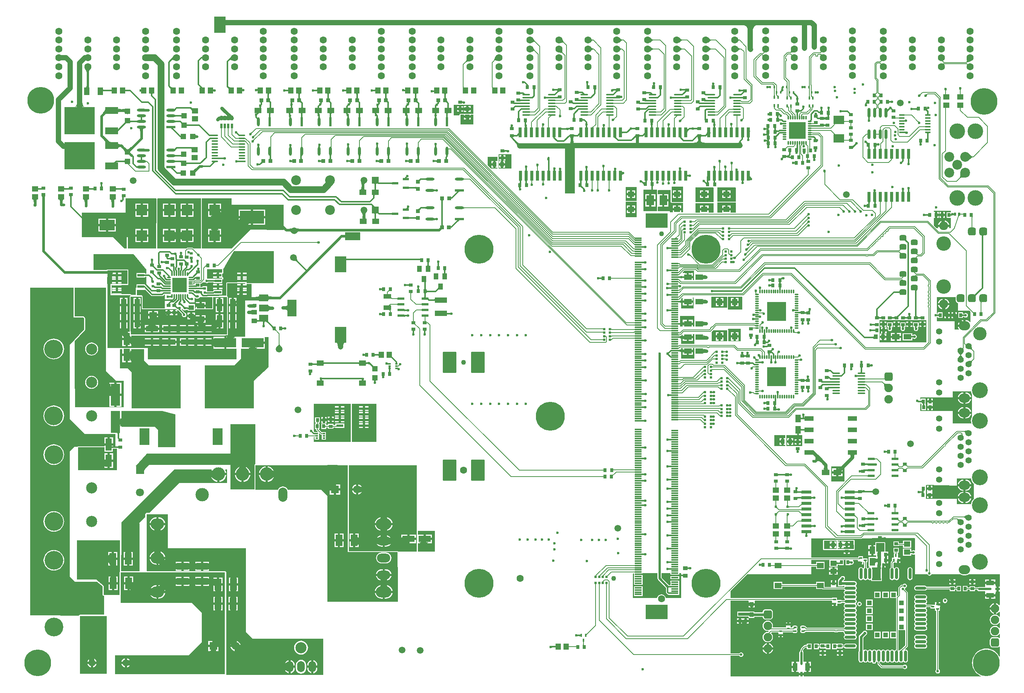
<source format=gtl>
G04*
G04 #@! TF.GenerationSoftware,Altium Limited,Altium Designer,18.1.8 (232)*
G04*
G04 Layer_Physical_Order=1*
G04 Layer_Color=255*
%FSLAX25Y25*%
%MOIN*%
G70*
G01*
G75*
%ADD12C,0.01181*%
%ADD15C,0.01968*%
%ADD26R,0.04724X0.06890*%
%ADD27O,0.07874X0.02362*%
%ADD28R,0.07874X0.02362*%
%ADD29R,0.06000X0.01200*%
%ADD30O,0.06000X0.01200*%
%ADD31O,0.06693X0.01260*%
%ADD32O,0.02362X0.07874*%
%ADD33R,0.02362X0.07874*%
%ADD34R,0.02756X0.03347*%
%ADD35R,0.05787X0.10906*%
%ADD36R,0.03347X0.02559*%
%ADD37R,0.03347X0.02756*%
%ADD38R,0.03268X0.03937*%
%ADD39R,0.10000X0.06000*%
%ADD40C,0.05906*%
%ADD41R,0.02559X0.03347*%
%ADD42R,0.01968X0.01575*%
G04:AMPARAMS|DCode=43|XSize=29.53mil|YSize=16.54mil|CornerRadius=4.13mil|HoleSize=0mil|Usage=FLASHONLY|Rotation=90.000|XOffset=0mil|YOffset=0mil|HoleType=Round|Shape=RoundedRectangle|*
%AMROUNDEDRECTD43*
21,1,0.02953,0.00827,0,0,90.0*
21,1,0.02126,0.01654,0,0,90.0*
1,1,0.00827,0.00413,0.01063*
1,1,0.00827,0.00413,-0.01063*
1,1,0.00827,-0.00413,-0.01063*
1,1,0.00827,-0.00413,0.01063*
%
%ADD43ROUNDEDRECTD43*%
%ADD44R,0.01575X0.01968*%
%ADD45R,0.05787X0.04567*%
%ADD46R,0.01968X0.02362*%
%ADD47R,0.04567X0.05787*%
%ADD48R,0.07874X0.03937*%
%ADD49R,0.05906X0.01181*%
%ADD50R,0.06000X0.10000*%
%ADD51R,0.01811X0.02559*%
%ADD52R,0.05512X0.04724*%
%ADD53R,0.07087X0.04921*%
%ADD54R,0.02244X0.01181*%
%ADD55R,0.04724X0.03937*%
%ADD56R,0.19291X0.08465*%
%ADD57R,0.04528X0.10630*%
%ADD58R,0.43307X0.37992*%
%ADD59R,0.09134X0.15000*%
%ADD60R,0.10630X0.04528*%
%ADD61R,0.09252X0.09646*%
%ADD62R,0.06299X0.02362*%
%ADD63R,0.05709X0.02362*%
%ADD64R,0.05118X0.04724*%
%ADD65R,0.04724X0.05118*%
%ADD66R,0.03800X0.03400*%
%ADD67R,0.06000X0.05000*%
%ADD68R,0.03937X0.03425*%
%ADD69R,0.02284X0.02598*%
%ADD70R,0.03425X0.03937*%
%ADD71R,0.10236X0.14410*%
%ADD72R,0.10236X0.13937*%
%ADD73R,0.03937X0.05512*%
%ADD74R,0.07087X0.03937*%
%ADD75O,0.03347X0.01181*%
%ADD76O,0.01181X0.03347*%
%ADD77R,0.16732X0.16732*%
%ADD78R,0.04921X0.07087*%
%ADD79R,0.02559X0.01811*%
%ADD80R,0.04331X0.04331*%
%ADD81O,0.02756X0.09843*%
%ADD82O,0.09843X0.02756*%
G04:AMPARAMS|DCode=83|XSize=29.53mil|YSize=16.54mil|CornerRadius=4.13mil|HoleSize=0mil|Usage=FLASHONLY|Rotation=0.000|XOffset=0mil|YOffset=0mil|HoleType=Round|Shape=RoundedRectangle|*
%AMROUNDEDRECTD83*
21,1,0.02953,0.00827,0,0,0.0*
21,1,0.02126,0.01654,0,0,0.0*
1,1,0.00827,0.01063,-0.00413*
1,1,0.00827,-0.01063,-0.00413*
1,1,0.00827,-0.01063,0.00413*
1,1,0.00827,0.01063,0.00413*
%
%ADD83ROUNDEDRECTD83*%
%ADD84O,0.02756X0.08661*%
%ADD85R,0.03150X0.08661*%
%ADD86R,0.06890X0.04724*%
%ADD87R,0.02441X0.02244*%
%ADD88R,0.02598X0.02284*%
%ADD90O,0.03543X0.01181*%
%ADD91O,0.01181X0.03543*%
%ADD92R,0.07087X0.08858*%
%ADD93R,0.16732X0.16732*%
%ADD94O,0.01181X0.03740*%
%ADD95O,0.03740X0.01181*%
%ADD96R,0.09449X0.07480*%
%ADD97R,0.02362X0.03937*%
%ADD98R,0.03937X0.07087*%
%ADD99O,0.01968X0.11811*%
%ADD100R,0.03937X0.02362*%
%ADD101R,0.07087X0.03937*%
%ADD102O,0.11811X0.01968*%
%ADD103R,0.05906X0.04724*%
%ADD104R,0.11811X0.06299*%
%ADD105R,0.26772X0.24410*%
G04:AMPARAMS|DCode=106|XSize=188.98mil|YSize=118.11mil|CornerRadius=7.09mil|HoleSize=0mil|Usage=FLASHONLY|Rotation=90.000|XOffset=0mil|YOffset=0mil|HoleType=Round|Shape=RoundedRectangle|*
%AMROUNDEDRECTD106*
21,1,0.18898,0.10394,0,0,90.0*
21,1,0.17480,0.11811,0,0,90.0*
1,1,0.01417,0.05197,0.08740*
1,1,0.01417,0.05197,-0.08740*
1,1,0.01417,-0.05197,-0.08740*
1,1,0.01417,-0.05197,0.08740*
%
%ADD106ROUNDEDRECTD106*%
%ADD107R,0.19685X0.12992*%
%ADD108R,0.04961X0.01417*%
%ADD109R,0.08661X0.03150*%
%ADD110R,0.02000X0.04000*%
%ADD111R,0.02362X0.01968*%
%ADD112R,0.03400X0.03800*%
%ADD113R,0.07874X0.05906*%
%ADD114R,0.07874X0.14961*%
%ADD115R,0.13386X0.09449*%
%ADD116R,0.21260X0.11417*%
%ADD117R,0.10906X0.05787*%
%ADD118R,0.08465X0.19291*%
%ADD119R,0.04724X0.05512*%
%ADD248C,0.00638*%
%ADD249C,0.00709*%
%ADD250C,0.00591*%
%ADD251R,0.12795X0.12795*%
%ADD252R,0.14567X0.14567*%
%ADD253C,0.04724*%
%ADD254C,0.02362*%
%ADD255C,0.02953*%
%ADD256C,0.05906*%
%ADD257C,0.00639*%
%ADD258C,0.03150*%
%ADD259R,0.08700X0.04787*%
%ADD260R,0.10500X0.08200*%
%ADD261R,0.01927X0.01518*%
%ADD262R,0.07500X0.05150*%
%ADD263R,0.29220X0.15535*%
%ADD264R,0.21200X0.12872*%
%ADD265R,0.09040X0.00029*%
%ADD266R,0.03038X0.16300*%
%ADD267R,0.03109X0.00036*%
%ADD268O,0.06693X0.09843*%
%ADD269C,0.09843*%
%ADD270R,0.07087X0.07087*%
%ADD271C,0.07087*%
%ADD272R,0.07087X0.07087*%
%ADD273C,0.06200*%
G04:AMPARAMS|DCode=274|XSize=125mil|YSize=50mil|CornerRadius=12.5mil|HoleSize=0mil|Usage=FLASHONLY|Rotation=0.000|XOffset=0mil|YOffset=0mil|HoleType=Round|Shape=RoundedRectangle|*
%AMROUNDEDRECTD274*
21,1,0.12500,0.02500,0,0,0.0*
21,1,0.10000,0.05000,0,0,0.0*
1,1,0.02500,0.05000,-0.01250*
1,1,0.02500,-0.05000,-0.01250*
1,1,0.02500,-0.05000,0.01250*
1,1,0.02500,0.05000,0.01250*
%
%ADD274ROUNDEDRECTD274*%
G04:AMPARAMS|DCode=275|XSize=125mil|YSize=50mil|CornerRadius=12.5mil|HoleSize=0mil|Usage=FLASHONLY|Rotation=270.000|XOffset=0mil|YOffset=0mil|HoleType=Round|Shape=RoundedRectangle|*
%AMROUNDEDRECTD275*
21,1,0.12500,0.02500,0,0,270.0*
21,1,0.10000,0.05000,0,0,270.0*
1,1,0.02500,-0.01250,-0.05000*
1,1,0.02500,-0.01250,0.05000*
1,1,0.02500,0.01250,0.05000*
1,1,0.02500,0.01250,-0.05000*
%
%ADD275ROUNDEDRECTD275*%
%ADD276C,0.06299*%
%ADD277C,0.07500*%
G04:AMPARAMS|DCode=278|XSize=75mil|YSize=75mil|CornerRadius=18.75mil|HoleSize=0mil|Usage=FLASHONLY|Rotation=180.000|XOffset=0mil|YOffset=0mil|HoleType=Round|Shape=RoundedRectangle|*
%AMROUNDEDRECTD278*
21,1,0.07500,0.03750,0,0,180.0*
21,1,0.03750,0.07500,0,0,180.0*
1,1,0.03750,-0.01875,0.01875*
1,1,0.03750,0.01875,0.01875*
1,1,0.03750,0.01875,-0.01875*
1,1,0.03750,-0.01875,-0.01875*
%
%ADD278ROUNDEDRECTD278*%
%ADD279C,0.04331*%
%ADD280C,0.08661*%
%ADD281R,0.05906X0.05906*%
%ADD282C,0.11811*%
%ADD283O,0.07874X0.12598*%
%ADD284C,0.14000*%
%ADD285O,0.10000X0.08000*%
%ADD286C,0.05600*%
%ADD287C,0.23622*%
%ADD288C,0.25591*%
%ADD289C,0.13780*%
%ADD290C,0.12800*%
G04:AMPARAMS|DCode=291|XSize=50mil|YSize=60mil|CornerRadius=12.5mil|HoleSize=0mil|Usage=FLASHONLY|Rotation=90.000|XOffset=0mil|YOffset=0mil|HoleType=Round|Shape=RoundedRectangle|*
%AMROUNDEDRECTD291*
21,1,0.05000,0.03500,0,0,90.0*
21,1,0.02500,0.06000,0,0,90.0*
1,1,0.02500,0.01750,0.01250*
1,1,0.02500,0.01750,-0.01250*
1,1,0.02500,-0.01750,-0.01250*
1,1,0.02500,-0.01750,0.01250*
%
%ADD291ROUNDEDRECTD291*%
%ADD292O,0.08000X0.07400*%
G04:AMPARAMS|DCode=293|XSize=70mil|YSize=70mil|CornerRadius=17.5mil|HoleSize=0mil|Usage=FLASHONLY|Rotation=90.000|XOffset=0mil|YOffset=0mil|HoleType=Round|Shape=RoundedRectangle|*
%AMROUNDEDRECTD293*
21,1,0.07000,0.03500,0,0,90.0*
21,1,0.03500,0.07000,0,0,90.0*
1,1,0.03500,0.01750,0.01750*
1,1,0.03500,0.01750,-0.01750*
1,1,0.03500,-0.01750,-0.01750*
1,1,0.03500,-0.01750,0.01750*
%
%ADD293ROUNDEDRECTD293*%
%ADD294O,0.13780X0.09843*%
%ADD295O,0.11811X0.07874*%
%ADD296O,0.11811X0.09843*%
%ADD297C,0.09843*%
%ADD298C,0.16535*%
%ADD299C,0.02362*%
%ADD300C,0.01968*%
G36*
X652687Y579738D02*
X651789Y579691D01*
X650986Y579549D01*
X650277Y579313D01*
X649663Y578982D01*
X649143Y578557D01*
X648718Y578037D01*
X648387Y577423D01*
X648151Y576714D01*
X648009Y575911D01*
X647962Y575013D01*
X643238D01*
X643190Y575911D01*
X643049Y576714D01*
X642813Y577423D01*
X642482Y578037D01*
X642057Y578557D01*
X641537Y578982D01*
X640923Y579313D01*
X640214Y579549D01*
X639411Y579691D01*
X638513Y579738D01*
X645600Y584462D01*
X652687Y579738D01*
D02*
G37*
G36*
X181900Y573100D02*
X171900Y573100D01*
X171900Y587492D01*
X181900D01*
Y573100D01*
D02*
G37*
G36*
X634676Y567845D02*
X634801Y567657D01*
X634934Y567490D01*
X635076Y567346D01*
X635226Y567224D01*
X635385Y567124D01*
X635553Y567046D01*
X635728Y566991D01*
X635912Y566958D01*
X636105Y566947D01*
Y566356D01*
X635913Y566345D01*
X635729Y566311D01*
X635555Y566256D01*
X635389Y566178D01*
X635231Y566078D01*
X635083Y565955D01*
X634943Y565810D01*
X634811Y565643D01*
X634689Y565454D01*
X634575Y565242D01*
X634559Y568056D01*
X634676Y567845D01*
D02*
G37*
G36*
X504864Y568131D02*
X505063Y567883D01*
X505263Y567663D01*
X505465Y567473D01*
X505669Y567312D01*
X505874Y567180D01*
X506081Y567078D01*
X506289Y567005D01*
X506498Y566961D01*
X506709Y566947D01*
Y566356D01*
X506498Y566341D01*
X506289Y566297D01*
X506081Y566224D01*
X505874Y566122D01*
X505669Y565990D01*
X505465Y565829D01*
X505263Y565639D01*
X505063Y565420D01*
X504864Y565171D01*
X504666Y564893D01*
Y568409D01*
X504864Y568131D01*
D02*
G37*
G36*
X455561Y565338D02*
X455308Y564756D01*
X455127Y564909D01*
X454935Y565018D01*
X454732Y565083D01*
X454517Y565105D01*
X454291Y565083D01*
X454053Y565017D01*
X453804Y564908D01*
X453543Y564755D01*
X453271Y564558D01*
X452987Y564318D01*
X453479Y568419D01*
X455561Y565338D01*
D02*
G37*
G36*
X530257Y568493D02*
X531235Y567634D01*
X531523Y567424D01*
X531790Y567252D01*
X532039Y567118D01*
X532268Y567023D01*
X532478Y566966D01*
X532669Y566947D01*
Y566356D01*
X532478Y566337D01*
X532268Y566280D01*
X532039Y566184D01*
X531790Y566050D01*
X531523Y565878D01*
X531235Y565668D01*
X530603Y565134D01*
X530257Y564809D01*
X529893Y564446D01*
Y568856D01*
X530257Y568493D01*
D02*
G37*
G36*
X557582Y568489D02*
X558566Y567632D01*
X558855Y567423D01*
X559124Y567251D01*
X559373Y567118D01*
X559602Y567023D01*
X559811Y566965D01*
X560001Y566947D01*
X560005Y566356D01*
X559813Y566337D01*
X559603Y566279D01*
X559374Y566184D01*
X559125Y566050D01*
X558858Y565877D01*
X558572Y565667D01*
X557943Y565131D01*
X557601Y564805D01*
X557239Y564442D01*
X557215Y568851D01*
X557582Y568489D01*
D02*
G37*
G36*
X608763Y568489D02*
X609748Y567632D01*
X610036Y567423D01*
X610305Y567251D01*
X610554Y567118D01*
X610783Y567023D01*
X610993Y566965D01*
X611182Y566947D01*
X611186Y566356D01*
X610994Y566337D01*
X610784Y566279D01*
X610555Y566184D01*
X610306Y566050D01*
X610039Y565877D01*
X609753Y565667D01*
X609125Y565131D01*
X608782Y564805D01*
X608420Y564441D01*
X608396Y568851D01*
X608763Y568489D01*
D02*
G37*
G36*
X583173D02*
X584157Y567632D01*
X584445Y567423D01*
X584714Y567251D01*
X584963Y567118D01*
X585193Y567023D01*
X585402Y566965D01*
X585592Y566947D01*
X585595Y566356D01*
X585404Y566337D01*
X585193Y566279D01*
X584964Y566184D01*
X584716Y566050D01*
X584449Y565877D01*
X584163Y565667D01*
X583534Y565131D01*
X583191Y564805D01*
X582829Y564441D01*
X582805Y568851D01*
X583173Y568489D01*
D02*
G37*
G36*
X480907Y564810D02*
X480727Y564155D01*
X480549Y564304D01*
X480352Y564414D01*
X480133Y564486D01*
X479895Y564520D01*
X479636Y564516D01*
X479356Y564473D01*
X479057Y564393D01*
X478737Y564274D01*
X478397Y564118D01*
X478036Y563923D01*
X479282Y568055D01*
X480907Y564810D01*
D02*
G37*
G36*
X530530Y560090D02*
X530681Y559876D01*
X530839Y559688D01*
X531004Y559525D01*
X531175Y559386D01*
X531352Y559273D01*
X531535Y559186D01*
X531725Y559123D01*
X531920Y559085D01*
X532123Y559072D01*
Y558482D01*
X531920Y558469D01*
X531725Y558432D01*
X531535Y558369D01*
X531352Y558281D01*
X531175Y558168D01*
X531004Y558030D01*
X530839Y557866D01*
X530681Y557678D01*
X530530Y557464D01*
X530384Y557226D01*
Y560329D01*
X530530Y560090D01*
D02*
G37*
G36*
X455357Y557361D02*
X455252Y556631D01*
X455072Y556782D01*
X454877Y556891D01*
X454667Y556959D01*
X454442Y556985D01*
X454202Y556969D01*
X453946Y556912D01*
X453675Y556813D01*
X453389Y556672D01*
X453088Y556489D01*
X452772Y556265D01*
X453573Y560396D01*
X455357Y557361D01*
D02*
G37*
G36*
X504680Y560597D02*
X505632Y559750D01*
X505914Y559543D01*
X506180Y559374D01*
X506428Y559242D01*
X506659Y559148D01*
X506873Y559091D01*
X507069Y559072D01*
Y558482D01*
X506873Y558463D01*
X506659Y558407D01*
X506428Y558312D01*
X506180Y558181D01*
X505914Y558011D01*
X505632Y557804D01*
X505014Y557277D01*
X504680Y556957D01*
X504328Y556599D01*
Y560955D01*
X504680Y560597D01*
D02*
G37*
G36*
X634354Y560615D02*
X635338Y559758D01*
X635627Y559549D01*
X635895Y559377D01*
X636144Y559244D01*
X636374Y559149D01*
X636583Y559092D01*
X636773Y559072D01*
X636776Y558482D01*
X636585Y558463D01*
X636374Y558405D01*
X636145Y558310D01*
X635897Y558176D01*
X635630Y558003D01*
X635344Y557793D01*
X634715Y557257D01*
X634372Y556931D01*
X634011Y556567D01*
X633986Y560977D01*
X634354Y560615D01*
D02*
G37*
G36*
X608763D02*
X609748Y559758D01*
X610036Y559549D01*
X610305Y559377D01*
X610554Y559244D01*
X610783Y559149D01*
X610993Y559092D01*
X611182Y559072D01*
X611186Y558482D01*
X610994Y558463D01*
X610784Y558405D01*
X610555Y558310D01*
X610306Y558176D01*
X610039Y558003D01*
X609753Y557793D01*
X609125Y557257D01*
X608782Y556931D01*
X608420Y556567D01*
X608396Y560977D01*
X608763Y560615D01*
D02*
G37*
G36*
X583173D02*
X584157Y559758D01*
X584445Y559549D01*
X584714Y559377D01*
X584963Y559244D01*
X585193Y559149D01*
X585402Y559092D01*
X585592Y559072D01*
X585595Y558482D01*
X585404Y558463D01*
X585193Y558405D01*
X584964Y558310D01*
X584716Y558176D01*
X584449Y558003D01*
X584163Y557793D01*
X583534Y557257D01*
X583191Y556931D01*
X582829Y556567D01*
X582805Y560977D01*
X583173Y560615D01*
D02*
G37*
G36*
X557582D02*
X558566Y559758D01*
X558855Y559549D01*
X559124Y559377D01*
X559373Y559244D01*
X559602Y559149D01*
X559811Y559092D01*
X560001Y559072D01*
X560005Y558482D01*
X559813Y558463D01*
X559603Y558405D01*
X559374Y558310D01*
X559125Y558176D01*
X558858Y558003D01*
X558572Y557793D01*
X557943Y557257D01*
X557601Y556931D01*
X557239Y556567D01*
X557215Y560977D01*
X557582Y560615D01*
D02*
G37*
G36*
X684048Y555765D02*
X683710Y555824D01*
X683391Y555861D01*
X683091Y555875D01*
X682810Y555866D01*
X682549Y555835D01*
X682306Y555781D01*
X682083Y555705D01*
X681880Y555606D01*
X681695Y555484D01*
X681530Y555340D01*
X681029Y555841D01*
X681175Y556007D01*
X681299Y556193D01*
X681404Y556400D01*
X681487Y556626D01*
X681550Y556873D01*
X681592Y557140D01*
X681614Y557428D01*
X681615Y557735D01*
X681595Y558063D01*
X681555Y558411D01*
X684048Y555765D01*
D02*
G37*
G36*
X479550Y557956D02*
X479520Y557088D01*
X479534Y556709D01*
X479567Y556367D01*
X479619Y556062D01*
X479691Y555794D01*
X479782Y555562D01*
X479892Y555368D01*
X480022Y555210D01*
X479564Y554833D01*
X479429Y554943D01*
X479248Y555046D01*
X479023Y555143D01*
X478753Y555233D01*
X478439Y555317D01*
X477675Y555466D01*
X476732Y555588D01*
X476193Y555639D01*
X479594Y558445D01*
X479550Y557956D01*
D02*
G37*
G36*
X708130Y554090D02*
X708232Y554008D01*
X708334Y553940D01*
X708434Y553886D01*
X708533Y553847D01*
X708631Y553822D01*
X708727Y553812D01*
X708823Y553816D01*
X708917Y553834D01*
X709010Y553867D01*
X707703Y552811D01*
X707754Y552893D01*
X707789Y552976D01*
X707809Y553060D01*
X707814Y553146D01*
X707804Y553233D01*
X707779Y553321D01*
X707738Y553411D01*
X707682Y553501D01*
X707611Y553593D01*
X707525Y553687D01*
X708026Y554188D01*
X708130Y554090D01*
D02*
G37*
G36*
X161067Y550235D02*
X161058Y550250D01*
X161036Y550263D01*
X161002Y550275D01*
X160956Y550285D01*
X160898Y550293D01*
X160744Y550306D01*
X160423Y550313D01*
Y551494D01*
X160542Y551495D01*
X160956Y551522D01*
X161002Y551532D01*
X161036Y551543D01*
X161058Y551556D01*
X161067Y551571D01*
Y550235D01*
D02*
G37*
G36*
X136475Y548538D02*
X136226Y548737D01*
X135983Y548894D01*
X135744Y549010D01*
X135510Y549082D01*
X135282Y549113D01*
X135057Y549101D01*
X134838Y549047D01*
X134624Y548951D01*
X134415Y548812D01*
X134211Y548631D01*
X133660Y549751D01*
X133869Y549967D01*
X134747Y550994D01*
X135208Y551605D01*
X135931Y552645D01*
X136475Y548538D01*
D02*
G37*
G36*
X187725Y548479D02*
X187467Y548674D01*
X187215Y548828D01*
X186969Y548940D01*
X186729Y549011D01*
X186495Y549040D01*
X186267Y549026D01*
X186046Y548972D01*
X185830Y548875D01*
X185620Y548737D01*
X185416Y548557D01*
X184849Y549660D01*
X185049Y549867D01*
X185680Y550604D01*
X186126Y551192D01*
X187081Y552598D01*
X187725Y548479D01*
D02*
G37*
G36*
X422051Y548127D02*
X421679Y548313D01*
X421329Y548462D01*
X421001Y548574D01*
X420694Y548649D01*
X420409Y548687D01*
X420146Y548688D01*
X419904Y548652D01*
X419684Y548578D01*
X419486Y548468D01*
X419309Y548320D01*
X419111Y548958D01*
X419134Y548998D01*
X419269Y549270D01*
X420691Y552251D01*
X422051Y548127D01*
D02*
G37*
G36*
X397913Y547754D02*
X397399Y547753D01*
X396100Y547670D01*
X395749Y547615D01*
X395438Y547547D01*
X395167Y547466D01*
X394938Y547372D01*
X394749Y547264D01*
X394600Y547142D01*
X394183Y547560D01*
X394304Y547709D01*
X394412Y547897D01*
X394507Y548127D01*
X394588Y548397D01*
X394656Y548708D01*
X394711Y549060D01*
X394781Y549886D01*
X394796Y550359D01*
X394798Y550874D01*
X397913Y547754D01*
D02*
G37*
G36*
X840486Y547780D02*
X839927Y547682D01*
X837859Y547191D01*
X837592Y547094D01*
X837374Y546997D01*
X837204Y546900D01*
X837083Y546803D01*
X836590Y547145D01*
X836725Y547309D01*
X836836Y547507D01*
X836924Y547738D01*
X836987Y548003D01*
X837027Y548301D01*
X837043Y548633D01*
X837034Y548999D01*
X837002Y549398D01*
X836866Y550298D01*
X840486Y547780D01*
D02*
G37*
G36*
X62012Y540521D02*
X61805Y540274D01*
X61622Y540023D01*
X61463Y539767D01*
X61329Y539506D01*
X61219Y539241D01*
X61133Y538970D01*
X61072Y538695D01*
X61036Y538415D01*
X61024Y538130D01*
X59055D01*
X59043Y538415D01*
X59006Y538695D01*
X58945Y538970D01*
X58860Y539241D01*
X58750Y539506D01*
X58616Y539767D01*
X58457Y540023D01*
X58274Y540274D01*
X58066Y540521D01*
X57835Y540763D01*
X62244D01*
X62012Y540521D01*
D02*
G37*
G36*
X561028Y527520D02*
X561030Y527503D01*
X561260D01*
X561215Y527452D01*
X561175Y527393D01*
X561139Y527326D01*
X561109Y527250D01*
X561083Y527165D01*
X561072Y527118D01*
X561100Y526988D01*
X561144Y526858D01*
X561197Y526752D01*
X561259Y526669D01*
X561331Y526610D01*
X561412Y526575D01*
X561504Y526563D01*
X559252Y526551D01*
X559364Y526563D01*
X559465Y526600D01*
X559553Y526659D01*
X559630Y526743D01*
X559695Y526851D01*
X559748Y526982D01*
X559789Y527137D01*
X559790Y527138D01*
X559784Y527165D01*
X559758Y527250D01*
X559727Y527326D01*
X559691Y527393D01*
X559651Y527452D01*
X559606Y527503D01*
X559835D01*
X559837Y527518D01*
X559842Y527744D01*
X561024D01*
X561028Y527520D01*
D02*
G37*
G36*
X502357Y528535D02*
X502317Y528476D01*
X502281Y528408D01*
X502250Y528332D01*
X502224Y528248D01*
X502203Y528155D01*
X502187Y528053D01*
X502175Y527943D01*
X502166Y527716D01*
X502171Y527518D01*
X502189Y527316D01*
X502218Y527137D01*
X502260Y526982D01*
X502313Y526851D01*
X502378Y526743D01*
X502455Y526660D01*
X502543Y526600D01*
X502644Y526563D01*
X502756Y526551D01*
X500701Y526563D01*
X500755Y526575D01*
X500803Y526610D01*
X500845Y526669D01*
X500882Y526752D01*
X500913Y526858D01*
X500939Y526988D01*
X500959Y527142D01*
X500981Y527520D01*
X500984Y527716D01*
X500982Y527825D01*
X500963Y528053D01*
X500947Y528155D01*
X500925Y528248D01*
X500899Y528332D01*
X500869Y528408D01*
X500833Y528476D01*
X500793Y528535D01*
X500748Y528586D01*
X502402D01*
X502357Y528535D01*
D02*
G37*
G36*
X613490Y527517D02*
X613508Y527314D01*
X613537Y527135D01*
X613544Y527109D01*
X613721D01*
X613676Y527059D01*
X613635Y527000D01*
X613600Y526932D01*
X613599Y526930D01*
X613632Y526849D01*
X613697Y526742D01*
X613774Y526658D01*
X613862Y526599D01*
X613963Y526563D01*
X614075Y526551D01*
X613503D01*
X613494Y526467D01*
X613484Y526221D01*
X612303D01*
X612301Y526348D01*
X612284Y526551D01*
X611713D01*
X611825Y526563D01*
X611925Y526599D01*
X612014Y526658D01*
X612090Y526742D01*
X612155Y526849D01*
X612188Y526930D01*
X612187Y526932D01*
X612152Y527000D01*
X612112Y527059D01*
X612067Y527109D01*
X612243D01*
X612250Y527135D01*
X612280Y527314D01*
X612297Y527517D01*
X612303Y527744D01*
X613484D01*
X613490Y527517D01*
D02*
G37*
G36*
X678539Y526743D02*
X678555Y526517D01*
X678568Y526424D01*
X678585Y526346D01*
X678606Y526283D01*
X678631Y526233D01*
X678660Y526198D01*
X678692Y526176D01*
X678728Y526169D01*
X677475D01*
X677542Y526176D01*
X677602Y526197D01*
X677656Y526233D01*
X677702Y526282D01*
X677740Y526346D01*
X677772Y526424D01*
X677797Y526516D01*
X677814Y526622D01*
X677825Y526743D01*
X677828Y526878D01*
X678537D01*
X678539Y526743D01*
D02*
G37*
G36*
X693221Y525818D02*
X693276Y525809D01*
X693386Y525797D01*
X693632Y525787D01*
X693631Y524606D01*
X693504Y524604D01*
X693276Y524585D01*
X693221Y524576D01*
Y524225D01*
X693209Y524297D01*
X693173Y524362D01*
X693114Y524419D01*
X693032Y524469D01*
X692948Y524502D01*
X692920Y524491D01*
X692853Y524455D01*
X692794Y524415D01*
X692743Y524370D01*
X692743Y524554D01*
X692642Y524572D01*
X692465Y524591D01*
X692040Y524606D01*
Y525787D01*
X692264Y525791D01*
X692642Y525822D01*
X692744Y525840D01*
X692744Y526024D01*
X692794Y525979D01*
X692853Y525939D01*
X692921Y525903D01*
X692949Y525892D01*
X693032Y525925D01*
X693114Y525974D01*
X693173Y526032D01*
X693209Y526097D01*
X693221Y526169D01*
Y525818D01*
D02*
G37*
G36*
X662453Y525704D02*
X662509Y525698D01*
X662755Y525689D01*
Y524508D01*
X662628Y524506D01*
X662453Y524491D01*
Y524128D01*
X662441Y524200D01*
X662406Y524265D01*
X662347Y524322D01*
X662264Y524371D01*
X662158Y524413D01*
X662120Y524423D01*
X662044Y524392D01*
X661977Y524357D01*
X661918Y524317D01*
X661867Y524272D01*
Y524474D01*
X661697Y524493D01*
X661272Y524508D01*
Y525689D01*
X661496Y525693D01*
X661867Y525723D01*
Y525925D01*
X661918Y525880D01*
X661977Y525840D01*
X662044Y525805D01*
X662119Y525774D01*
X662158Y525785D01*
X662264Y525827D01*
X662347Y525877D01*
X662406Y525934D01*
X662441Y525999D01*
X662453Y526072D01*
Y525704D01*
D02*
G37*
G36*
X392326Y525504D02*
X392335Y525402D01*
X392349Y525312D01*
X392370Y525234D01*
X392397Y525168D01*
X392429Y525114D01*
X392467Y525071D01*
X392512Y525041D01*
X392562Y525022D01*
X392618Y525015D01*
X391764Y525027D01*
X391758Y525033D01*
X391753Y525051D01*
X391748Y525080D01*
X391744Y525122D01*
X391735Y525317D01*
X391732Y525618D01*
X392323D01*
X392326Y525504D01*
D02*
G37*
G36*
X160394Y525702D02*
X160563Y525559D01*
X160730Y525432D01*
X160898Y525322D01*
X161065Y525229D01*
X161232Y525153D01*
X161399Y525093D01*
X161565Y525050D01*
X161731Y525025D01*
X161896Y525015D01*
X159091Y525027D01*
X159140Y525036D01*
X159166Y525061D01*
X159169Y525103D01*
X159149Y525161D01*
X159107Y525236D01*
X159042Y525328D01*
X158954Y525437D01*
X158711Y525704D01*
X158555Y525863D01*
X160226D01*
X160394Y525702D01*
D02*
G37*
G36*
X61030Y526227D02*
X61085Y525597D01*
X61132Y525342D01*
X61193Y525125D01*
X61267Y524948D01*
X61355Y524810D01*
X61457Y524712D01*
X61572Y524653D01*
X61701Y524633D01*
X58071Y524621D01*
X58258Y524641D01*
X58425Y524701D01*
X58573Y524800D01*
X58701Y524939D01*
X58809Y525118D01*
X58898Y525335D01*
X58966Y525593D01*
X59016Y525889D01*
X59045Y526226D01*
X59055Y526601D01*
X61024D01*
X61030Y526227D01*
D02*
G37*
G36*
X417706Y525210D02*
X417891Y525051D01*
X417939Y525019D01*
X417980Y524998D01*
X418014Y524986D01*
X418041Y524986D01*
X418062Y524995D01*
X418075Y525015D01*
X417737Y524165D01*
X417741Y524194D01*
X417735Y524230D01*
X417719Y524273D01*
X417692Y524323D01*
X417654Y524380D01*
X417606Y524444D01*
X417478Y524594D01*
X417307Y524771D01*
X417630Y525284D01*
X417706Y525210D01*
D02*
G37*
G36*
X667295Y524136D02*
X667292Y524124D01*
X667290Y524106D01*
X667287Y524045D01*
X667283Y523760D01*
X666575D01*
X666561Y524140D01*
X667297D01*
X667295Y524136D01*
D02*
G37*
G36*
X698315Y524225D02*
X698272Y524218D01*
X698234Y524196D01*
X698200Y524161D01*
X698171Y524111D01*
X698147Y524047D01*
X698126Y523970D01*
X698111Y523877D01*
X698100Y523771D01*
X698091Y523516D01*
X697382D01*
X697378Y523652D01*
X697368Y523774D01*
X697350Y523882D01*
X697325Y523976D01*
X697293Y524055D01*
X697254Y524120D01*
X697208Y524170D01*
X697155Y524207D01*
X697095Y524229D01*
X697028Y524237D01*
X698315Y524225D01*
D02*
G37*
G36*
X678728D02*
X678704Y524218D01*
X678683Y524196D01*
X678664Y524161D01*
X678648Y524111D01*
X678634Y524047D01*
X678622Y523970D01*
X678607Y523771D01*
X678602Y523516D01*
X677894D01*
X677890Y523652D01*
X677879Y523774D01*
X677862Y523882D01*
X677837Y523976D01*
X677805Y524055D01*
X677766Y524120D01*
X677720Y524170D01*
X677667Y524207D01*
X677607Y524229D01*
X677539Y524237D01*
X678728Y524225D01*
D02*
G37*
G36*
X210437Y523037D02*
X210590Y523032D01*
Y521850D01*
X210463Y521848D01*
X210437Y521846D01*
Y521260D01*
X210425Y521372D01*
X210389Y521472D01*
X210329Y521561D01*
X210246Y521638D01*
X210138Y521703D01*
X210007Y521756D01*
X209963Y521768D01*
X209955Y521765D01*
X209879Y521735D01*
X209811Y521699D01*
X209752Y521659D01*
X209702Y521614D01*
Y521822D01*
X209673Y521827D01*
X209470Y521844D01*
X209243Y521850D01*
Y523032D01*
X209470Y523037D01*
X209673Y523055D01*
X209702Y523060D01*
Y523268D01*
X209752Y523223D01*
X209811Y523183D01*
X209879Y523147D01*
X209955Y523116D01*
X209963Y523114D01*
X210007Y523126D01*
X210138Y523179D01*
X210246Y523244D01*
X210329Y523321D01*
X210389Y523409D01*
X210425Y523510D01*
X210437Y523622D01*
Y523037D01*
D02*
G37*
G36*
X674888Y524224D02*
X674787Y524187D01*
X674699Y524127D01*
X674622Y524043D01*
X674557Y523936D01*
X674504Y523805D01*
X674463Y523650D01*
X674453Y523592D01*
X674469Y523524D01*
X674495Y523439D01*
X674525Y523363D01*
X674561Y523296D01*
X674601Y523237D01*
X674646Y523186D01*
X674413D01*
X674409Y523043D01*
X673228D01*
X673277Y523186D01*
X672992D01*
X673037Y523237D01*
X673077Y523296D01*
X673113Y523363D01*
X673143Y523439D01*
X673169Y523524D01*
X673190Y523617D01*
X673207Y523718D01*
X673219Y523828D01*
X673228Y524074D01*
X673582D01*
X673634Y524225D01*
X675000Y524237D01*
X674888Y524224D01*
D02*
G37*
G36*
X340737Y520965D02*
X340725Y521077D01*
X340689Y521177D01*
X340629Y521266D01*
X340546Y521343D01*
X340438Y521408D01*
X340307Y521461D01*
X340152Y521502D01*
X340010Y521525D01*
X339988Y521522D01*
X339894Y521504D01*
X339809Y521481D01*
X339732Y521455D01*
X339663Y521424D01*
X339603Y521389D01*
X339551Y521350D01*
X339568Y521555D01*
X339544Y521555D01*
Y522736D01*
X339667Y522740D01*
X339689Y522998D01*
X339737Y522948D01*
X339793Y522904D01*
X339859Y522864D01*
X339933Y522830D01*
X340016Y522802D01*
X340098Y522781D01*
X340152Y522789D01*
X340307Y522831D01*
X340438Y522884D01*
X340546Y522949D01*
X340629Y523026D01*
X340689Y523114D01*
X340725Y523215D01*
X340737Y523327D01*
Y520965D01*
D02*
G37*
G36*
X184418Y525600D02*
X184890Y525194D01*
X185092Y525050D01*
X185270Y524946D01*
X185426Y524881D01*
X185558Y524855D01*
X185668Y524869D01*
X185755Y524923D01*
X185818Y525015D01*
X184770Y522747D01*
X184808Y522865D01*
X184819Y522994D01*
X184803Y523134D01*
X184759Y523284D01*
X184688Y523446D01*
X184590Y523618D01*
X184464Y523802D01*
X184311Y523996D01*
X184131Y524201D01*
X183923Y524417D01*
X184148Y525863D01*
X184418Y525600D01*
D02*
G37*
G36*
X133085D02*
X133557Y525194D01*
X133758Y525050D01*
X133937Y524946D01*
X134093Y524881D01*
X134225Y524855D01*
X134335Y524869D01*
X134421Y524923D01*
X134485Y525015D01*
X133437Y522747D01*
X133475Y522865D01*
X133486Y522994D01*
X133470Y523134D01*
X133426Y523284D01*
X133355Y523446D01*
X133256Y523618D01*
X133131Y523802D01*
X132978Y523996D01*
X132797Y524201D01*
X132589Y524417D01*
X132814Y525863D01*
X133085Y525600D01*
D02*
G37*
G36*
X288585Y520965D02*
X288573Y521077D01*
X288538Y521177D01*
X288478Y521266D01*
X288394Y521343D01*
X288287Y521408D01*
X288156Y521461D01*
X288001Y521502D01*
X287822Y521531D01*
X287619Y521549D01*
X287561Y521551D01*
X287353Y521532D01*
X287253Y521513D01*
X287161Y521490D01*
X287078Y521461D01*
X287004Y521427D01*
X286939Y521388D01*
X286882Y521343D01*
X286835Y521294D01*
X286697Y522941D01*
X286749Y522902D01*
X286809Y522868D01*
X286877Y522837D01*
X286954Y522810D01*
X287040Y522788D01*
X287134Y522769D01*
X287236Y522755D01*
X287466Y522738D01*
X287469Y522738D01*
X287619Y522742D01*
X287822Y522760D01*
X288001Y522789D01*
X288156Y522831D01*
X288287Y522884D01*
X288394Y522949D01*
X288478Y523026D01*
X288538Y523114D01*
X288573Y523215D01*
X288585Y523327D01*
Y520965D01*
D02*
G37*
G36*
X831927Y522970D02*
X831756Y522764D01*
X831687Y522662D01*
X831629Y522561D01*
X831581Y522461D01*
X831544Y522361D01*
X831517Y522261D01*
X831501Y522163D01*
X831496Y522065D01*
X830906D01*
X830900Y522163D01*
X830884Y522261D01*
X830858Y522361D01*
X830820Y522461D01*
X830773Y522561D01*
X830714Y522662D01*
X830645Y522764D01*
X830565Y522867D01*
X830475Y522970D01*
X830374Y523074D01*
X832028D01*
X831927Y522970D01*
D02*
G37*
G36*
X620065Y523229D02*
X619965Y523193D01*
X619876Y523134D01*
X619799Y523051D01*
X619734Y522945D01*
X619681Y522815D01*
X619640Y522662D01*
X619610Y522484D01*
X619593Y522284D01*
X619587Y522059D01*
X618405D01*
X618400Y522284D01*
X618382Y522484D01*
X618352Y522662D01*
X618311Y522815D01*
X618258Y522945D01*
X618193Y523051D01*
X618116Y523134D01*
X618028Y523193D01*
X617927Y523229D01*
X617815Y523240D01*
X620177D01*
X620065Y523229D01*
D02*
G37*
G36*
X567309D02*
X567209Y523193D01*
X567120Y523134D01*
X567043Y523051D01*
X566978Y522945D01*
X566925Y522815D01*
X566884Y522662D01*
X566854Y522484D01*
X566837Y522284D01*
X566831Y522059D01*
X565650D01*
X565644Y522284D01*
X565626Y522484D01*
X565596Y522662D01*
X565555Y522815D01*
X565502Y522945D01*
X565437Y523051D01*
X565360Y523134D01*
X565272Y523193D01*
X565171Y523229D01*
X565059Y523240D01*
X567421D01*
X567309Y523229D01*
D02*
G37*
G36*
X509425D02*
X509327Y523193D01*
X509240Y523134D01*
X509165Y523051D01*
X509101Y522945D01*
X509049Y522815D01*
X509009Y522662D01*
X508980Y522484D01*
X508962Y522284D01*
X508957Y522059D01*
X507776D01*
X507770Y522284D01*
X507752Y522484D01*
X507722Y522662D01*
X507681Y522815D01*
X507628Y522945D01*
X507563Y523051D01*
X507486Y523134D01*
X507398Y523193D01*
X507297Y523229D01*
X507185Y523240D01*
X509535D01*
X509425Y523229D01*
D02*
G37*
G36*
X455596D02*
X455496Y523193D01*
X455407Y523134D01*
X455331Y523051D01*
X455266Y522945D01*
X455213Y522815D01*
X455171Y522662D01*
X455142Y522484D01*
X455124Y522284D01*
X455118Y522059D01*
X453937D01*
X453931Y522284D01*
X453913Y522484D01*
X453884Y522662D01*
X453842Y522815D01*
X453789Y522945D01*
X453724Y523051D01*
X453648Y523134D01*
X453559Y523193D01*
X453459Y523229D01*
X453346Y523240D01*
X455709D01*
X455596Y523229D01*
D02*
G37*
G36*
X674082Y521574D02*
X673854Y521339D01*
X673804Y521281D01*
X673946Y521168D01*
X673884Y521157D01*
X673819Y521138D01*
X673750Y521110D01*
X673678Y521073D01*
X673603Y521027D01*
X673557Y520995D01*
X673493Y520922D01*
X673361Y520741D01*
X673260Y520577D01*
X673191Y520431D01*
X673154Y520303D01*
X673149Y520193D01*
X673176Y520101D01*
X673235Y520027D01*
X671696Y521372D01*
X671802Y521381D01*
X671915Y521406D01*
X672034Y521447D01*
X672159Y521506D01*
X672291Y521581D01*
X672429Y521673D01*
X672516Y521738D01*
X672517Y521740D01*
X672564Y521822D01*
X672601Y521901D01*
X672628Y521977D01*
X672645Y522051D01*
X672651Y522123D01*
X672647Y522192D01*
X672857Y522027D01*
X672882Y522049D01*
X673045Y522207D01*
X674082Y521574D01*
D02*
G37*
G36*
X366403Y520177D02*
X366391Y520289D01*
X366355Y520390D01*
X366296Y520478D01*
X366212Y520555D01*
X366105Y520620D01*
X365974Y520673D01*
X365819Y520715D01*
X365677Y520738D01*
X365629Y520730D01*
X365536Y520709D01*
X365451Y520683D01*
X365375Y520652D01*
X365307Y520616D01*
X365248Y520576D01*
X365198Y520532D01*
Y522185D01*
X365248Y522140D01*
X365307Y522100D01*
X365375Y522065D01*
X365451Y522034D01*
X365536Y522008D01*
X365629Y521987D01*
X365677Y521979D01*
X365819Y522002D01*
X365974Y522043D01*
X366105Y522096D01*
X366212Y522161D01*
X366296Y522238D01*
X366355Y522327D01*
X366391Y522427D01*
X366403Y522539D01*
Y520177D01*
D02*
G37*
G36*
X584949Y523420D02*
X585008Y523380D01*
X585076Y523344D01*
X585152Y523313D01*
X585236Y523287D01*
X585329Y523266D01*
X585431Y523250D01*
X585541Y523238D01*
X585787Y523228D01*
Y522047D01*
X585660Y522045D01*
X585431Y522026D01*
X585329Y522010D01*
X585236Y521988D01*
X585152Y521962D01*
X585076Y521932D01*
X585008Y521896D01*
X584949Y521856D01*
X584899Y521811D01*
Y523465D01*
X584949Y523420D01*
D02*
G37*
G36*
X472351Y523321D02*
X472410Y523281D01*
X472477Y523246D01*
X472553Y523215D01*
X472638Y523189D01*
X472731Y523168D01*
X472833Y523151D01*
X472943Y523139D01*
X473188Y523130D01*
Y521949D01*
X473061Y521946D01*
X472833Y521928D01*
X472731Y521911D01*
X472638Y521890D01*
X472553Y521864D01*
X472477Y521833D01*
X472410Y521798D01*
X472351Y521758D01*
X472300Y521713D01*
Y523366D01*
X472351Y523321D01*
D02*
G37*
G36*
X523873Y523143D02*
X523901Y523140D01*
X524066Y523134D01*
X524606Y523130D01*
X525311Y521949D01*
X525183Y521946D01*
X525067Y521937D01*
X524962Y521922D01*
X524867Y521901D01*
X524784Y521873D01*
X524713Y521840D01*
X524652Y521801D01*
X524602Y521756D01*
X524564Y521704D01*
X524537Y521647D01*
X523858Y523146D01*
X523873Y523143D01*
D02*
G37*
G36*
X819033Y522478D02*
X818863Y522272D01*
X818794Y522170D01*
X818735Y522069D01*
X818687Y521969D01*
X818650Y521869D01*
X818624Y521769D01*
X818608Y521671D01*
X818602Y521573D01*
X818012D01*
X818007Y521671D01*
X817991Y521769D01*
X817964Y521869D01*
X817927Y521969D01*
X817879Y522069D01*
X817820Y522170D01*
X817751Y522272D01*
X817672Y522375D01*
X817581Y522478D01*
X817480Y522582D01*
X819134D01*
X819033Y522478D01*
D02*
G37*
G36*
X196307Y523095D02*
X196338Y523020D01*
X196391Y522953D01*
X196455Y522903D01*
X196473Y522916D01*
X196526Y522964D01*
X196570Y523017D01*
X196601Y522832D01*
X196673Y522807D01*
X196809Y522776D01*
X196966Y522754D01*
X197144Y522741D01*
X197343Y522736D01*
Y521555D01*
X197144Y521551D01*
X196824Y521517D01*
X196845Y521387D01*
X196795Y521419D01*
X196736Y521447D01*
X196668Y521473D01*
X196652Y521477D01*
X196558Y521444D01*
X196464Y521396D01*
X196391Y521338D01*
X196338Y521271D01*
X196307Y521196D01*
X196297Y521112D01*
Y521539D01*
X196198Y521548D01*
X195950Y521555D01*
X195717Y522736D01*
X195844Y522739D01*
X196070Y522761D01*
X196169Y522781D01*
X196259Y522807D01*
X196297Y522821D01*
Y523179D01*
X196307Y523095D01*
D02*
G37*
G36*
X699826Y521945D02*
X699837Y521823D01*
X699855Y521715D01*
X699880Y521621D01*
X699911Y521542D01*
X699950Y521477D01*
X699996Y521427D01*
X700050Y521390D01*
X700110Y521368D01*
X700177Y521360D01*
X698953Y521372D01*
X698984Y521379D01*
X699011Y521401D01*
X699035Y521436D01*
X699056Y521486D01*
X699074Y521549D01*
X699088Y521627D01*
X699100Y521720D01*
X699113Y521946D01*
X699114Y522081D01*
X699823D01*
X699826Y521945D01*
D02*
G37*
G36*
X669086Y521945D02*
X669097Y521823D01*
X669115Y521715D01*
X669139Y521621D01*
X669171Y521542D01*
X669210Y521477D01*
X669256Y521426D01*
X669310Y521390D01*
X669370Y521368D01*
X669437Y521360D01*
X668153Y521372D01*
X668195Y521379D01*
X668232Y521401D01*
X668266Y521436D01*
X668294Y521486D01*
X668319Y521549D01*
X668339Y521627D01*
X668354Y521720D01*
X668365Y521826D01*
X668374Y522081D01*
X669083D01*
X669086Y521945D01*
D02*
G37*
G36*
X260244Y522928D02*
X260303Y522887D01*
X260371Y522852D01*
X260447Y522821D01*
X260532Y522795D01*
X260625Y522774D01*
X260726Y522757D01*
X260836Y522746D01*
X261082Y522736D01*
Y521555D01*
X260955Y521553D01*
X260726Y521534D01*
X260625Y521517D01*
X260532Y521496D01*
X260447Y521470D01*
X260371Y521439D01*
X260303Y521404D01*
X260244Y521364D01*
X260194Y521319D01*
Y522972D01*
X260244Y522928D01*
D02*
G37*
G36*
X170642Y523215D02*
X170678Y523114D01*
X170737Y523026D01*
X170821Y522949D01*
X170928Y522884D01*
X171060Y522831D01*
X171067Y522829D01*
X171125Y522852D01*
X171193Y522887D01*
X171252Y522928D01*
X171302Y522972D01*
Y522775D01*
X171394Y522760D01*
X171597Y522742D01*
X171823Y522736D01*
Y521555D01*
X171597Y521549D01*
X171394Y521531D01*
X171302Y521516D01*
Y521319D01*
X171252Y521364D01*
X171193Y521404D01*
X171125Y521439D01*
X171067Y521463D01*
X171060Y521461D01*
X170928Y521408D01*
X170821Y521343D01*
X170737Y521266D01*
X170678Y521177D01*
X170642Y521077D01*
X170630Y520965D01*
Y521547D01*
X170414Y521555D01*
Y522736D01*
X170541Y522739D01*
X170630Y522746D01*
Y523327D01*
X170642Y523215D01*
D02*
G37*
G36*
X311946Y522902D02*
X312006Y522868D01*
X312074Y522837D01*
X312151Y522810D01*
X312237Y522788D01*
X312331Y522769D01*
X312433Y522755D01*
X312663Y522738D01*
X312790Y522736D01*
X312904Y521555D01*
X312778Y521553D01*
X312550Y521532D01*
X312450Y521513D01*
X312358Y521490D01*
X312275Y521461D01*
X312201Y521427D01*
X312136Y521388D01*
X312079Y521343D01*
X312032Y521294D01*
X311894Y522941D01*
X311946Y522902D01*
D02*
G37*
G36*
X107615D02*
X107675Y522868D01*
X107744Y522837D01*
X107820Y522810D01*
X107906Y522788D01*
X108000Y522769D01*
X108102Y522755D01*
X108332Y522738D01*
X108459Y522736D01*
X108574Y521555D01*
X108447Y521553D01*
X108220Y521532D01*
X108119Y521513D01*
X108027Y521490D01*
X107945Y521461D01*
X107870Y521427D01*
X107805Y521388D01*
X107748Y521343D01*
X107701Y521294D01*
X107563Y522941D01*
X107615Y522902D01*
D02*
G37*
G36*
X680240Y521845D02*
X680250Y521723D01*
X680268Y521615D01*
X680293Y521522D01*
X680325Y521442D01*
X680364Y521377D01*
X680410Y521327D01*
X680463Y521290D01*
X680523Y521268D01*
X680590Y521260D01*
X679453Y521272D01*
X679467Y521279D01*
X679480Y521301D01*
X679491Y521336D01*
X679501Y521386D01*
X679509Y521449D01*
X679521Y521620D01*
X679528Y521981D01*
X680236D01*
X680240Y521845D01*
D02*
G37*
G36*
X234752Y522829D02*
X234811Y522789D01*
X234879Y522753D01*
X234955Y522723D01*
X235039Y522697D01*
X235133Y522676D01*
X235234Y522659D01*
X235344Y522647D01*
X235590Y522638D01*
Y521457D01*
X235463Y521454D01*
X235234Y521435D01*
X235133Y521419D01*
X235039Y521398D01*
X234955Y521372D01*
X234879Y521341D01*
X234811Y521306D01*
X234752Y521265D01*
X234702Y521220D01*
Y522874D01*
X234752Y522829D01*
D02*
G37*
G36*
X527079Y521888D02*
X527122Y521962D01*
X527188Y522119D01*
X527218Y522256D01*
X527212Y522373D01*
X527170Y522471D01*
X527091Y522548D01*
X529044Y521185D01*
X528941Y521238D01*
X528823Y521260D01*
X528691Y521251D01*
X528545Y521212D01*
X528384Y521143D01*
X528210Y521043D01*
X528022Y520912D01*
X527820Y520751D01*
X527604Y520560D01*
X527374Y520338D01*
X526244Y520878D01*
X526492Y521135D01*
X526880Y521588D01*
X526947Y521683D01*
X526890Y521736D01*
X526784Y521801D01*
X526654Y521854D01*
X526500Y521896D01*
X526323Y521925D01*
X526122Y521943D01*
X525898Y521949D01*
Y523130D01*
X526122Y523136D01*
X526323Y523153D01*
X526500Y523183D01*
X526654Y523224D01*
X526784Y523278D01*
X526890Y523343D01*
X526973Y523419D01*
X527032Y523508D01*
X527067Y523608D01*
X527079Y523721D01*
Y521888D01*
D02*
G37*
G36*
X475516Y521909D02*
X475547Y521962D01*
X475613Y522119D01*
X475643Y522256D01*
X475637Y522373D01*
X475595Y522471D01*
X475516Y522548D01*
X477470Y521185D01*
X477366Y521238D01*
X477248Y521260D01*
X477116Y521251D01*
X476970Y521212D01*
X476810Y521143D01*
X476636Y521043D01*
X476448Y520912D01*
X476246Y520751D01*
X476029Y520560D01*
X475799Y520338D01*
X474669Y520878D01*
X474917Y521135D01*
X475305Y521588D01*
X475376Y521689D01*
X475325Y521736D01*
X475218Y521801D01*
X475087Y521854D01*
X474931Y521896D01*
X474753Y521925D01*
X474550Y521943D01*
X474323Y521949D01*
Y523130D01*
X474550Y523136D01*
X474753Y523153D01*
X474931Y523183D01*
X475087Y523224D01*
X475218Y523278D01*
X475325Y523343D01*
X475409Y523419D01*
X475468Y523508D01*
X475504Y523608D01*
X475516Y523721D01*
Y521909D01*
D02*
G37*
G36*
X636999Y522731D02*
X637058Y522690D01*
X637125Y522655D01*
X637201Y522624D01*
X637286Y522598D01*
X637379Y522577D01*
X637481Y522561D01*
X637591Y522549D01*
X637836Y522539D01*
Y521358D01*
X637709Y521356D01*
X637481Y521337D01*
X637379Y521320D01*
X637286Y521299D01*
X637201Y521273D01*
X637125Y521243D01*
X637058Y521207D01*
X636999Y521167D01*
X636948Y521122D01*
Y522776D01*
X636999Y522731D01*
D02*
G37*
G36*
X588149Y521818D02*
X588181Y521874D01*
X588248Y522031D01*
X588278Y522168D01*
X588272Y522285D01*
X588230Y522383D01*
X588151Y522460D01*
X590104Y521097D01*
X590000Y521150D01*
X589882Y521172D01*
X589750Y521163D01*
X589604Y521124D01*
X589444Y521055D01*
X589270Y520955D01*
X589082Y520824D01*
X588880Y520663D01*
X588664Y520472D01*
X588434Y520250D01*
X587304Y520790D01*
X587552Y521046D01*
X587939Y521500D01*
X588078Y521697D01*
X588081Y521701D01*
X588042Y521758D01*
X587958Y521835D01*
X587851Y521900D01*
X587720Y521953D01*
X587565Y521994D01*
X587386Y522024D01*
X587184Y522041D01*
X586958Y522047D01*
Y523228D01*
X587182Y523234D01*
X587383Y523252D01*
X587560Y523281D01*
X587714Y523322D01*
X587844Y523376D01*
X587950Y523440D01*
X588032Y523517D01*
X588092Y523605D01*
X588127Y523705D01*
X588139Y523817D01*
X588149Y521818D01*
D02*
G37*
G36*
X314260Y520965D02*
X314248Y521077D01*
X314212Y521177D01*
X314152Y521266D01*
X314069Y521343D01*
X313961Y521408D01*
X313830Y521461D01*
X313675Y521502D01*
X313496Y521531D01*
X313293Y521549D01*
X313067Y521555D01*
Y522736D01*
X313293Y522742D01*
X313496Y522760D01*
X313675Y522789D01*
X313830Y522831D01*
X313961Y522884D01*
X314069Y522949D01*
X314152Y523026D01*
X314212Y523114D01*
X314248Y523215D01*
X314260Y523327D01*
Y520965D01*
D02*
G37*
G36*
X262911D02*
X262899Y521077D01*
X262863Y521177D01*
X262804Y521266D01*
X262720Y521343D01*
X262613Y521408D01*
X262481Y521461D01*
X262326Y521502D01*
X262147Y521531D01*
X261945Y521549D01*
X261718Y521555D01*
Y522736D01*
X261945Y522742D01*
X262147Y522760D01*
X262326Y522789D01*
X262481Y522831D01*
X262613Y522884D01*
X262720Y522949D01*
X262804Y523026D01*
X262863Y523114D01*
X262899Y523215D01*
X262911Y523327D01*
Y520965D01*
D02*
G37*
G36*
X92975Y523215D02*
X93011Y523114D01*
X93071Y523026D01*
X93154Y522949D01*
X93262Y522884D01*
X93393Y522831D01*
X93548Y522789D01*
X93727Y522760D01*
X93930Y522742D01*
X94156Y522736D01*
Y521555D01*
X93930Y521549D01*
X93727Y521531D01*
X93548Y521502D01*
X93393Y521461D01*
X93262Y521408D01*
X93154Y521343D01*
X93071Y521266D01*
X93011Y521177D01*
X92975Y521077D01*
X92963Y520965D01*
Y523327D01*
X92975Y523215D01*
D02*
G37*
G36*
X81437Y520965D02*
X81425Y521077D01*
X81389Y521177D01*
X81329Y521266D01*
X81246Y521343D01*
X81138Y521408D01*
X81007Y521461D01*
X80852Y521502D01*
X80673Y521531D01*
X80470Y521549D01*
X80243Y521555D01*
Y522736D01*
X80470Y522742D01*
X80673Y522760D01*
X80852Y522789D01*
X81007Y522831D01*
X81138Y522884D01*
X81246Y522949D01*
X81329Y523026D01*
X81389Y523114D01*
X81425Y523215D01*
X81437Y523327D01*
Y520965D01*
D02*
G37*
G36*
X73523Y523215D02*
X73559Y523114D01*
X73618Y523026D01*
X73701Y522949D01*
X73807Y522884D01*
X73937Y522831D01*
X74090Y522789D01*
X74268Y522760D01*
X74468Y522742D01*
X74693Y522736D01*
Y521555D01*
X74468Y521549D01*
X74268Y521531D01*
X74090Y521502D01*
X73937Y521461D01*
X73807Y521408D01*
X73701Y521343D01*
X73618Y521266D01*
X73559Y521177D01*
X73523Y521077D01*
X73512Y520965D01*
Y523327D01*
X73523Y523215D01*
D02*
G37*
G36*
X237237Y520866D02*
X237225Y520978D01*
X237189Y521079D01*
X237129Y521167D01*
X237046Y521244D01*
X236938Y521309D01*
X236807Y521362D01*
X236652Y521404D01*
X236473Y521433D01*
X236270Y521451D01*
X236044Y521457D01*
Y522638D01*
X236270Y522644D01*
X236473Y522661D01*
X236652Y522691D01*
X236807Y522732D01*
X236938Y522785D01*
X237046Y522850D01*
X237129Y522927D01*
X237189Y523016D01*
X237225Y523116D01*
X237237Y523228D01*
Y520866D01*
D02*
G37*
G36*
X639339Y521200D02*
X639381Y521274D01*
X639448Y521431D01*
X639478Y521568D01*
X639472Y521685D01*
X639430Y521783D01*
X639351Y521860D01*
X641304Y520497D01*
X641200Y520550D01*
X641082Y520572D01*
X640950Y520563D01*
X640804Y520524D01*
X640644Y520455D01*
X640470Y520355D01*
X640282Y520224D01*
X640080Y520063D01*
X639864Y519872D01*
X639634Y519650D01*
X638504Y520190D01*
X638752Y520446D01*
X639139Y520900D01*
X639245Y521050D01*
X639232Y521069D01*
X639150Y521146D01*
X639044Y521211D01*
X638914Y521264D01*
X638760Y521305D01*
X638583Y521335D01*
X638382Y521352D01*
X638158Y521358D01*
Y522539D01*
X638382Y522545D01*
X638583Y522563D01*
X638760Y522592D01*
X638914Y522634D01*
X639044Y522687D01*
X639150Y522752D01*
X639232Y522829D01*
X639291Y522917D01*
X639327Y523018D01*
X639339Y523130D01*
Y521200D01*
D02*
G37*
G36*
X704059Y521319D02*
X704094Y521271D01*
X704153Y521229D01*
X704236Y521192D01*
X704261Y521185D01*
X704315Y521206D01*
X704382Y521242D01*
X704441Y521282D01*
X704492Y521327D01*
Y521133D01*
X704626Y521116D01*
X705004Y521093D01*
X705228Y521091D01*
Y519909D01*
X705004Y519905D01*
X704626Y519866D01*
X704492Y519837D01*
Y519673D01*
X704441Y519718D01*
X704382Y519758D01*
X704333Y519784D01*
X704236Y519736D01*
X704153Y519673D01*
X704094Y519601D01*
X704059Y519519D01*
X704047Y519428D01*
Y519874D01*
X703960Y519888D01*
X703850Y519900D01*
X703604Y519909D01*
Y521091D01*
X703731Y521093D01*
X703960Y521112D01*
X704047Y521126D01*
Y521372D01*
X704059Y521319D01*
D02*
G37*
G36*
X757031Y519067D02*
X756930Y518963D01*
X756767Y518767D01*
X756705Y518677D01*
X756656Y518591D01*
X756619Y518510D01*
X756595Y518433D01*
X756585Y518362D01*
X756586Y518295D01*
X756601Y518232D01*
X756172Y519449D01*
X756199Y519400D01*
X756239Y519371D01*
X756291Y519362D01*
X756356Y519374D01*
X756433Y519407D01*
X756523Y519460D01*
X756625Y519534D01*
X756740Y519628D01*
X757007Y519879D01*
X757031Y519067D01*
D02*
G37*
G36*
X493761Y521318D02*
X493797Y521218D01*
X493856Y521130D01*
X493938Y521053D01*
X494045Y520988D01*
X494175Y520935D01*
X494328Y520893D01*
X494505Y520864D01*
X494706Y520846D01*
X494931Y520840D01*
Y519659D01*
X494706Y519653D01*
X494505Y519635D01*
X494328Y519606D01*
X494175Y519565D01*
X494045Y519511D01*
X493938Y519447D01*
X493856Y519370D01*
X493797Y519281D01*
X493761Y519181D01*
X493749Y519068D01*
Y521431D01*
X493761Y521318D01*
D02*
G37*
G36*
X498574Y519703D02*
X498742Y519559D01*
X498911Y519432D01*
X499078Y519322D01*
X499246Y519229D01*
X499412Y519153D01*
X499579Y519094D01*
X499745Y519051D01*
X499910Y519026D01*
X500075Y519017D01*
X496734D01*
X496887Y519025D01*
X497006Y519050D01*
X497093Y519091D01*
X497146Y519148D01*
X497166Y519221D01*
X497152Y519311D01*
X497106Y519417D01*
X497026Y519539D01*
X496913Y519677D01*
X496766Y519832D01*
X498404Y519864D01*
X498574Y519703D01*
D02*
G37*
G36*
X474604Y519143D02*
X474367Y518908D01*
X473493Y518136D01*
X473438Y518114D01*
X473410Y518121D01*
X473407Y518160D01*
X471986Y519019D01*
X472095Y518971D01*
X472217Y518953D01*
X472352Y518965D01*
X472500Y519005D01*
X472660Y519075D01*
X472834Y519175D01*
X473020Y519304D01*
X473220Y519462D01*
X473432Y519649D01*
X473657Y519866D01*
X474604Y519143D01*
D02*
G37*
G36*
X558652Y519605D02*
X558821Y519461D01*
X558989Y519334D01*
X559157Y519224D01*
X559324Y519131D01*
X559491Y519054D01*
X559657Y518995D01*
X559823Y518953D01*
X559988Y518927D01*
X560153Y518919D01*
X556812D01*
X556966Y518926D01*
X557089Y518947D01*
X557180Y518983D01*
X557240Y519033D01*
X557269Y519098D01*
X557267Y519176D01*
X557233Y519269D01*
X557168Y519376D01*
X557072Y519498D01*
X556945Y519634D01*
X558483Y519766D01*
X558652Y519605D01*
D02*
G37*
G36*
X526038Y519002D02*
X525644Y518612D01*
X524521Y517612D01*
X524466Y517602D01*
X524466Y517656D01*
X524524Y517773D01*
X524637Y517954D01*
X523560Y519017D01*
X523651Y518952D01*
X523758Y518919D01*
X523881Y518919D01*
X524020Y518951D01*
X524176Y519016D01*
X524348Y519114D01*
X524536Y519244D01*
X524740Y519407D01*
X524960Y519603D01*
X525196Y519831D01*
X526038Y519002D01*
D02*
G37*
G36*
X553573Y521120D02*
X553609Y521020D01*
X553667Y520931D01*
X553750Y520854D01*
X553857Y520789D01*
X553986Y520736D01*
X554140Y520695D01*
X554317Y520665D01*
X554518Y520648D01*
X554742Y520642D01*
Y519461D01*
X554518Y519455D01*
X554317Y519437D01*
X554140Y519408D01*
X553986Y519366D01*
X553857Y519313D01*
X553750Y519248D01*
X553667Y519171D01*
X553609Y519083D01*
X553573Y518982D01*
X553561Y518870D01*
Y521232D01*
X553573Y521120D01*
D02*
G37*
G36*
X445799Y519701D02*
X446247Y519312D01*
X446376Y519218D01*
X446495Y519142D01*
X446604Y519085D01*
X446703Y519045D01*
X446792Y519023D01*
X446871Y519019D01*
X444553Y518863D01*
X444622Y518872D01*
X444677Y518887D01*
X444718Y518908D01*
X444743Y518935D01*
X444754Y518969D01*
X444751Y519009D01*
X444733Y519056D01*
X444700Y519109D01*
X444654Y519168D01*
X444592Y519234D01*
X445630Y519866D01*
X445799Y519701D01*
D02*
G37*
G36*
X700110Y519421D02*
X700050Y519399D01*
X699996Y519364D01*
X699950Y519314D01*
X699911Y519251D01*
X699880Y519173D01*
X699855Y519080D01*
X699837Y518974D01*
X699826Y518854D01*
X699823Y518719D01*
X699114D01*
X699113Y518854D01*
X699088Y519173D01*
X699074Y519251D01*
X699056Y519314D01*
X699035Y519364D01*
X699011Y519399D01*
X698984Y519421D01*
X698953Y519428D01*
X700177D01*
X700110Y519421D01*
D02*
G37*
G36*
X669370D02*
X669310Y519399D01*
X669256Y519364D01*
X669210Y519314D01*
X669171Y519251D01*
X669139Y519173D01*
X669115Y519080D01*
X669097Y518974D01*
X669086Y518854D01*
X669083Y518719D01*
X668374D01*
X668372Y518854D01*
X668354Y519080D01*
X668339Y519173D01*
X668319Y519251D01*
X668294Y519314D01*
X668266Y519364D01*
X668232Y519399D01*
X668195Y519421D01*
X668153Y519428D01*
X669437D01*
X669370Y519421D01*
D02*
G37*
G36*
X680523Y519321D02*
X680463Y519299D01*
X680410Y519264D01*
X680364Y519214D01*
X680325Y519151D01*
X680293Y519073D01*
X680268Y518981D01*
X680250Y518874D01*
X680240Y518754D01*
X680236Y518619D01*
X679528D01*
X679527Y518754D01*
X679491Y519264D01*
X679480Y519299D01*
X679467Y519321D01*
X679453Y519328D01*
X680590D01*
X680523Y519321D01*
D02*
G37*
G36*
X684477Y520676D02*
X684442Y520570D01*
X684440Y520446D01*
X684473Y520305D01*
X684539Y520147D01*
X684640Y519971D01*
X684774Y519778D01*
X684943Y519567D01*
X685382Y519095D01*
X684314Y518493D01*
X684151Y518651D01*
X683702Y519027D01*
X683567Y519119D01*
X683439Y519194D01*
X683318Y519253D01*
X683203Y519294D01*
X683096Y519319D01*
X682996Y519328D01*
X684547Y520765D01*
X684477Y520676D01*
D02*
G37*
G36*
X442161Y520720D02*
X442197Y520620D01*
X442256Y520531D01*
X442338Y520454D01*
X442445Y520389D01*
X442575Y520336D01*
X442728Y520295D01*
X442905Y520265D01*
X443106Y520248D01*
X443330Y520242D01*
Y519061D01*
X443106Y519055D01*
X442905Y519037D01*
X442728Y519007D01*
X442575Y518966D01*
X442445Y518913D01*
X442338Y518848D01*
X442256Y518771D01*
X442197Y518683D01*
X442161Y518582D01*
X442149Y518470D01*
Y520832D01*
X442161Y520720D01*
D02*
G37*
G36*
X831499Y518948D02*
X831508Y518846D01*
X831523Y518755D01*
X831543Y518677D01*
X831570Y518611D01*
X831602Y518557D01*
X831641Y518514D01*
X831685Y518484D01*
X831735Y518466D01*
X831791Y518460D01*
X830610D01*
X830666Y518466D01*
X830717Y518484D01*
X830761Y518514D01*
X830799Y518557D01*
X830832Y518611D01*
X830858Y518677D01*
X830879Y518755D01*
X830894Y518846D01*
X830903Y518948D01*
X830906Y519063D01*
X831496D01*
X831499Y518948D01*
D02*
G37*
G36*
X818605D02*
X818614Y518846D01*
X818629Y518755D01*
X818650Y518677D01*
X818676Y518611D01*
X818709Y518557D01*
X818747Y518514D01*
X818791Y518484D01*
X818841Y518466D01*
X818898Y518460D01*
X817717D01*
X817773Y518466D01*
X817823Y518484D01*
X817867Y518514D01*
X817906Y518557D01*
X817938Y518611D01*
X817965Y518677D01*
X817985Y518755D01*
X818000Y518846D01*
X818009Y518948D01*
X818012Y519063D01*
X818602D01*
X818605Y518948D01*
D02*
G37*
G36*
X759533Y519743D02*
X759775Y519534D01*
X759877Y519460D01*
X759967Y519407D01*
X760044Y519374D01*
X760109Y519362D01*
X760161Y519371D01*
X760201Y519400D01*
X760228Y519449D01*
X759799Y518232D01*
X759814Y518295D01*
X759816Y518362D01*
X759805Y518433D01*
X759781Y518510D01*
X759744Y518591D01*
X759695Y518677D01*
X759633Y518767D01*
X759558Y518863D01*
X759470Y518963D01*
X759369Y519067D01*
X759393Y519879D01*
X759533Y519743D01*
D02*
G37*
G36*
X377069Y519252D02*
X376969Y519217D01*
X376880Y519158D01*
X376803Y519075D01*
X376738Y518969D01*
X376685Y518839D01*
X376644Y518685D01*
X376614Y518508D01*
X376596Y518307D01*
X376590Y518083D01*
X375410D01*
X375403Y518307D01*
X375386Y518508D01*
X375356Y518685D01*
X375315Y518839D01*
X375262Y518969D01*
X375197Y519075D01*
X375120Y519158D01*
X375031Y519217D01*
X374931Y519252D01*
X374819Y519264D01*
X377181D01*
X377069Y519252D01*
D02*
G37*
G36*
X350869D02*
X350768Y519217D01*
X350680Y519158D01*
X350603Y519075D01*
X350538Y518969D01*
X350485Y518839D01*
X350444Y518685D01*
X350414Y518508D01*
X350396Y518307D01*
X350391Y518083D01*
X349209D01*
X349203Y518307D01*
X349186Y518508D01*
X349156Y518685D01*
X349115Y518839D01*
X349062Y518969D01*
X348997Y519075D01*
X348920Y519158D01*
X348832Y519217D01*
X348731Y519252D01*
X348619Y519264D01*
X350981D01*
X350869Y519252D01*
D02*
G37*
G36*
X324669D02*
X324569Y519217D01*
X324480Y519158D01*
X324403Y519075D01*
X324338Y518969D01*
X324285Y518839D01*
X324244Y518685D01*
X324214Y518508D01*
X324197Y518307D01*
X324190Y518083D01*
X323009D01*
X323004Y518307D01*
X322986Y518508D01*
X322956Y518685D01*
X322915Y518839D01*
X322862Y518969D01*
X322797Y519075D01*
X322720Y519158D01*
X322632Y519217D01*
X322531Y519252D01*
X322419Y519264D01*
X324781D01*
X324669Y519252D01*
D02*
G37*
G36*
X299136D02*
X299035Y519217D01*
X298947Y519158D01*
X298870Y519075D01*
X298805Y518969D01*
X298752Y518839D01*
X298710Y518685D01*
X298681Y518508D01*
X298663Y518307D01*
X298657Y518083D01*
X297476D01*
X297470Y518307D01*
X297452Y518508D01*
X297423Y518685D01*
X297382Y518839D01*
X297328Y518969D01*
X297264Y519075D01*
X297187Y519158D01*
X297098Y519217D01*
X296998Y519252D01*
X296886Y519264D01*
X299248D01*
X299136Y519252D01*
D02*
G37*
G36*
X273602D02*
X273502Y519217D01*
X273413Y519158D01*
X273337Y519075D01*
X273271Y518969D01*
X273218Y518839D01*
X273177Y518685D01*
X273148Y518508D01*
X273130Y518307D01*
X273124Y518083D01*
X271943D01*
X271937Y518307D01*
X271919Y518508D01*
X271890Y518685D01*
X271848Y518839D01*
X271795Y518969D01*
X271730Y519075D01*
X271653Y519158D01*
X271565Y519217D01*
X271464Y519252D01*
X271352Y519264D01*
X273714D01*
X273602Y519252D01*
D02*
G37*
G36*
X248069D02*
X247969Y519217D01*
X247880Y519158D01*
X247803Y519075D01*
X247738Y518969D01*
X247685Y518839D01*
X247644Y518685D01*
X247614Y518508D01*
X247597Y518307D01*
X247590Y518083D01*
X246410D01*
X246404Y518307D01*
X246386Y518508D01*
X246356Y518685D01*
X246315Y518839D01*
X246262Y518969D01*
X246197Y519075D01*
X246120Y519158D01*
X246031Y519217D01*
X245931Y519252D01*
X245819Y519264D01*
X248181D01*
X248069Y519252D01*
D02*
G37*
G36*
X220769D02*
X220669Y519217D01*
X220580Y519158D01*
X220503Y519075D01*
X220438Y518969D01*
X220385Y518839D01*
X220344Y518685D01*
X220314Y518508D01*
X220297Y518307D01*
X220290Y518083D01*
X219110D01*
X219104Y518307D01*
X219086Y518508D01*
X219056Y518685D01*
X219015Y518839D01*
X218962Y518969D01*
X218897Y519075D01*
X218820Y519158D01*
X218731Y519217D01*
X218631Y519252D01*
X218519Y519264D01*
X220881D01*
X220769Y519252D01*
D02*
G37*
G36*
X117642D02*
X117542Y519217D01*
X117453Y519158D01*
X117376Y519075D01*
X117311Y518969D01*
X117258Y518839D01*
X117217Y518685D01*
X117187Y518508D01*
X117170Y518307D01*
X117164Y518083D01*
X115983D01*
X115977Y518307D01*
X115959Y518508D01*
X115929Y518685D01*
X115888Y518839D01*
X115835Y518969D01*
X115770Y519075D01*
X115693Y519158D01*
X115605Y519217D01*
X115504Y519252D01*
X115392Y519264D01*
X117754D01*
X117642Y519252D01*
D02*
G37*
G36*
X802207Y518621D02*
X802142Y518548D01*
X802084Y518467D01*
X802032Y518378D01*
X801988Y518281D01*
X801951Y518176D01*
X801920Y518063D01*
X801897Y517942D01*
X801881Y517813D01*
X801872Y517676D01*
X801870Y517531D01*
X800701Y518701D01*
X800846Y518703D01*
X801111Y518728D01*
X801232Y518751D01*
X801345Y518781D01*
X801450Y518819D01*
X801547Y518863D01*
X801636Y518914D01*
X801717Y518973D01*
X801790Y519038D01*
X802207Y518621D01*
D02*
G37*
G36*
X796499D02*
X796433Y518548D01*
X796375Y518467D01*
X796324Y518378D01*
X796279Y518281D01*
X796242Y518176D01*
X796212Y518063D01*
X796189Y517942D01*
X796173Y517813D01*
X796163Y517676D01*
X796161Y517531D01*
X794992Y518701D01*
X795137Y518703D01*
X795403Y518728D01*
X795524Y518751D01*
X795637Y518781D01*
X795741Y518819D01*
X795838Y518863D01*
X795927Y518914D01*
X796008Y518973D01*
X796081Y519038D01*
X796499Y518621D01*
D02*
G37*
G36*
X667287Y517980D02*
X667297Y517871D01*
X667315Y517770D01*
X667339Y517677D01*
X667371Y517590D01*
X667409Y517511D01*
X667454Y517439D01*
X667507Y517374D01*
X667566Y517317D01*
X667632Y517267D01*
X666226D01*
X666293Y517317D01*
X666352Y517374D01*
X666404Y517439D01*
X666449Y517511D01*
X666488Y517590D01*
X666519Y517677D01*
X666543Y517770D01*
X666561Y517871D01*
X666571Y517980D01*
X666575Y518095D01*
X667283D01*
X667287Y517980D01*
D02*
G37*
G36*
X678606Y517420D02*
X678616Y517311D01*
X678634Y517210D01*
X678658Y517117D01*
X678689Y517030D01*
X678728Y516951D01*
X678773Y516879D01*
X678825Y516814D01*
X678885Y516757D01*
X678951Y516707D01*
X677545D01*
X677611Y516757D01*
X677671Y516814D01*
X677723Y516879D01*
X677768Y516951D01*
X677807Y517030D01*
X677838Y517117D01*
X677862Y517210D01*
X677880Y517311D01*
X677890Y517420D01*
X677894Y517535D01*
X678602D01*
X678606Y517420D01*
D02*
G37*
G36*
X669647Y517759D02*
X669893Y517555D01*
X670004Y517479D01*
X670109Y517421D01*
X670206Y517380D01*
X670297Y517357D01*
X670380Y517351D01*
X670455Y517363D01*
X670524Y517392D01*
X669244Y516642D01*
X669298Y516686D01*
X669329Y516741D01*
X669338Y516809D01*
X669325Y516889D01*
X669290Y516980D01*
X669233Y517084D01*
X669154Y517199D01*
X669052Y517326D01*
X668928Y517465D01*
X668783Y517616D01*
X669514Y517888D01*
X669647Y517759D01*
D02*
G37*
G36*
X759799Y516629D02*
X759795Y516706D01*
X759782Y516766D01*
X759760Y516809D01*
X759730Y516835D01*
X759691Y516844D01*
X759644Y516835D01*
X759588Y516809D01*
X759524Y516766D01*
X759451Y516706D01*
X759369Y516629D01*
Y517464D01*
X759451Y517550D01*
X759524Y517635D01*
X759588Y517720D01*
X759644Y517804D01*
X759691Y517887D01*
X759730Y517971D01*
X759760Y518054D01*
X759782Y518136D01*
X759795Y518218D01*
X759799Y518299D01*
Y516629D01*
D02*
G37*
G36*
X756605Y518156D02*
X756618Y518075D01*
X756640Y517992D01*
X756670Y517909D01*
X756709Y517826D01*
X756756Y517742D01*
X756812Y517658D01*
X756876Y517573D01*
X756949Y517488D01*
X757031Y517403D01*
Y516567D01*
X756949Y516645D01*
X756876Y516705D01*
X756812Y516748D01*
X756756Y516774D01*
X756709Y516782D01*
X756670Y516774D01*
X756640Y516748D01*
X756618Y516705D01*
X756605Y516645D01*
X756601Y516567D01*
Y518238D01*
X756605Y518156D01*
D02*
G37*
G36*
X700096Y517176D02*
X700363Y516948D01*
X700480Y516865D01*
X700586Y516804D01*
X700680Y516764D01*
X700762Y516745D01*
X700833Y516747D01*
X700893Y516770D01*
X700942Y516815D01*
X700075Y515701D01*
X700109Y515760D01*
X700123Y515829D01*
X700119Y515906D01*
X700096Y515993D01*
X700054Y516089D01*
X699993Y516194D01*
X699914Y516307D01*
X699815Y516430D01*
X699562Y516703D01*
X699945Y517322D01*
X700096Y517176D01*
D02*
G37*
G36*
X680608D02*
X680875Y516948D01*
X680992Y516865D01*
X681097Y516804D01*
X681191Y516764D01*
X681274Y516745D01*
X681345Y516747D01*
X681405Y516770D01*
X681454Y516815D01*
X680587Y515701D01*
X680620Y515760D01*
X680635Y515829D01*
X680631Y515906D01*
X680608Y515993D01*
X680566Y516089D01*
X680505Y516194D01*
X680426Y516307D01*
X680327Y516430D01*
X680074Y516703D01*
X680457Y517322D01*
X680608Y517176D01*
D02*
G37*
G36*
X530400Y517371D02*
X530430Y517299D01*
X530482Y517235D01*
X530512Y517212D01*
X530522Y517219D01*
X530572Y517264D01*
Y517171D01*
X530646Y517134D01*
X530759Y517095D01*
X530892Y517066D01*
X531046Y517044D01*
X531221Y517032D01*
X531416Y517028D01*
Y515846D01*
X531221Y515842D01*
X530892Y515808D01*
X530759Y515779D01*
X530646Y515740D01*
X530572Y515703D01*
Y515610D01*
X530522Y515655D01*
X530512Y515662D01*
X530482Y515639D01*
X530430Y515575D01*
X530400Y515503D01*
X530389Y515423D01*
Y515733D01*
X530319Y515761D01*
X530234Y515787D01*
X530141Y515809D01*
X530040Y515825D01*
X529930Y515837D01*
X529684Y515846D01*
Y517028D01*
X529811Y517030D01*
X530040Y517049D01*
X530141Y517065D01*
X530234Y517087D01*
X530319Y517113D01*
X530389Y517141D01*
Y517451D01*
X530400Y517371D01*
D02*
G37*
G36*
X376596Y516045D02*
X376614Y515844D01*
X376644Y515667D01*
X376685Y515513D01*
X376738Y515383D01*
X376803Y515277D01*
X376880Y515194D01*
X376969Y515135D01*
X377069Y515100D01*
X377181Y515088D01*
X374819D01*
X374931Y515100D01*
X375031Y515135D01*
X375120Y515194D01*
X375197Y515277D01*
X375262Y515383D01*
X375315Y515513D01*
X375356Y515667D01*
X375386Y515844D01*
X375403Y516045D01*
X375410Y516269D01*
X376590D01*
X376596Y516045D01*
D02*
G37*
G36*
X350396D02*
X350414Y515844D01*
X350444Y515667D01*
X350485Y515513D01*
X350538Y515383D01*
X350603Y515277D01*
X350680Y515194D01*
X350768Y515135D01*
X350869Y515100D01*
X350981Y515088D01*
X348619D01*
X348731Y515100D01*
X348832Y515135D01*
X348920Y515194D01*
X348997Y515277D01*
X349062Y515383D01*
X349115Y515513D01*
X349156Y515667D01*
X349186Y515844D01*
X349203Y516045D01*
X349209Y516269D01*
X350391D01*
X350396Y516045D01*
D02*
G37*
G36*
X324197D02*
X324214Y515844D01*
X324244Y515667D01*
X324285Y515513D01*
X324338Y515383D01*
X324403Y515277D01*
X324480Y515194D01*
X324569Y515135D01*
X324669Y515100D01*
X324781Y515088D01*
X322419D01*
X322531Y515100D01*
X322632Y515135D01*
X322720Y515194D01*
X322797Y515277D01*
X322862Y515383D01*
X322915Y515513D01*
X322956Y515667D01*
X322986Y515844D01*
X323004Y516045D01*
X323009Y516269D01*
X324190D01*
X324197Y516045D01*
D02*
G37*
G36*
X298663D02*
X298681Y515844D01*
X298710Y515667D01*
X298752Y515513D01*
X298805Y515383D01*
X298870Y515277D01*
X298947Y515194D01*
X299035Y515135D01*
X299136Y515100D01*
X299248Y515088D01*
X296886D01*
X296998Y515100D01*
X297098Y515135D01*
X297187Y515194D01*
X297264Y515277D01*
X297328Y515383D01*
X297382Y515513D01*
X297423Y515667D01*
X297452Y515844D01*
X297470Y516045D01*
X297476Y516269D01*
X298657D01*
X298663Y516045D01*
D02*
G37*
G36*
X273130D02*
X273148Y515844D01*
X273177Y515667D01*
X273218Y515513D01*
X273271Y515383D01*
X273337Y515277D01*
X273413Y515194D01*
X273502Y515135D01*
X273602Y515100D01*
X273714Y515088D01*
X271352D01*
X271464Y515100D01*
X271565Y515135D01*
X271653Y515194D01*
X271730Y515277D01*
X271795Y515383D01*
X271848Y515513D01*
X271890Y515667D01*
X271919Y515844D01*
X271937Y516045D01*
X271943Y516269D01*
X273124D01*
X273130Y516045D01*
D02*
G37*
G36*
X247597D02*
X247614Y515844D01*
X247644Y515667D01*
X247685Y515513D01*
X247738Y515383D01*
X247803Y515277D01*
X247880Y515194D01*
X247969Y515135D01*
X248069Y515100D01*
X248181Y515088D01*
X245819D01*
X245931Y515100D01*
X246031Y515135D01*
X246120Y515194D01*
X246197Y515277D01*
X246262Y515383D01*
X246315Y515513D01*
X246356Y515667D01*
X246386Y515844D01*
X246404Y516045D01*
X246410Y516269D01*
X247590D01*
X247597Y516045D01*
D02*
G37*
G36*
X220297D02*
X220314Y515844D01*
X220344Y515667D01*
X220385Y515513D01*
X220438Y515383D01*
X220503Y515277D01*
X220580Y515194D01*
X220669Y515135D01*
X220769Y515100D01*
X220881Y515088D01*
X218519D01*
X218631Y515100D01*
X218731Y515135D01*
X218820Y515194D01*
X218897Y515277D01*
X218962Y515383D01*
X219015Y515513D01*
X219056Y515667D01*
X219086Y515844D01*
X219104Y516045D01*
X219110Y516269D01*
X220290D01*
X220297Y516045D01*
D02*
G37*
G36*
X527079Y515071D02*
X527067Y515105D01*
X527032Y515135D01*
X526973Y515162D01*
X526890Y515185D01*
X526784Y515205D01*
X526654Y515221D01*
X526323Y515242D01*
X525898Y515250D01*
Y516431D01*
X526122Y516437D01*
X526323Y516454D01*
X526500Y516484D01*
X526654Y516525D01*
X526784Y516578D01*
X526890Y516643D01*
X526973Y516720D01*
X527032Y516809D01*
X527067Y516909D01*
X527079Y517021D01*
Y515071D01*
D02*
G37*
G36*
X475504D02*
X475492Y515105D01*
X475457Y515136D01*
X475398Y515163D01*
X475315Y515186D01*
X475209Y515206D01*
X475079Y515222D01*
X474748Y515244D01*
X474323Y515251D01*
Y516432D01*
X474549Y516438D01*
X474751Y516456D01*
X474930Y516485D01*
X475085Y516527D01*
X475216Y516580D01*
X475323Y516645D01*
X475407Y516722D01*
X475467Y516810D01*
X475503Y516911D01*
X475516Y517023D01*
X475504Y515071D01*
D02*
G37*
G36*
X465166Y516628D02*
X465225Y516588D01*
X465292Y516553D01*
X465368Y516522D01*
X465453Y516496D01*
X465546Y516475D01*
X465648Y516458D01*
X465758Y516446D01*
X466003Y516437D01*
Y515256D01*
X465876Y515253D01*
X465648Y515235D01*
X465546Y515218D01*
X465453Y515197D01*
X465368Y515171D01*
X465292Y515140D01*
X465225Y515105D01*
X465166Y515065D01*
X465115Y515020D01*
Y516673D01*
X465166Y516628D01*
D02*
G37*
G36*
X588139Y514983D02*
X588127Y515015D01*
X588092Y515043D01*
X588032Y515069D01*
X587950Y515091D01*
X587844Y515109D01*
X587714Y515124D01*
X587383Y515144D01*
X586958Y515151D01*
Y516332D01*
X587184Y516338D01*
X587386Y516356D01*
X587565Y516385D01*
X587719Y516427D01*
X587851Y516480D01*
X587958Y516545D01*
X588042Y516622D01*
X588102Y516710D01*
X588138Y516811D01*
X588151Y516923D01*
X588139Y514983D01*
D02*
G37*
G36*
X628945Y516530D02*
X629004Y516490D01*
X629072Y516454D01*
X629148Y516424D01*
X629232Y516398D01*
X629325Y516376D01*
X629427Y516360D01*
X629537Y516348D01*
X629783Y516339D01*
Y515158D01*
X629656Y515155D01*
X629427Y515136D01*
X629325Y515120D01*
X629232Y515098D01*
X629148Y515072D01*
X629072Y515042D01*
X629004Y515006D01*
X628945Y514966D01*
X628895Y514921D01*
Y516575D01*
X628945Y516530D01*
D02*
G37*
G36*
X576288Y516524D02*
X576347Y516483D01*
X576414Y516448D01*
X576490Y516417D01*
X576575Y516391D01*
X576668Y516370D01*
X576770Y516354D01*
X576880Y516342D01*
X577125Y516332D01*
Y515151D01*
X576998Y515149D01*
X576770Y515130D01*
X576668Y515113D01*
X576575Y515092D01*
X576490Y515066D01*
X576414Y515035D01*
X576347Y515000D01*
X576288Y514960D01*
X576237Y514915D01*
Y516569D01*
X576288Y516524D01*
D02*
G37*
G36*
X639339Y514561D02*
X639327Y514673D01*
X639291Y514773D01*
X639232Y514862D01*
X639150Y514939D01*
X639044Y515003D01*
X638914Y515057D01*
X638760Y515098D01*
X638583Y515128D01*
X638382Y515145D01*
X638158Y515151D01*
Y516332D01*
X638382Y516338D01*
X638583Y516356D01*
X638760Y516385D01*
X638914Y516427D01*
X639044Y516480D01*
X639150Y516545D01*
X639232Y516622D01*
X639291Y516710D01*
X639327Y516811D01*
X639339Y516923D01*
Y514561D01*
D02*
G37*
G36*
X756894Y513167D02*
X756793Y513063D01*
X756630Y512867D01*
X756568Y512777D01*
X756519Y512691D01*
X756482Y512610D01*
X756458Y512533D01*
X756448Y512462D01*
X756449Y512395D01*
X756464Y512332D01*
X756035Y513549D01*
X756062Y513500D01*
X756102Y513471D01*
X756154Y513462D01*
X756219Y513474D01*
X756296Y513507D01*
X756386Y513560D01*
X756488Y513634D01*
X756603Y513728D01*
X756870Y513979D01*
X756894Y513167D01*
D02*
G37*
G36*
X687987Y513856D02*
X687947Y513797D01*
X687911Y513730D01*
X687880Y513654D01*
X687854Y513569D01*
X687833Y513476D01*
X687816Y513375D01*
X687805Y513265D01*
X687795Y513019D01*
X686614D01*
X686612Y513146D01*
X686593Y513375D01*
X686576Y513476D01*
X686555Y513569D01*
X686529Y513654D01*
X686498Y513730D01*
X686463Y513797D01*
X686423Y513856D01*
X686378Y513907D01*
X688031D01*
X687987Y513856D01*
D02*
G37*
G36*
X473152Y513810D02*
X473240Y513762D01*
X473327Y513719D01*
X473416Y513681D01*
X473505Y513650D01*
X473595Y513624D01*
X473685Y513604D01*
X473777Y513589D01*
X473869Y513581D01*
X473962Y513578D01*
Y512987D01*
X473869Y512985D01*
X473777Y512976D01*
X473685Y512962D01*
X473595Y512942D01*
X473505Y512916D01*
X473416Y512884D01*
X473327Y512847D01*
X473240Y512804D01*
X473152Y512755D01*
X473066Y512701D01*
Y513865D01*
X473152Y513810D01*
D02*
G37*
G36*
X524519Y513809D02*
X524606Y513760D01*
X524694Y513717D01*
X524782Y513680D01*
X524871Y513648D01*
X524961Y513622D01*
X525052Y513602D01*
X525143Y513588D01*
X525235Y513579D01*
X525328Y513576D01*
Y512986D01*
X525235Y512983D01*
X525143Y512974D01*
X525052Y512960D01*
X524961Y512940D01*
X524871Y512914D01*
X524782Y512883D01*
X524694Y512845D01*
X524606Y512802D01*
X524519Y512753D01*
X524433Y512699D01*
Y513863D01*
X524519Y513809D01*
D02*
G37*
G36*
X493761Y514350D02*
X493797Y514250D01*
X493856Y514161D01*
X493938Y514084D01*
X494045Y514019D01*
X494175Y513966D01*
X494328Y513925D01*
X494505Y513895D01*
X494706Y513878D01*
X494931Y513872D01*
Y512691D01*
X494706Y512691D01*
X493797Y512749D01*
X493761Y512764D01*
X493749Y512781D01*
Y514462D01*
X493761Y514350D01*
D02*
G37*
G36*
X584598Y513710D02*
X584685Y513661D01*
X584772Y513619D01*
X584861Y513581D01*
X584950Y513550D01*
X585040Y513524D01*
X585130Y513504D01*
X585222Y513489D01*
X585314Y513481D01*
X585407Y513478D01*
Y512887D01*
X585314Y512885D01*
X585222Y512876D01*
X585130Y512862D01*
X585040Y512842D01*
X584950Y512816D01*
X584861Y512784D01*
X584772Y512747D01*
X584685Y512704D01*
X584598Y512655D01*
X584511Y512601D01*
Y513765D01*
X584598Y513710D01*
D02*
G37*
G36*
X605973Y514252D02*
X606008Y514151D01*
X606068Y514063D01*
X606150Y513986D01*
X606256Y513921D01*
X606386Y513868D01*
X606540Y513826D01*
X606717Y513797D01*
X606918Y513779D01*
X607142Y513773D01*
Y512592D01*
X605961Y512583D01*
Y514364D01*
X605973Y514252D01*
D02*
G37*
G36*
X553573D02*
X553609Y514151D01*
X553667Y514063D01*
X553750Y513986D01*
X553857Y513921D01*
X553986Y513868D01*
X554140Y513826D01*
X554317Y513797D01*
X554518Y513779D01*
X554742Y513773D01*
Y512592D01*
X553561Y512583D01*
Y514364D01*
X553573Y514252D01*
D02*
G37*
G36*
X637040Y513427D02*
X637071Y513407D01*
X637115Y513371D01*
X637245Y513255D01*
X637667Y512842D01*
X637322Y512353D01*
X637218Y512452D01*
X637036Y512602D01*
X636957Y512652D01*
X636886Y512686D01*
X636824Y512704D01*
X636770Y512705D01*
X636724Y512689D01*
X636687Y512657D01*
X636658Y512609D01*
X637019Y513424D01*
X637023Y513433D01*
X637040Y513427D01*
D02*
G37*
G36*
X759624Y513843D02*
X759866Y513634D01*
X759968Y513560D01*
X760058Y513507D01*
X760135Y513474D01*
X760200Y513462D01*
X760252Y513471D01*
X760292Y513500D01*
X760320Y513549D01*
X759890Y512332D01*
X759905Y512395D01*
X759907Y512462D01*
X759896Y512533D01*
X759872Y512610D01*
X759836Y512691D01*
X759786Y512777D01*
X759724Y512867D01*
X759649Y512963D01*
X759561Y513063D01*
X759461Y513167D01*
X759484Y513979D01*
X759624Y513843D01*
D02*
G37*
G36*
X442161Y514352D02*
X442197Y514251D01*
X442256Y514163D01*
X442338Y514086D01*
X442445Y514021D01*
X442575Y513968D01*
X442728Y513926D01*
X442905Y513897D01*
X443106Y513879D01*
X443330Y513873D01*
Y512692D01*
X443106Y512687D01*
X442905Y512672D01*
X442728Y512646D01*
X442575Y512611D01*
X442445Y512565D01*
X442338Y512509D01*
X442256Y512443D01*
X442197Y512366D01*
X442161Y512280D01*
X442149Y512183D01*
Y514464D01*
X442161Y514352D01*
D02*
G37*
G36*
X687801Y512488D02*
X687819Y512285D01*
X687848Y512106D01*
X687890Y511951D01*
X687943Y511820D01*
X688008Y511712D01*
X688085Y511629D01*
X688173Y511569D01*
X688274Y511533D01*
X688386Y511521D01*
X686024D01*
X686136Y511533D01*
X686236Y511569D01*
X686325Y511629D01*
X686402Y511712D01*
X686467Y511820D01*
X686520Y511951D01*
X686561Y512106D01*
X686590Y512285D01*
X686608Y512488D01*
X686614Y512714D01*
X687795D01*
X687801Y512488D01*
D02*
G37*
G36*
X768122Y512969D02*
X768158Y512868D01*
X768217Y512780D01*
X768301Y512703D01*
X768408Y512638D01*
X768539Y512585D01*
X768694Y512544D01*
X768873Y512514D01*
X769076Y512497D01*
X769241Y512492D01*
X769292Y512493D01*
X769519Y512515D01*
X769619Y512534D01*
X769710Y512558D01*
X769792Y512588D01*
X769865Y512623D01*
X769929Y512663D01*
X769985Y512709D01*
X770031Y512760D01*
X770223Y511118D01*
X770171Y511154D01*
X770111Y511187D01*
X770042Y511216D01*
X769965Y511240D01*
X769880Y511262D01*
X769786Y511279D01*
X769573Y511302D01*
X769453Y511307D01*
X769325Y511309D01*
X769303Y511476D01*
Y511309D01*
X769076Y511304D01*
X768873Y511286D01*
X768694Y511256D01*
X768539Y511215D01*
X768408Y511162D01*
X768301Y511097D01*
X768217Y511020D01*
X768158Y510931D01*
X768122Y510831D01*
X768110Y510719D01*
Y513081D01*
X768122Y512969D01*
D02*
G37*
G36*
X377801Y513100D02*
X377762Y513000D01*
X377759Y512880D01*
X377790Y512741D01*
X377857Y512584D01*
X377960Y512407D01*
X378097Y512212D01*
X378271Y511998D01*
X378723Y511512D01*
X377688Y510877D01*
X377454Y511103D01*
X377030Y511461D01*
X376840Y511593D01*
X376666Y511693D01*
X376506Y511762D01*
X376362Y511800D01*
X376232Y511806D01*
X376117Y511781D01*
X376018Y511724D01*
X377876Y513182D01*
X377801Y513100D01*
D02*
G37*
G36*
X351602D02*
X351562Y513000D01*
X351558Y512880D01*
X351590Y512741D01*
X351657Y512584D01*
X351760Y512407D01*
X351897Y512212D01*
X352071Y511998D01*
X352523Y511512D01*
X351488Y510877D01*
X351254Y511103D01*
X350830Y511461D01*
X350640Y511593D01*
X350466Y511693D01*
X350306Y511762D01*
X350162Y511800D01*
X350032Y511806D01*
X349917Y511781D01*
X349818Y511724D01*
X351676Y513182D01*
X351602Y513100D01*
D02*
G37*
G36*
X274385Y512635D02*
X274383Y512584D01*
X274406Y512515D01*
X274451Y512429D01*
X274520Y512326D01*
X274613Y512205D01*
X274868Y511913D01*
X275218Y511551D01*
X274221Y510877D01*
X274034Y511061D01*
X273444Y511576D01*
X273337Y511650D01*
X273245Y511701D01*
X273169Y511731D01*
X273108Y511739D01*
X273064Y511724D01*
X274409Y512669D01*
X274385Y512635D01*
D02*
G37*
G36*
X248806Y513059D02*
X248770Y512962D01*
X248769Y512847D01*
X248802Y512713D01*
X248869Y512560D01*
X248971Y512388D01*
X249108Y512197D01*
X249278Y511988D01*
X249723Y511512D01*
X248688Y510877D01*
X248458Y511099D01*
X248043Y511452D01*
X247858Y511582D01*
X247688Y511682D01*
X247533Y511752D01*
X247393Y511791D01*
X247269Y511799D01*
X247159Y511777D01*
X247064Y511724D01*
X248876Y513136D01*
X248806Y513059D01*
D02*
G37*
G36*
X390937Y512460D02*
X390959Y512435D01*
X390997Y512414D01*
X391049Y512395D01*
X391116Y512380D01*
X391198Y512367D01*
X391272Y512359D01*
X392139Y512387D01*
X391675Y511272D01*
Y511163D01*
X391629Y511163D01*
X391504Y510860D01*
X391474Y510918D01*
X391434Y510969D01*
X391382Y511015D01*
X391320Y511054D01*
X391247Y511087D01*
X391163Y511115D01*
X391111Y511126D01*
X391049Y511112D01*
X390997Y511093D01*
X390959Y511072D01*
X390937Y511047D01*
X390930Y511020D01*
Y511153D01*
X390846Y511160D01*
X390718Y511163D01*
X390801Y512344D01*
X390930Y512348D01*
Y512487D01*
X390937Y512460D01*
D02*
G37*
G36*
X292746Y511714D02*
X292686Y511686D01*
X292632Y511638D01*
X292586Y511570D01*
X292547Y511484D01*
X292514Y511378D01*
X292489Y511254D01*
X292472Y511110D01*
X292461Y510947D01*
X292457Y510764D01*
X291276D01*
X291272Y510947D01*
X291244Y511254D01*
X291219Y511378D01*
X291187Y511484D01*
X291147Y511570D01*
X291101Y511638D01*
X291048Y511686D01*
X290987Y511714D01*
X290919Y511724D01*
X292814D01*
X292746Y511714D01*
D02*
G37*
G36*
X318469Y511712D02*
X318369Y511676D01*
X318280Y511617D01*
X318203Y511533D01*
X318138Y511426D01*
X318085Y511295D01*
X318044Y511139D01*
X318014Y510960D01*
X317997Y510758D01*
X317990Y510531D01*
X316809D01*
X316804Y510758D01*
X316786Y510960D01*
X316756Y511139D01*
X316715Y511295D01*
X316662Y511426D01*
X316597Y511533D01*
X316520Y511617D01*
X316431Y511676D01*
X316331Y511712D01*
X316219Y511724D01*
X318581D01*
X318469Y511712D01*
D02*
G37*
G36*
X241128Y511712D02*
X241028Y511675D01*
X240939Y511615D01*
X240862Y511532D01*
X240797Y511424D01*
X240744Y511293D01*
X240703Y511138D01*
X240673Y510959D01*
X240670Y510928D01*
X240671Y510923D01*
X240687Y510822D01*
X240709Y510729D01*
X240735Y510644D01*
X240765Y510568D01*
X240801Y510500D01*
X240841Y510441D01*
X240886Y510391D01*
X239232D01*
X239277Y510441D01*
X239317Y510500D01*
X239353Y510568D01*
X239384Y510644D01*
X239409Y510729D01*
X239431Y510822D01*
X239447Y510923D01*
X239448Y510932D01*
X239446Y510956D01*
X239418Y511133D01*
X239380Y511287D01*
X239329Y511417D01*
X239268Y511523D01*
X239196Y511606D01*
X239112Y511665D01*
X239018Y511700D01*
X238912Y511712D01*
X241240Y511724D01*
X241128Y511712D01*
D02*
G37*
G36*
X488547Y512276D02*
X488564Y512220D01*
X488600Y512150D01*
X488655Y512066D01*
X488729Y511966D01*
X488934Y511725D01*
X489385Y511254D01*
X488663Y510304D01*
X488549Y510417D01*
X488270Y510661D01*
X488199Y510712D01*
X488138Y510747D01*
X488089Y510767D01*
X488050Y510772D01*
X488022Y510761D01*
X488005Y510735D01*
X488549Y512317D01*
X488547Y512276D01*
D02*
G37*
G36*
X760320Y510251D02*
X760292Y510300D01*
X760252Y510329D01*
X760200Y510338D01*
X760135Y510326D01*
X760058Y510293D01*
X759968Y510240D01*
X759866Y510166D01*
X759751Y510072D01*
X759484Y509821D01*
X759461Y510633D01*
X759561Y510737D01*
X759724Y510932D01*
X759786Y511023D01*
X759836Y511109D01*
X759872Y511190D01*
X759896Y511267D01*
X759907Y511338D01*
X759905Y511405D01*
X759890Y511468D01*
X760320Y510251D01*
D02*
G37*
G36*
X473152Y511251D02*
X473240Y511202D01*
X473327Y511159D01*
X473416Y511122D01*
X473505Y511091D01*
X473595Y511065D01*
X473685Y511045D01*
X473777Y511030D01*
X473869Y511022D01*
X473962Y511019D01*
Y510428D01*
X473869Y510426D01*
X473777Y510417D01*
X473685Y510402D01*
X473595Y510383D01*
X473505Y510357D01*
X473416Y510325D01*
X473327Y510288D01*
X473240Y510245D01*
X473152Y510196D01*
X473066Y510142D01*
Y511306D01*
X473152Y511251D01*
D02*
G37*
G36*
X524519Y511250D02*
X524606Y511201D01*
X524694Y511158D01*
X524782Y511121D01*
X524871Y511089D01*
X524961Y511063D01*
X525052Y511043D01*
X525143Y511029D01*
X525235Y511020D01*
X525328Y511017D01*
Y510427D01*
X525235Y510424D01*
X525143Y510415D01*
X525052Y510401D01*
X524961Y510381D01*
X524871Y510355D01*
X524782Y510323D01*
X524694Y510286D01*
X524606Y510243D01*
X524519Y510194D01*
X524433Y510140D01*
Y511304D01*
X524519Y511250D01*
D02*
G37*
G36*
X437161Y511793D02*
X437197Y511692D01*
X437256Y511603D01*
X437338Y511527D01*
X437445Y511462D01*
X437575Y511409D01*
X437728Y511367D01*
X437905Y511338D01*
X438106Y511320D01*
X438331Y511314D01*
Y510133D01*
X438106Y510136D01*
X437575Y510173D01*
X437445Y510196D01*
X437338Y510224D01*
X437256Y510257D01*
X437197Y510294D01*
X437161Y510337D01*
X437149Y510385D01*
Y511905D01*
X437161Y511793D01*
D02*
G37*
G36*
X748237Y511517D02*
X748244Y511489D01*
X748233Y510239D01*
X748278Y510237D01*
X748316Y510232D01*
X748345Y510224D01*
X748366Y510213D01*
X748378Y510198D01*
X748383Y510180D01*
X748379Y510158D01*
X748367Y510134D01*
X748346Y510106D01*
X748318Y510075D01*
X747482Y510910D01*
X747627Y511053D01*
X748123Y511485D01*
X748177Y511515D01*
X748214Y511525D01*
X748237Y511517D01*
D02*
G37*
G36*
X267402Y511712D02*
X267302Y511676D01*
X267213Y511617D01*
X267137Y511533D01*
X267072Y511426D01*
X267018Y511295D01*
X266977Y511139D01*
X266948Y510960D01*
X266930Y510758D01*
X266924Y510531D01*
X266839D01*
X266792Y510045D01*
X266046Y510531D01*
X265743D01*
X265738Y510732D01*
X265464Y510911D01*
X265517Y510926D01*
X265564Y510954D01*
X265606Y510994D01*
X265642Y511047D01*
X265673Y511113D01*
X265686Y511153D01*
X265648Y511295D01*
X265595Y511426D01*
X265530Y511533D01*
X265453Y511617D01*
X265365Y511676D01*
X265264Y511712D01*
X265152Y511724D01*
X267514D01*
X267402Y511712D01*
D02*
G37*
G36*
X636764Y511151D02*
X636851Y511102D01*
X636939Y511059D01*
X637027Y511022D01*
X637117Y510991D01*
X637207Y510965D01*
X637297Y510945D01*
X637389Y510930D01*
X637481Y510922D01*
X637573Y510919D01*
Y510328D01*
X637481Y510325D01*
X637389Y510317D01*
X637297Y510302D01*
X637207Y510283D01*
X637117Y510257D01*
X637027Y510225D01*
X636939Y510188D01*
X636851Y510145D01*
X636764Y510096D01*
X636678Y510042D01*
Y511206D01*
X636764Y511151D01*
D02*
G37*
G36*
X584598D02*
X584685Y511102D01*
X584772Y511059D01*
X584861Y511022D01*
X584950Y510991D01*
X585040Y510965D01*
X585130Y510945D01*
X585222Y510930D01*
X585314Y510922D01*
X585407Y510919D01*
Y510328D01*
X585314Y510325D01*
X585222Y510317D01*
X585130Y510302D01*
X585040Y510283D01*
X584950Y510257D01*
X584861Y510225D01*
X584772Y510188D01*
X584685Y510145D01*
X584598Y510096D01*
X584511Y510042D01*
Y511206D01*
X584598Y511151D01*
D02*
G37*
G36*
X600773Y511692D02*
X600808Y511592D01*
X600868Y511504D01*
X600950Y511427D01*
X601056Y511362D01*
X601186Y511309D01*
X601340Y511267D01*
X601517Y511238D01*
X601718Y511220D01*
X601942Y511214D01*
Y510033D01*
X601718Y510039D01*
X601517Y510055D01*
X601340Y510083D01*
X601186Y510121D01*
X601056Y510171D01*
X600950Y510232D01*
X600868Y510304D01*
X600808Y510386D01*
X600773Y510480D01*
X600761Y510585D01*
Y511805D01*
X600773Y511692D01*
D02*
G37*
G36*
X548073D02*
X548108Y511592D01*
X548168Y511504D01*
X548250Y511427D01*
X548356Y511362D01*
X548486Y511309D01*
X548640Y511267D01*
X548817Y511238D01*
X549018Y511220D01*
X549242Y511214D01*
Y510033D01*
X549018Y510038D01*
X548640Y510074D01*
X548486Y510105D01*
X548356Y510146D01*
X548250Y510196D01*
X548168Y510255D01*
X548108Y510323D01*
X548073Y510399D01*
X548061Y510485D01*
Y511805D01*
X548073Y511692D01*
D02*
G37*
G36*
X344669Y511712D02*
X344568Y511676D01*
X344480Y511617D01*
X344403Y511533D01*
X344338Y511426D01*
X344285Y511295D01*
X344244Y511139D01*
X344214Y510960D01*
X344197Y510758D01*
X344191Y510531D01*
X344123D01*
X344056Y509846D01*
X343011Y510531D01*
X343009D01*
X343009Y510532D01*
X342731Y510714D01*
X342784Y510729D01*
X342831Y510757D01*
X342873Y510797D01*
X342909Y510850D01*
X342940Y510916D01*
X342965Y510994D01*
X342974Y511034D01*
X342956Y511139D01*
X342915Y511295D01*
X342862Y511426D01*
X342797Y511533D01*
X342720Y511617D01*
X342632Y511676D01*
X342531Y511712D01*
X342419Y511724D01*
X344781D01*
X344669Y511712D01*
D02*
G37*
G36*
X756449Y511405D02*
X756448Y511338D01*
X756458Y511267D01*
X756482Y511190D01*
X756519Y511109D01*
X756568Y511023D01*
X756630Y510932D01*
X756705Y510837D01*
X756793Y510737D01*
X756894Y510633D01*
X756870Y509821D01*
X756730Y509957D01*
X756488Y510166D01*
X756386Y510240D01*
X756296Y510293D01*
X756219Y510326D01*
X756154Y510338D01*
X756102Y510329D01*
X756062Y510300D01*
X756035Y510251D01*
X756464Y511468D01*
X756449Y511405D01*
D02*
G37*
G36*
X370616Y511715D02*
X370569Y511689D01*
X370527Y511645D01*
X370491Y511583D01*
X370460Y511504D01*
X370435Y511407D01*
X370416Y511293D01*
X370402Y511160D01*
X370391Y510843D01*
X369460D01*
X370047Y510256D01*
X369959Y510164D01*
X369811Y509989D01*
X369751Y509906D01*
X369700Y509825D01*
X369659Y509747D01*
X369627Y509671D01*
X369604Y509598D01*
X369591Y509528D01*
X369586Y509461D01*
X368417Y510630D01*
X368485Y510634D01*
X368555Y510647D01*
X368628Y510670D01*
X368703Y510702D01*
X368781Y510743D01*
X368862Y510794D01*
X368946Y510854D01*
X369032Y510924D01*
X369201Y511081D01*
X369184Y511293D01*
X369165Y511407D01*
X369140Y511504D01*
X369109Y511583D01*
X369073Y511645D01*
X369031Y511689D01*
X368984Y511715D01*
X368931Y511724D01*
X370669D01*
X370616Y511715D01*
D02*
G37*
G36*
X400886Y501610D02*
X400787Y501529D01*
X398449D01*
X398245Y501488D01*
X398236Y501495D01*
Y501495D01*
X392724D01*
Y501495D01*
X392716Y501488D01*
X392512Y501529D01*
X389469D01*
X389161Y501468D01*
X388901Y501294D01*
X388727Y501033D01*
X388666Y500726D01*
Y499979D01*
X383661D01*
X383661Y509449D01*
X391827D01*
X391832Y509446D01*
X392600Y509293D01*
X393368Y509446D01*
X393373Y509449D01*
X400886D01*
X400886Y501610D01*
D02*
G37*
G36*
X214569Y511712D02*
X214469Y511676D01*
X214380Y511617D01*
X214303Y511533D01*
X214238Y511426D01*
X214185Y511295D01*
X214144Y511139D01*
X214114Y510960D01*
X214096Y510758D01*
X214090Y510531D01*
X213699D01*
X214090Y510433D01*
X213860Y509065D01*
X212664Y510039D01*
X212711Y510047D01*
X212753Y510069D01*
X212789Y510104D01*
X212821Y510152D01*
X212848Y510215D01*
X212870Y510290D01*
X212887Y510380D01*
X212900Y510483D01*
X212907Y510599D01*
X212907Y510614D01*
X212903Y510758D01*
X212886Y510960D01*
X212856Y511139D01*
X212815Y511295D01*
X212762Y511426D01*
X212697Y511533D01*
X212620Y511617D01*
X212531Y511676D01*
X212431Y511712D01*
X212319Y511724D01*
X214681D01*
X214569Y511712D01*
D02*
G37*
G36*
X290933Y508662D02*
X290866Y508658D01*
X290795Y508644D01*
X290723Y508621D01*
X290647Y508589D01*
X290569Y508548D01*
X290488Y508497D01*
X290405Y508437D01*
X290318Y508368D01*
X290138Y508201D01*
X289303Y509036D01*
X289391Y509127D01*
X289539Y509302D01*
X289599Y509386D01*
X289650Y509467D01*
X289692Y509545D01*
X289724Y509620D01*
X289746Y509693D01*
X289760Y509763D01*
X289764Y509831D01*
X290933Y508662D01*
D02*
G37*
G36*
X265638Y508563D02*
X265570Y508559D01*
X265500Y508546D01*
X265427Y508523D01*
X265352Y508491D01*
X265274Y508450D01*
X265193Y508399D01*
X265109Y508339D01*
X265023Y508269D01*
X264843Y508102D01*
X264008Y508937D01*
X264096Y509029D01*
X264244Y509204D01*
X264304Y509287D01*
X264355Y509368D01*
X264396Y509446D01*
X264428Y509522D01*
X264451Y509595D01*
X264465Y509665D01*
X264469Y509732D01*
X265638Y508563D01*
D02*
G37*
G36*
X342902Y508366D02*
X342834Y508362D01*
X342764Y508349D01*
X342691Y508326D01*
X342616Y508294D01*
X342537Y508253D01*
X342457Y508202D01*
X342373Y508142D01*
X342287Y508072D01*
X342107Y507905D01*
X341991Y508021D01*
X341996Y507814D01*
X342013Y507617D01*
X342040Y507443D01*
X342079Y507293D01*
X342129Y507165D01*
X342191Y507061D01*
X342263Y506980D01*
X342346Y506922D01*
X342440Y506888D01*
X342546Y506876D01*
X340254D01*
X340360Y506888D01*
X340454Y506922D01*
X340537Y506980D01*
X340610Y507061D01*
X340671Y507165D01*
X340721Y507293D01*
X340759Y507443D01*
X340787Y507617D01*
X340804Y507814D01*
X340809Y508034D01*
X341978D01*
X341271Y508740D01*
X341360Y508832D01*
X341508Y509007D01*
X341568Y509091D01*
X341619Y509171D01*
X341660Y509249D01*
X341692Y509325D01*
X341715Y509398D01*
X341728Y509468D01*
X341732Y509535D01*
X342902Y508366D01*
D02*
G37*
G36*
X55352Y511519D02*
X55423Y510716D01*
X55541Y510008D01*
X55706Y509394D01*
X55919Y508874D01*
X56179Y508449D01*
X56486Y508118D01*
X56840Y507882D01*
X57242Y507740D01*
X57691Y507693D01*
X48242D01*
X48691Y507740D01*
X49092Y507882D01*
X49446Y508118D01*
X49753Y508449D01*
X50013Y508874D01*
X50226Y509394D01*
X50391Y510008D01*
X50509Y510716D01*
X50580Y511519D01*
X50604Y512417D01*
X55328D01*
X55352Y511519D01*
D02*
G37*
G36*
X473152Y508692D02*
X473240Y508643D01*
X473327Y508600D01*
X473416Y508563D01*
X473505Y508532D01*
X473595Y508506D01*
X473685Y508486D01*
X473777Y508471D01*
X473869Y508463D01*
X473962Y508460D01*
Y507869D01*
X473869Y507866D01*
X473777Y507858D01*
X473685Y507843D01*
X473595Y507823D01*
X473505Y507798D01*
X473416Y507766D01*
X473327Y507729D01*
X473240Y507686D01*
X473152Y507637D01*
X473066Y507583D01*
Y508747D01*
X473152Y508692D01*
D02*
G37*
G36*
X524519Y508691D02*
X524606Y508642D01*
X524694Y508599D01*
X524782Y508562D01*
X524871Y508530D01*
X524961Y508504D01*
X525052Y508484D01*
X525143Y508470D01*
X525235Y508461D01*
X525328Y508458D01*
Y507868D01*
X525235Y507865D01*
X525143Y507856D01*
X525052Y507842D01*
X524961Y507822D01*
X524871Y507796D01*
X524782Y507764D01*
X524694Y507727D01*
X524606Y507684D01*
X524519Y507635D01*
X524433Y507581D01*
Y508745D01*
X524519Y508691D01*
D02*
G37*
G36*
X636746Y508548D02*
X636771Y508509D01*
X636813Y508474D01*
X636872Y508443D01*
X636947Y508418D01*
X637039Y508397D01*
X637147Y508381D01*
X637273Y508369D01*
X637573Y508360D01*
Y507769D01*
X637415Y507767D01*
X637147Y507748D01*
X637039Y507732D01*
X636947Y507711D01*
X636872Y507686D01*
X636813Y507655D01*
X636771Y507621D01*
X636746Y507581D01*
X636738Y507537D01*
Y508592D01*
X636746Y508548D01*
D02*
G37*
G36*
X584598Y508592D02*
X584685Y508543D01*
X584772Y508500D01*
X584861Y508463D01*
X584950Y508431D01*
X585040Y508406D01*
X585130Y508386D01*
X585222Y508371D01*
X585314Y508363D01*
X585407Y508360D01*
Y507769D01*
X585314Y507766D01*
X585222Y507758D01*
X585130Y507744D01*
X585040Y507723D01*
X584950Y507698D01*
X584861Y507666D01*
X584772Y507629D01*
X584685Y507586D01*
X584598Y507537D01*
X584511Y507482D01*
Y508647D01*
X584598Y508592D01*
D02*
G37*
G36*
X601596Y507510D02*
X601348Y507254D01*
X600961Y506800D01*
X600821Y506603D01*
X600719Y506426D01*
X600652Y506269D01*
X600622Y506132D01*
X600628Y506015D01*
X600670Y505917D01*
X600749Y505840D01*
X598796Y507203D01*
X598900Y507150D01*
X599018Y507128D01*
X599150Y507137D01*
X599296Y507176D01*
X599456Y507245D01*
X599630Y507345D01*
X599818Y507476D01*
X600020Y507637D01*
X600236Y507828D01*
X600466Y508050D01*
X601596Y507510D01*
D02*
G37*
G36*
X437985Y507310D02*
X437736Y507054D01*
X437349Y506600D01*
X437210Y506403D01*
X437107Y506226D01*
X437040Y506069D01*
X437010Y505932D01*
X437016Y505815D01*
X437059Y505717D01*
X437137Y505640D01*
X435184Y507003D01*
X435288Y506950D01*
X435406Y506928D01*
X435538Y506937D01*
X435684Y506976D01*
X435844Y507045D01*
X436018Y507145D01*
X436206Y507276D01*
X436408Y507437D01*
X436624Y507628D01*
X436854Y507850D01*
X437985Y507310D01*
D02*
G37*
G36*
X679062Y508104D02*
X679075Y508065D01*
X679100Y508019D01*
X679135Y507965D01*
X679181Y507903D01*
X679305Y507756D01*
X679572Y507476D01*
X679149Y506896D01*
X679114Y506930D01*
X679082Y506957D01*
X679053Y506978D01*
X679028Y506992D01*
X679006Y506999D01*
X678988Y506999D01*
X678973Y506993D01*
X678962Y506981D01*
X678954Y506961D01*
X678949Y506935D01*
X679059Y508135D01*
X679062Y508104D01*
D02*
G37*
G36*
X379197Y507842D02*
X379214Y507640D01*
X379244Y507461D01*
X379285Y507305D01*
X379338Y507174D01*
X379403Y507067D01*
X379480Y506983D01*
X379569Y506924D01*
X379669Y506888D01*
X379781Y506876D01*
X377419D01*
X377531Y506888D01*
X377631Y506924D01*
X377720Y506983D01*
X377797Y507067D01*
X377862Y507174D01*
X377915Y507305D01*
X377956Y507461D01*
X377986Y507640D01*
X378004Y507842D01*
X378010Y508069D01*
X379190D01*
X379197Y507842D01*
D02*
G37*
G36*
X368435Y508268D02*
X368389Y508260D01*
X368347Y508239D01*
X368310Y508204D01*
X368279Y508155D01*
X368252Y508093D01*
X368230Y508017D01*
X368213Y507928D01*
X368200Y507825D01*
X368199Y507809D01*
X368214Y507640D01*
X368244Y507461D01*
X368285Y507305D01*
X368338Y507174D01*
X368403Y507067D01*
X368480Y506983D01*
X368568Y506924D01*
X368669Y506888D01*
X368781Y506876D01*
X366419D01*
X366531Y506888D01*
X366632Y506924D01*
X366720Y506983D01*
X366797Y507067D01*
X366862Y507174D01*
X366915Y507305D01*
X366956Y507461D01*
X366986Y507640D01*
X367003Y507842D01*
X367009Y508069D01*
X367042D01*
X367242Y509244D01*
X368435Y508268D01*
D02*
G37*
G36*
X352996Y507842D02*
X353014Y507640D01*
X353044Y507461D01*
X353085Y507305D01*
X353138Y507174D01*
X353203Y507067D01*
X353280Y506983D01*
X353368Y506924D01*
X353469Y506888D01*
X353581Y506876D01*
X351219D01*
X351331Y506888D01*
X351431Y506924D01*
X351520Y506983D01*
X351597Y507067D01*
X351662Y507174D01*
X351715Y507305D01*
X351756Y507461D01*
X351786Y507640D01*
X351803Y507842D01*
X351810Y508069D01*
X352991D01*
X352996Y507842D01*
D02*
G37*
G36*
X325996D02*
X326014Y507640D01*
X326044Y507461D01*
X326085Y507305D01*
X326138Y507174D01*
X326203Y507067D01*
X326280Y506983D01*
X326368Y506924D01*
X326469Y506888D01*
X326581Y506876D01*
X324219D01*
X324331Y506888D01*
X324431Y506924D01*
X324520Y506983D01*
X324597Y507067D01*
X324662Y507174D01*
X324715Y507305D01*
X324756Y507461D01*
X324786Y507640D01*
X324803Y507842D01*
X324810Y508069D01*
X325991D01*
X325996Y507842D01*
D02*
G37*
G36*
X317022Y508456D02*
X316982Y508397D01*
X316947Y508330D01*
X316916Y508254D01*
X316890Y508169D01*
X316868Y508076D01*
X316852Y507974D01*
X316840Y507865D01*
X316838Y507819D01*
X316853Y507644D01*
X316881Y507467D01*
X316920Y507313D01*
X316970Y507183D01*
X317031Y507077D01*
X317104Y506994D01*
X317187Y506935D01*
X317282Y506900D01*
X317388Y506888D01*
X315059Y506876D01*
X315171Y506888D01*
X315272Y506925D01*
X315360Y506985D01*
X315437Y507068D01*
X315502Y507176D01*
X315555Y507307D01*
X315597Y507462D01*
X315626Y507641D01*
X315641Y507817D01*
X315628Y507974D01*
X315612Y508076D01*
X315591Y508169D01*
X315565Y508254D01*
X315534Y508330D01*
X315498Y508397D01*
X315458Y508456D01*
X315413Y508507D01*
X317067D01*
X317022Y508456D01*
D02*
G37*
G36*
X300696Y507842D02*
X300714Y507640D01*
X300744Y507461D01*
X300785Y507305D01*
X300838Y507174D01*
X300903Y507067D01*
X300980Y506983D01*
X301068Y506924D01*
X301169Y506888D01*
X301281Y506876D01*
X298919D01*
X299031Y506888D01*
X299131Y506924D01*
X299220Y506983D01*
X299297Y507067D01*
X299362Y507174D01*
X299415Y507305D01*
X299456Y507461D01*
X299486Y507640D01*
X299503Y507842D01*
X299510Y508069D01*
X300691D01*
X300696Y507842D01*
D02*
G37*
G36*
X289696Y507785D02*
X289711Y507594D01*
X289737Y507426D01*
X289774Y507280D01*
X289820Y507156D01*
X289877Y507056D01*
X289945Y506977D01*
X290023Y506921D01*
X290111Y506887D01*
X290210Y506876D01*
X287990D01*
X288089Y506887D01*
X288177Y506921D01*
X288255Y506977D01*
X288323Y507056D01*
X288380Y507156D01*
X288426Y507280D01*
X288463Y507426D01*
X288489Y507594D01*
X288504Y507785D01*
X288509Y507998D01*
X289690D01*
X289696Y507785D01*
D02*
G37*
G36*
X275396Y507842D02*
X275414Y507640D01*
X275444Y507461D01*
X275485Y507305D01*
X275538Y507174D01*
X275603Y507067D01*
X275680Y506983D01*
X275768Y506924D01*
X275869Y506888D01*
X275981Y506876D01*
X273619D01*
X273731Y506888D01*
X273832Y506924D01*
X273920Y506983D01*
X273997Y507067D01*
X274062Y507174D01*
X274115Y507305D01*
X274156Y507461D01*
X274186Y507640D01*
X274203Y507842D01*
X274209Y508069D01*
X275391D01*
X275396Y507842D01*
D02*
G37*
G36*
X264395Y507701D02*
X264428Y507375D01*
X264457Y507243D01*
X264494Y507131D01*
X264540Y507039D01*
X264594Y506968D01*
X264657Y506917D01*
X264727Y506886D01*
X264807Y506876D01*
X262793D01*
X262873Y506886D01*
X262943Y506917D01*
X263006Y506968D01*
X263060Y507039D01*
X263106Y507131D01*
X263143Y507243D01*
X263172Y507375D01*
X263193Y507528D01*
X263205Y507701D01*
X263210Y507895D01*
X264390D01*
X264395Y507701D01*
D02*
G37*
G36*
X250097Y507742D02*
X250114Y507540D01*
X250144Y507361D01*
X250185Y507205D01*
X250238Y507074D01*
X250303Y506967D01*
X250380Y506883D01*
X250468Y506824D01*
X250569Y506788D01*
X250681Y506776D01*
X248319D01*
X248431Y506788D01*
X248532Y506824D01*
X248620Y506883D01*
X248697Y506967D01*
X248762Y507074D01*
X248815Y507205D01*
X248856Y507361D01*
X248886Y507540D01*
X248903Y507742D01*
X248909Y507969D01*
X250091D01*
X250097Y507742D01*
D02*
G37*
G36*
X240841Y508653D02*
X240801Y508594D01*
X240765Y508527D01*
X240735Y508451D01*
X240709Y508366D01*
X240687Y508273D01*
X240671Y508171D01*
X240659Y508061D01*
X240652Y507878D01*
X240655Y507742D01*
X240673Y507540D01*
X240703Y507361D01*
X240744Y507205D01*
X240797Y507074D01*
X240862Y506967D01*
X240939Y506883D01*
X241028Y506824D01*
X241128Y506788D01*
X241240Y506776D01*
X238878D01*
X238990Y506788D01*
X239091Y506824D01*
X239179Y506883D01*
X239256Y506967D01*
X239321Y507074D01*
X239374Y507205D01*
X239415Y507361D01*
X239445Y507540D01*
X239463Y507742D01*
X239467Y507905D01*
X239466Y507943D01*
X239447Y508171D01*
X239431Y508273D01*
X239409Y508366D01*
X239384Y508451D01*
X239353Y508527D01*
X239317Y508594D01*
X239277Y508653D01*
X239232Y508704D01*
X240886D01*
X240841Y508653D01*
D02*
G37*
G36*
X221996Y507742D02*
X222014Y507540D01*
X222044Y507361D01*
X222085Y507205D01*
X222138Y507074D01*
X222203Y506967D01*
X222280Y506883D01*
X222369Y506824D01*
X222469Y506788D01*
X222581Y506776D01*
X220219D01*
X220331Y506788D01*
X220431Y506824D01*
X220520Y506883D01*
X220597Y506967D01*
X220662Y507074D01*
X220715Y507205D01*
X220756Y507361D01*
X220786Y507540D01*
X220803Y507742D01*
X220810Y507969D01*
X221990D01*
X221996Y507742D01*
D02*
G37*
G36*
X213479Y507964D02*
X213439Y507905D01*
X213403Y507838D01*
X213372Y507762D01*
X213347Y507677D01*
X213325Y507584D01*
X213309Y507482D01*
X213307Y507471D01*
X213352Y506835D01*
X213369Y506800D01*
X213388Y506788D01*
X211516Y506776D01*
X211628Y506789D01*
X211728Y506825D01*
X211817Y506885D01*
X211894Y506969D01*
X211959Y507076D01*
X212012Y507207D01*
X212053Y507362D01*
X212079Y507519D01*
X212069Y507584D01*
X212047Y507677D01*
X212021Y507762D01*
X211990Y507838D01*
X211955Y507905D01*
X211915Y507964D01*
X211870Y508015D01*
X213524D01*
X213479Y507964D01*
D02*
G37*
G36*
X670654Y507432D02*
X670608Y507411D01*
X670567Y507375D01*
X670531Y507324D01*
X670501Y507260D01*
X670477Y507181D01*
X670458Y507088D01*
X670444Y506980D01*
X670436Y506858D01*
X670433Y506721D01*
X669724D01*
X669722Y506858D01*
X669700Y507088D01*
X669681Y507181D01*
X669656Y507260D01*
X669626Y507324D01*
X669591Y507375D01*
X669550Y507411D01*
X669503Y507432D01*
X669451Y507439D01*
X670706D01*
X670654Y507432D01*
D02*
G37*
G36*
X667566Y507425D02*
X667507Y507368D01*
X667454Y507303D01*
X667409Y507231D01*
X667371Y507152D01*
X667339Y507065D01*
X667315Y506972D01*
X667297Y506871D01*
X667287Y506762D01*
X667283Y506647D01*
X666575D01*
X666571Y506762D01*
X666561Y506871D01*
X666543Y506972D01*
X666519Y507065D01*
X666488Y507152D01*
X666449Y507231D01*
X666404Y507303D01*
X666352Y507368D01*
X666293Y507425D01*
X666226Y507475D01*
X667632D01*
X667566Y507425D01*
D02*
G37*
G36*
X831834Y506927D02*
X831783Y506909D01*
X831739Y506879D01*
X831701Y506837D01*
X831668Y506783D01*
X831642Y506716D01*
X831621Y506638D01*
X831606Y506548D01*
X831597Y506445D01*
X831594Y506331D01*
X831004D01*
X831001Y506445D01*
X830992Y506548D01*
X830977Y506638D01*
X830957Y506716D01*
X830930Y506783D01*
X830898Y506837D01*
X830859Y506879D01*
X830815Y506909D01*
X830765Y506927D01*
X830709Y506933D01*
X831890D01*
X831834Y506927D01*
D02*
G37*
G36*
X818645D02*
X818594Y506909D01*
X818550Y506879D01*
X818512Y506837D01*
X818479Y506783D01*
X818453Y506716D01*
X818432Y506638D01*
X818417Y506548D01*
X818408Y506445D01*
X818406Y506331D01*
X817815D01*
X817812Y506445D01*
X817803Y506548D01*
X817788Y506638D01*
X817768Y506716D01*
X817741Y506783D01*
X817709Y506837D01*
X817670Y506879D01*
X817626Y506909D01*
X817576Y506927D01*
X817520Y506933D01*
X818701D01*
X818645Y506927D01*
D02*
G37*
G36*
X757252Y506046D02*
X757155Y505945D01*
X757000Y505757D01*
X756942Y505670D01*
X756897Y505589D01*
X756864Y505512D01*
X756845Y505440D01*
X756839Y505373D01*
X756846Y505311D01*
X756866Y505254D01*
X756328Y506372D01*
X756359Y506324D01*
X756397Y506292D01*
X756442Y506275D01*
X756495Y506274D01*
X756556Y506288D01*
X756623Y506318D01*
X756698Y506364D01*
X756780Y506425D01*
X756870Y506503D01*
X756967Y506596D01*
X757252Y506046D01*
D02*
G37*
G36*
X682053Y506877D02*
X682010Y506829D01*
X681973Y506771D01*
X681940Y506704D01*
X681913Y506627D01*
X681890Y506540D01*
X681873Y506443D01*
X681860Y506337D01*
X681853Y506220D01*
X681850Y506095D01*
X681142Y506087D01*
X681138Y506237D01*
X681128Y506371D01*
X681110Y506489D01*
X681086Y506591D01*
X681055Y506676D01*
X681017Y506746D01*
X680971Y506799D01*
X680919Y506837D01*
X680860Y506858D01*
X680794Y506863D01*
X682100Y506915D01*
X682053Y506877D01*
D02*
G37*
G36*
X138245Y505559D02*
X138093Y505403D01*
X137725Y504974D01*
X137632Y504845D01*
X137553Y504721D01*
X137489Y504605D01*
X137440Y504495D01*
X137406Y504392D01*
X137386Y504295D01*
X135959Y505767D01*
X136048Y505699D01*
X136152Y505663D01*
X136271Y505659D01*
X136405Y505686D01*
X136555Y505745D01*
X136720Y505836D01*
X136899Y505958D01*
X137095Y506112D01*
X137305Y506298D01*
X137531Y506515D01*
X138245Y505559D01*
D02*
G37*
G36*
X759262Y506646D02*
X759434Y506507D01*
X759510Y506460D01*
X759579Y506428D01*
X759642Y506411D01*
X759698Y506408D01*
X759748Y506420D01*
X759791Y506447D01*
X759827Y506488D01*
X759161Y505501D01*
X759187Y505552D01*
X759200Y505609D01*
X759199Y505670D01*
X759185Y505737D01*
X759158Y505809D01*
X759118Y505886D01*
X759064Y505969D01*
X758997Y506056D01*
X758916Y506149D01*
X758822Y506247D01*
X759166Y506738D01*
X759262Y506646D01*
D02*
G37*
G36*
X767713Y504142D02*
X767549Y503970D01*
X767402Y503798D01*
X767273Y503628D01*
X767162Y503459D01*
X767068Y503292D01*
X766992Y503125D01*
X766934Y502960D01*
X766893Y502796D01*
X766871Y502633D01*
X766866Y502472D01*
X766788Y505730D01*
X766801Y505583D01*
X766831Y505470D01*
X766880Y505392D01*
X766946Y505348D01*
X767029Y505339D01*
X767131Y505365D01*
X767249Y505425D01*
X767386Y505520D01*
X767541Y505649D01*
X767713Y505813D01*
Y504142D01*
D02*
G37*
G36*
X467151Y505023D02*
X467065Y505078D01*
X466978Y505127D01*
X466890Y505170D01*
X466802Y505207D01*
X466713Y505238D01*
X466623Y505264D01*
X466532Y505284D01*
X466441Y505299D01*
X466349Y505307D01*
X466256Y505310D01*
Y505901D01*
X466349Y505904D01*
X466441Y505912D01*
X466532Y505927D01*
X466623Y505947D01*
X466713Y505972D01*
X466802Y506004D01*
X466890Y506041D01*
X466978Y506084D01*
X467065Y506133D01*
X467151Y506188D01*
Y505023D01*
D02*
G37*
G36*
X518518Y505022D02*
X518432Y505076D01*
X518344Y505125D01*
X518257Y505168D01*
X518168Y505205D01*
X518079Y505237D01*
X517989Y505263D01*
X517899Y505283D01*
X517807Y505297D01*
X517715Y505306D01*
X517622Y505309D01*
Y505899D01*
X517715Y505902D01*
X517807Y505911D01*
X517899Y505925D01*
X517989Y505945D01*
X518079Y505971D01*
X518168Y506003D01*
X518257Y506040D01*
X518344Y506083D01*
X518432Y506132D01*
X518518Y506186D01*
Y505022D01*
D02*
G37*
G36*
X769308Y505378D02*
X769240Y505377D01*
X769169Y505368D01*
X769095Y505348D01*
X769019Y505318D01*
X768940Y505279D01*
X768858Y505230D01*
X768774Y505172D01*
X768688Y505103D01*
X768507Y504937D01*
X767729Y505829D01*
X767818Y505921D01*
X767968Y506095D01*
X768029Y506178D01*
X768082Y506258D01*
X768126Y506335D01*
X768160Y506409D01*
X768186Y506480D01*
X768202Y506549D01*
X768210Y506614D01*
X769308Y505378D01*
D02*
G37*
G36*
X630763Y504923D02*
X630677Y504978D01*
X630590Y505027D01*
X630502Y505070D01*
X630414Y505107D01*
X630324Y505138D01*
X630234Y505164D01*
X630144Y505184D01*
X630053Y505199D01*
X629960Y505207D01*
X629868Y505210D01*
Y505801D01*
X629960Y505804D01*
X630053Y505812D01*
X630144Y505827D01*
X630234Y505847D01*
X630324Y505872D01*
X630414Y505904D01*
X630502Y505941D01*
X630590Y505984D01*
X630677Y506033D01*
X630763Y506088D01*
Y504923D01*
D02*
G37*
G36*
X578596D02*
X578510Y504978D01*
X578423Y505027D01*
X578335Y505070D01*
X578247Y505107D01*
X578158Y505138D01*
X578068Y505164D01*
X577977Y505184D01*
X577886Y505199D01*
X577794Y505207D01*
X577701Y505210D01*
Y505801D01*
X577794Y505804D01*
X577886Y505812D01*
X577977Y505827D01*
X578068Y505847D01*
X578158Y505872D01*
X578247Y505904D01*
X578335Y505941D01*
X578423Y505984D01*
X578510Y506033D01*
X578596Y506088D01*
Y504923D01*
D02*
G37*
G36*
X789083Y506491D02*
X789142Y506450D01*
X789210Y506415D01*
X789286Y506384D01*
X789370Y506358D01*
X789463Y506337D01*
X789565Y506320D01*
X789675Y506309D01*
X789921Y506299D01*
Y505118D01*
X789793Y505116D01*
X789565Y505097D01*
X789463Y505080D01*
X789370Y505059D01*
X789286Y505033D01*
X789210Y505002D01*
X789142Y504967D01*
X789083Y504927D01*
X789032Y504882D01*
Y506535D01*
X789083Y506491D01*
D02*
G37*
G36*
X488561Y507067D02*
X488597Y506967D01*
X488656Y506878D01*
X488738Y506802D01*
X488845Y506737D01*
X488975Y506683D01*
X489128Y506642D01*
X489305Y506613D01*
X489506Y506595D01*
X489731Y506589D01*
Y505408D01*
X489506Y505402D01*
X489305Y505384D01*
X489128Y505355D01*
X488975Y505313D01*
X488845Y505260D01*
X488738Y505195D01*
X488656Y505119D01*
X488597Y505030D01*
X488561Y504929D01*
X488549Y504817D01*
Y507179D01*
X488561Y507067D01*
D02*
G37*
G36*
X548073Y506818D02*
X548108Y506717D01*
X548168Y506629D01*
X548250Y506552D01*
X548356Y506487D01*
X548486Y506434D01*
X548640Y506392D01*
X548817Y506363D01*
X549018Y506345D01*
X549242Y506339D01*
Y505158D01*
X549018Y505152D01*
X548817Y505135D01*
X548640Y505105D01*
X548486Y505064D01*
X548356Y505011D01*
X548250Y504946D01*
X548168Y504869D01*
X548108Y504780D01*
X548073Y504680D01*
X548061Y504568D01*
Y506930D01*
X548073Y506818D01*
D02*
G37*
G36*
X792740Y504528D02*
X792729Y504640D01*
X792693Y504740D01*
X792633Y504829D01*
X792550Y504906D01*
X792442Y504971D01*
X792311Y505024D01*
X792156Y505065D01*
X791977Y505094D01*
X791774Y505112D01*
X791547Y505118D01*
Y506299D01*
X791774Y506305D01*
X791977Y506323D01*
X792156Y506352D01*
X792311Y506394D01*
X792442Y506447D01*
X792550Y506512D01*
X792633Y506589D01*
X792693Y506677D01*
X792729Y506778D01*
X792740Y506890D01*
Y504528D01*
D02*
G37*
G36*
X151732Y506725D02*
X152183Y506341D01*
X152377Y506205D01*
X152551Y506106D01*
X152704Y506045D01*
X152836Y506021D01*
X152948Y506035D01*
X153038Y506087D01*
X153108Y506175D01*
X151918Y504025D01*
X151959Y504142D01*
X151963Y504280D01*
X151930Y504438D01*
X151861Y504617D01*
X151754Y504816D01*
X151610Y505034D01*
X151429Y505274D01*
X150957Y505813D01*
X150666Y506113D01*
X151475Y506974D01*
X151732Y506725D01*
D02*
G37*
G36*
X770567Y506706D02*
X770589Y506645D01*
X770620Y506580D01*
X770659Y506512D01*
X770707Y506439D01*
X770827Y506283D01*
X770900Y506198D01*
X771056Y506035D01*
X771258Y505840D01*
X771670Y505493D01*
X771857Y505364D01*
X772031Y505265D01*
X772191Y505195D01*
X772339Y505154D01*
X772473Y505143D01*
X772594Y505162D01*
X772703Y505210D01*
X770651Y503945D01*
X770734Y504018D01*
X770780Y504112D01*
X770788Y504227D01*
X770760Y504363D01*
X770694Y504520D01*
X770590Y504697D01*
X770450Y504895D01*
X770272Y505115D01*
X770199Y505193D01*
X770153Y505230D01*
X770069Y505286D01*
X769987Y505331D01*
X769909Y505366D01*
X769833Y505390D01*
X769759Y505403D01*
X769688Y505406D01*
X769620Y505398D01*
X770553Y506763D01*
X770567Y506706D01*
D02*
G37*
G36*
X715645Y505754D02*
X715605Y505695D01*
X715569Y505627D01*
X715539Y505551D01*
X715513Y505467D01*
X715492Y505373D01*
X715475Y505272D01*
X715463Y505162D01*
X715456Y504973D01*
X715459Y504834D01*
X715476Y504633D01*
X715505Y504456D01*
X715544Y504303D01*
X715595Y504173D01*
X715657Y504067D01*
X715730Y503984D01*
X715815Y503925D01*
X715911Y503889D01*
X716018Y503877D01*
X713682D01*
X713794Y503889D01*
X713895Y503925D01*
X713983Y503984D01*
X714060Y504067D01*
X714125Y504173D01*
X714178Y504303D01*
X714220Y504456D01*
X714249Y504633D01*
X714267Y504834D01*
X714271Y505000D01*
X714270Y505043D01*
X714251Y505272D01*
X714235Y505373D01*
X714214Y505467D01*
X714188Y505551D01*
X714157Y505627D01*
X714121Y505695D01*
X714081Y505754D01*
X714037Y505804D01*
X715690D01*
X715645Y505754D01*
D02*
G37*
G36*
X709332D02*
X709292Y505695D01*
X709256Y505627D01*
X709226Y505551D01*
X709199Y505467D01*
X709178Y505373D01*
X709162Y505272D01*
X709150Y505162D01*
X709143Y504974D01*
X709146Y504834D01*
X709164Y504633D01*
X709194Y504456D01*
X709235Y504303D01*
X709288Y504173D01*
X709353Y504067D01*
X709430Y503984D01*
X709518Y503925D01*
X709619Y503889D01*
X709731Y503877D01*
X707369D01*
X707481Y503889D01*
X707581Y503925D01*
X707670Y503984D01*
X707747Y504067D01*
X707812Y504173D01*
X707865Y504303D01*
X707906Y504456D01*
X707936Y504633D01*
X707953Y504834D01*
X707958Y505000D01*
X707957Y505043D01*
X707938Y505272D01*
X707922Y505373D01*
X707900Y505467D01*
X707874Y505551D01*
X707844Y505627D01*
X707808Y505695D01*
X707768Y505754D01*
X707723Y505804D01*
X709377D01*
X709332Y505754D01*
D02*
G37*
G36*
X802534Y505630D02*
X801682Y505495D01*
X801693Y505474D01*
X801824Y505286D01*
X801985Y505084D01*
X802176Y504868D01*
X802398Y504638D01*
X801858Y503508D01*
X801602Y503756D01*
X801148Y504143D01*
X800951Y504283D01*
X800774Y504385D01*
X800617Y504452D01*
X800480Y504482D01*
X800363Y504476D01*
X800265Y504433D01*
X800188Y504355D01*
X801104Y505668D01*
X800882Y506595D01*
X801012Y506597D01*
X801231Y506617D01*
X801321Y506635D01*
X801397Y506657D01*
X801459Y506685D01*
X801509Y506718D01*
X801545Y506755D01*
X801567Y506798D01*
X801576Y506846D01*
X802534Y505630D01*
D02*
G37*
G36*
X726289Y504398D02*
X726348Y504358D01*
X726415Y504323D01*
X726491Y504292D01*
X726576Y504266D01*
X726669Y504245D01*
X726771Y504228D01*
X726881Y504216D01*
X727126Y504207D01*
Y503026D01*
X726999Y503023D01*
X726771Y503005D01*
X726669Y502988D01*
X726576Y502967D01*
X726491Y502941D01*
X726415Y502910D01*
X726348Y502875D01*
X726289Y502834D01*
X726238Y502789D01*
Y504443D01*
X726289Y504398D01*
D02*
G37*
G36*
X467151Y502464D02*
X467065Y502519D01*
X466978Y502568D01*
X466890Y502611D01*
X466802Y502648D01*
X466713Y502679D01*
X466623Y502705D01*
X466532Y502725D01*
X466441Y502740D01*
X466349Y502748D01*
X466256Y502751D01*
Y503342D01*
X466349Y503345D01*
X466441Y503353D01*
X466532Y503368D01*
X466623Y503388D01*
X466713Y503413D01*
X466802Y503445D01*
X466890Y503482D01*
X466978Y503525D01*
X467065Y503574D01*
X467151Y503628D01*
Y502464D01*
D02*
G37*
G36*
X450712Y503574D02*
X450799Y503525D01*
X450886Y503482D01*
X450975Y503445D01*
X451064Y503413D01*
X451154Y503388D01*
X451244Y503368D01*
X451336Y503353D01*
X451428Y503345D01*
X451521Y503342D01*
Y502751D01*
X451428Y502748D01*
X451336Y502740D01*
X451244Y502725D01*
X451154Y502705D01*
X451064Y502679D01*
X450975Y502648D01*
X450886Y502611D01*
X450799Y502568D01*
X450712Y502519D01*
X450625Y502464D01*
Y503628D01*
X450712Y503574D01*
D02*
G37*
G36*
X518518Y502463D02*
X518432Y502517D01*
X518344Y502566D01*
X518257Y502609D01*
X518168Y502646D01*
X518079Y502678D01*
X517989Y502704D01*
X517899Y502724D01*
X517807Y502738D01*
X517715Y502747D01*
X517622Y502750D01*
Y503340D01*
X517715Y503343D01*
X517807Y503352D01*
X517899Y503366D01*
X517989Y503386D01*
X518079Y503412D01*
X518168Y503443D01*
X518257Y503481D01*
X518344Y503524D01*
X518432Y503573D01*
X518518Y503627D01*
Y502463D01*
D02*
G37*
G36*
X502078Y503573D02*
X502165Y503524D01*
X502253Y503481D01*
X502341Y503443D01*
X502430Y503412D01*
X502520Y503386D01*
X502611Y503366D01*
X502702Y503352D01*
X502795Y503343D01*
X502887Y503340D01*
Y502750D01*
X502795Y502747D01*
X502702Y502738D01*
X502611Y502724D01*
X502520Y502704D01*
X502430Y502678D01*
X502341Y502646D01*
X502253Y502609D01*
X502165Y502566D01*
X502078Y502517D01*
X501992Y502463D01*
Y503627D01*
X502078Y503573D01*
D02*
G37*
G36*
X630763Y502364D02*
X630677Y502419D01*
X630590Y502468D01*
X630502Y502511D01*
X630414Y502548D01*
X630324Y502579D01*
X630234Y502605D01*
X630144Y502625D01*
X630053Y502640D01*
X629960Y502648D01*
X629868Y502651D01*
Y503242D01*
X629960Y503245D01*
X630053Y503253D01*
X630144Y503268D01*
X630234Y503288D01*
X630324Y503313D01*
X630414Y503345D01*
X630502Y503382D01*
X630590Y503425D01*
X630677Y503474D01*
X630763Y503528D01*
Y502364D01*
D02*
G37*
G36*
X614323Y503474D02*
X614410Y503425D01*
X614498Y503382D01*
X614586Y503345D01*
X614676Y503313D01*
X614766Y503288D01*
X614856Y503268D01*
X614948Y503253D01*
X615040Y503245D01*
X615133Y503242D01*
Y502651D01*
X615040Y502648D01*
X614948Y502640D01*
X614856Y502625D01*
X614766Y502605D01*
X614676Y502579D01*
X614586Y502548D01*
X614498Y502511D01*
X614410Y502468D01*
X614323Y502419D01*
X614237Y502364D01*
Y503528D01*
X614323Y503474D01*
D02*
G37*
G36*
X578596Y502364D02*
X578510Y502419D01*
X578423Y502468D01*
X578335Y502511D01*
X578247Y502548D01*
X578158Y502579D01*
X578068Y502605D01*
X577977Y502625D01*
X577886Y502640D01*
X577794Y502648D01*
X577701Y502651D01*
Y503242D01*
X577794Y503245D01*
X577886Y503253D01*
X577977Y503268D01*
X578068Y503288D01*
X578158Y503313D01*
X578247Y503345D01*
X578335Y503382D01*
X578423Y503425D01*
X578510Y503474D01*
X578596Y503528D01*
Y502364D01*
D02*
G37*
G36*
X562157Y503474D02*
X562244Y503425D01*
X562331Y503382D01*
X562420Y503345D01*
X562509Y503313D01*
X562599Y503288D01*
X562689Y503268D01*
X562781Y503253D01*
X562873Y503245D01*
X562966Y503242D01*
Y502651D01*
X562873Y502648D01*
X562781Y502640D01*
X562689Y502625D01*
X562599Y502605D01*
X562509Y502579D01*
X562420Y502548D01*
X562331Y502511D01*
X562244Y502468D01*
X562157Y502419D01*
X562071Y502364D01*
Y503528D01*
X562157Y503474D01*
D02*
G37*
G36*
X92753Y502134D02*
X92729Y502358D01*
X92659Y502559D01*
X92540Y502736D01*
X92375Y502890D01*
X92162Y503020D01*
X91903Y503126D01*
X91596Y503209D01*
X91241Y503268D01*
X90840Y503303D01*
X90391Y503315D01*
Y505677D01*
X90840Y505679D01*
X92540Y505779D01*
X92659Y505810D01*
X92729Y505845D01*
X92753Y505884D01*
Y502134D01*
D02*
G37*
G36*
X87139Y506634D02*
X87210Y506433D01*
X87329Y506256D01*
X87495Y506102D01*
X87709Y505972D01*
X87970Y505866D01*
X88279Y505784D01*
X88635Y505724D01*
X89038Y505689D01*
X89490Y505677D01*
Y503315D01*
X89038Y503303D01*
X88635Y503268D01*
X88279Y503209D01*
X87970Y503126D01*
X87709Y503020D01*
X87495Y502890D01*
X87329Y502736D01*
X87210Y502559D01*
X87139Y502358D01*
X87115Y502134D01*
Y506858D01*
X87139Y506634D01*
D02*
G37*
G36*
X707196Y501970D02*
X707187Y502026D01*
X707160Y502075D01*
X707115Y502120D01*
X707053Y502158D01*
X706972Y502190D01*
X706873Y502217D01*
X706756Y502237D01*
X706622Y502252D01*
X706299Y502264D01*
Y503445D01*
X706470Y503448D01*
X706756Y503471D01*
X706873Y503492D01*
X706972Y503518D01*
X707053Y503551D01*
X707115Y503589D01*
X707160Y503633D01*
X707187Y503683D01*
X707196Y503739D01*
Y501970D01*
D02*
G37*
G36*
X96174Y502726D02*
X96114Y502631D01*
X96062Y502535D01*
X96016Y502436D01*
X95978Y502336D01*
X95947Y502234D01*
X95922Y502130D01*
X95904Y502024D01*
X95894Y501917D01*
X95890Y501807D01*
X94709D01*
X94706Y501917D01*
X94696Y502024D01*
X94678Y502130D01*
X94653Y502234D01*
X94622Y502336D01*
X94584Y502436D01*
X94538Y502535D01*
X94486Y502631D01*
X94426Y502726D01*
X94360Y502819D01*
X96240D01*
X96174Y502726D01*
D02*
G37*
G36*
X688175Y502699D02*
X688075Y502663D01*
X687986Y502604D01*
X687910Y502520D01*
X687845Y502413D01*
X687791Y502282D01*
X687750Y502127D01*
X687720Y501948D01*
X687703Y501745D01*
X687697Y501518D01*
X686516D01*
X686510Y501745D01*
X686492Y501948D01*
X686463Y502127D01*
X686421Y502282D01*
X686368Y502413D01*
X686303Y502520D01*
X686226Y502604D01*
X686138Y502663D01*
X686037Y502699D01*
X685925Y502711D01*
X688287D01*
X688175Y502699D01*
D02*
G37*
G36*
X77337Y501370D02*
X77214Y501563D01*
X77045Y501676D01*
X76829Y501708D01*
X76565Y501660D01*
X76255Y501532D01*
X75897Y501324D01*
X75492Y501035D01*
X75041Y500666D01*
X73996Y499688D01*
X73670Y502703D01*
X74079Y503128D01*
X74736Y503917D01*
X74984Y504282D01*
X75179Y504626D01*
X75321Y504950D01*
X75409Y505254D01*
X75443Y505537D01*
X75424Y505800D01*
X75352Y506043D01*
X77337Y501370D01*
D02*
G37*
G36*
X803114Y501928D02*
X803131Y501725D01*
X803161Y501546D01*
X803202Y501391D01*
X803255Y501260D01*
X803321Y501153D01*
X803397Y501069D01*
X803486Y501010D01*
X803586Y500974D01*
X803698Y500962D01*
X801336D01*
X801448Y500974D01*
X801549Y501010D01*
X801637Y501069D01*
X801714Y501153D01*
X801779Y501260D01*
X801832Y501391D01*
X801874Y501546D01*
X801903Y501725D01*
X801921Y501928D01*
X801927Y502155D01*
X803108D01*
X803114Y501928D01*
D02*
G37*
G36*
X314994Y502247D02*
X315002Y502131D01*
X315017Y502026D01*
X315038Y501933D01*
X315045Y501912D01*
X315265D01*
X315213Y501903D01*
X315166Y501877D01*
X315125Y501834D01*
X315096Y501785D01*
X315098Y501783D01*
X315136Y501725D01*
X315181Y501678D01*
X315231Y501644D01*
X315288Y501621D01*
X315014Y501479D01*
X315002Y501358D01*
X314990Y501047D01*
X314178D01*
X313845Y500874D01*
X313841Y501047D01*
X313809D01*
X313807Y501211D01*
X313785Y501488D01*
X313766Y501600D01*
X313741Y501696D01*
X313710Y501774D01*
X313675Y501834D01*
X313633Y501877D01*
X313587Y501903D01*
X313534Y501912D01*
X313818D01*
X313809Y502234D01*
X314990Y502375D01*
X314994Y502247D01*
D02*
G37*
G36*
X378669Y501900D02*
X378569Y501865D01*
X378480Y501806D01*
X378403Y501723D01*
X378338Y501617D01*
X378285Y501487D01*
X378244Y501333D01*
X378214Y501156D01*
X378197Y500955D01*
X378190Y500731D01*
X377009D01*
X377004Y500955D01*
X376986Y501156D01*
X376956Y501333D01*
X376915Y501487D01*
X376862Y501617D01*
X376797Y501723D01*
X376720Y501806D01*
X376631Y501865D01*
X376531Y501900D01*
X376419Y501912D01*
X378781D01*
X378669Y501900D01*
D02*
G37*
G36*
X368687D02*
X368587Y501865D01*
X368498Y501806D01*
X368421Y501723D01*
X368356Y501617D01*
X368303Y501487D01*
X368262Y501333D01*
X368241Y501209D01*
X368247Y501176D01*
X368268Y501083D01*
X368294Y500998D01*
X368324Y500922D01*
X368360Y500855D01*
X368400Y500796D01*
X368445Y500745D01*
X368209D01*
X368209Y500731D01*
X367028D01*
X367027Y500745D01*
X366791D01*
X366836Y500796D01*
X366876Y500855D01*
X366912Y500922D01*
X366943Y500998D01*
X366968Y501083D01*
X366990Y501176D01*
X366995Y501209D01*
X366974Y501333D01*
X366933Y501487D01*
X366880Y501617D01*
X366815Y501723D01*
X366738Y501806D01*
X366650Y501865D01*
X366549Y501900D01*
X366437Y501912D01*
X368799D01*
X368687Y501900D01*
D02*
G37*
G36*
X353169D02*
X353068Y501865D01*
X352980Y501806D01*
X352903Y501723D01*
X352838Y501617D01*
X352785Y501487D01*
X352744Y501333D01*
X352714Y501156D01*
X352696Y500955D01*
X352691Y500731D01*
X351509D01*
X351503Y500955D01*
X351486Y501156D01*
X351456Y501333D01*
X351415Y501487D01*
X351362Y501617D01*
X351297Y501723D01*
X351220Y501806D01*
X351132Y501865D01*
X351031Y501900D01*
X350919Y501912D01*
X353281D01*
X353169Y501900D01*
D02*
G37*
G36*
X341993Y502314D02*
X342013Y502086D01*
X342030Y501985D01*
X342047Y501912D01*
X342581D01*
X342469Y501900D01*
X342369Y501865D01*
X342280Y501806D01*
X342203Y501723D01*
X342159Y501651D01*
X342190Y501608D01*
X342237Y501558D01*
X342113Y501554D01*
X342085Y501487D01*
X342044Y501333D01*
X342014Y501156D01*
X341997Y500955D01*
X341990Y500731D01*
X340809D01*
X340804Y500955D01*
X340786Y501156D01*
X340756Y501333D01*
X340715Y501487D01*
X340705Y501510D01*
X340584Y501506D01*
X340627Y501557D01*
X340663Y501614D01*
X340662Y501617D01*
X340597Y501723D01*
X340520Y501806D01*
X340431Y501865D01*
X340331Y501900D01*
X340219Y501912D01*
X340767D01*
X340773Y501940D01*
X340789Y502042D01*
X340807Y502271D01*
X340809Y502398D01*
X341990Y502441D01*
X341993Y502314D01*
D02*
G37*
G36*
X326869Y501900D02*
X326768Y501865D01*
X326680Y501806D01*
X326603Y501723D01*
X326538Y501617D01*
X326485Y501487D01*
X326444Y501333D01*
X326414Y501156D01*
X326396Y500955D01*
X326391Y500731D01*
X325209D01*
X325203Y500955D01*
X325186Y501156D01*
X325156Y501333D01*
X325115Y501487D01*
X325062Y501617D01*
X324997Y501723D01*
X324920Y501806D01*
X324832Y501865D01*
X324731Y501900D01*
X324619Y501912D01*
X326981D01*
X326869Y501900D01*
D02*
G37*
G36*
X301302D02*
X301202Y501865D01*
X301113Y501806D01*
X301037Y501723D01*
X300972Y501617D01*
X300918Y501487D01*
X300877Y501333D01*
X300848Y501156D01*
X300830Y500955D01*
X300824Y500731D01*
X299643D01*
X299637Y500955D01*
X299619Y501156D01*
X299590Y501333D01*
X299548Y501487D01*
X299495Y501617D01*
X299430Y501723D01*
X299353Y501806D01*
X299265Y501865D01*
X299164Y501900D01*
X299052Y501912D01*
X301414D01*
X301302Y501900D01*
D02*
G37*
G36*
X275736D02*
X275635Y501865D01*
X275547Y501806D01*
X275470Y501723D01*
X275405Y501617D01*
X275352Y501487D01*
X275310Y501333D01*
X275281Y501156D01*
X275263Y500955D01*
X275257Y500731D01*
X274076D01*
X274070Y500955D01*
X274053Y501156D01*
X274023Y501333D01*
X273982Y501487D01*
X273928Y501617D01*
X273864Y501723D01*
X273787Y501806D01*
X273698Y501865D01*
X273598Y501900D01*
X273486Y501912D01*
X275848D01*
X275736Y501900D01*
D02*
G37*
G36*
X264394Y502020D02*
X264402Y501912D01*
X264981D01*
X264869Y501900D01*
X264769Y501865D01*
X264680Y501806D01*
X264603Y501723D01*
X264538Y501617D01*
X264503Y501531D01*
X264538Y501473D01*
X264583Y501418D01*
X264634Y501373D01*
X264691Y501339D01*
X264430Y501252D01*
X264414Y501156D01*
X264397Y500955D01*
X264390Y500731D01*
X263210D01*
X263207Y500844D01*
X263122Y500816D01*
X263139Y500855D01*
X263154Y500905D01*
X263167Y500964D01*
X263178Y501034D01*
X263188Y501131D01*
X263186Y501156D01*
X263156Y501333D01*
X263115Y501487D01*
X263062Y501617D01*
X262997Y501723D01*
X262920Y501806D01*
X262831Y501865D01*
X262731Y501900D01*
X262619Y501912D01*
X263811D01*
X264390Y502147D01*
X264394Y502020D01*
D02*
G37*
G36*
X733465Y502647D02*
X733883Y502294D01*
X734071Y502164D01*
X734245Y502064D01*
X734405Y501995D01*
X734551Y501956D01*
X734684Y501947D01*
X734801Y501969D01*
X734905Y502021D01*
X732952Y500658D01*
X733031Y500736D01*
X733073Y500833D01*
X733079Y500951D01*
X733049Y501088D01*
X732982Y501245D01*
X732880Y501422D01*
X732740Y501619D01*
X732565Y501836D01*
X732105Y502329D01*
X733235Y502869D01*
X733465Y502647D01*
D02*
G37*
G36*
X289693Y502057D02*
X289702Y501940D01*
X289706Y501912D01*
X290106D01*
X290027Y501902D01*
X289956Y501872D01*
X289894Y501822D01*
X289840Y501751D01*
X289794Y501661D01*
X289782Y501625D01*
X289795Y501596D01*
X289833Y501540D01*
X289877Y501496D01*
X289927Y501465D01*
X289982Y501445D01*
X289710Y501290D01*
X289707Y501268D01*
X289695Y501097D01*
X289690Y500906D01*
X289036D01*
X288584Y500649D01*
X288570Y500906D01*
X288509D01*
X288505Y501097D01*
X288472Y501419D01*
X288443Y501550D01*
X288406Y501661D01*
X288360Y501751D01*
X288306Y501822D01*
X288244Y501872D01*
X288173Y501902D01*
X288094Y501912D01*
X288515D01*
X288509Y502015D01*
X289690Y502185D01*
X289693Y502057D01*
D02*
G37*
G36*
X250169Y501800D02*
X250068Y501765D01*
X249980Y501706D01*
X249903Y501623D01*
X249838Y501517D01*
X249785Y501387D01*
X249744Y501233D01*
X249714Y501056D01*
X249696Y500855D01*
X249691Y500631D01*
X248509D01*
X248503Y500855D01*
X248486Y501056D01*
X248456Y501233D01*
X248415Y501387D01*
X248362Y501517D01*
X248297Y501623D01*
X248220Y501706D01*
X248131Y501765D01*
X248031Y501800D01*
X247919Y501812D01*
X250281D01*
X250169Y501800D01*
D02*
G37*
G36*
X222069D02*
X221969Y501765D01*
X221880Y501706D01*
X221803Y501623D01*
X221738Y501517D01*
X221685Y501387D01*
X221644Y501233D01*
X221614Y501056D01*
X221597Y500855D01*
X221590Y500631D01*
X220409D01*
X220404Y500855D01*
X220386Y501056D01*
X220356Y501233D01*
X220315Y501387D01*
X220262Y501517D01*
X220197Y501623D01*
X220120Y501706D01*
X220031Y501765D01*
X219931Y501800D01*
X219819Y501812D01*
X222181D01*
X222069Y501800D01*
D02*
G37*
G36*
X210184Y501812D02*
X211848D01*
X211677Y501799D01*
X211498Y501762D01*
X211310Y501699D01*
X211114Y501612D01*
X210909Y501499D01*
X210696Y501361D01*
X210475Y501198D01*
X210308Y501055D01*
X210302Y501047D01*
X210251Y500967D01*
X210210Y500888D01*
X210178Y500813D01*
X210155Y500740D01*
X210142Y500670D01*
X210138Y500602D01*
X209974Y500766D01*
X209761Y500559D01*
X208539Y501008D01*
X208683Y501161D01*
X208795Y501298D01*
X208874Y501418D01*
X208920Y501523D01*
X208933Y501611D01*
X208914Y501683D01*
X208861Y501740D01*
X208776Y501780D01*
X208658Y501804D01*
X208508Y501812D01*
X209180D01*
X209255Y501844D01*
X209333Y501885D01*
X209414Y501936D01*
X209497Y501996D01*
X209583Y502066D01*
X209764Y502233D01*
X210184Y501812D01*
D02*
G37*
G36*
X239569Y501800D02*
X239469Y501765D01*
X239380Y501706D01*
X239303Y501623D01*
X239238Y501517D01*
X239185Y501387D01*
X239144Y501233D01*
X239129Y501144D01*
X239137Y501103D01*
X239164Y501015D01*
X239196Y500937D01*
X239234Y500868D01*
X239278Y500809D01*
X239328Y500760D01*
X239383Y500720D01*
X239091Y500649D01*
X239090Y500631D01*
X239018D01*
X237777Y500329D01*
X237802Y500376D01*
X237824Y500432D01*
X237844Y500498D01*
X237862Y500572D01*
X237876Y500656D01*
X237897Y500851D01*
X237900Y500899D01*
X237886Y501056D01*
X237856Y501233D01*
X237815Y501387D01*
X237762Y501517D01*
X237697Y501623D01*
X237620Y501706D01*
X237531Y501765D01*
X237431Y501800D01*
X237319Y501812D01*
X239681D01*
X239569Y501800D01*
D02*
G37*
G36*
X477701Y501154D02*
X477716Y501056D01*
X477743Y500957D01*
X477780Y500857D01*
X477828Y500756D01*
X477887Y500655D01*
X477956Y500553D01*
X478035Y500451D01*
X478126Y500347D01*
X478227Y500244D01*
X476573D01*
X476674Y500347D01*
X476844Y500553D01*
X476913Y500655D01*
X476972Y500756D01*
X477020Y500857D01*
X477057Y500957D01*
X477083Y501056D01*
X477099Y501154D01*
X477105Y501252D01*
X477695D01*
X477701Y501154D01*
D02*
G37*
G36*
X400787Y492126D02*
X389469D01*
Y500726D01*
X392512D01*
Y499980D01*
X395480D01*
X398449D01*
Y500726D01*
X400787D01*
Y492126D01*
D02*
G37*
G36*
X450712Y501015D02*
X450799Y500966D01*
X450886Y500923D01*
X450975Y500886D01*
X451064Y500854D01*
X451154Y500829D01*
X451244Y500808D01*
X451336Y500794D01*
X451428Y500785D01*
X451521Y500783D01*
Y500192D01*
X451428Y500189D01*
X451336Y500181D01*
X451244Y500166D01*
X451154Y500146D01*
X451064Y500120D01*
X450975Y500089D01*
X450886Y500052D01*
X450799Y500009D01*
X450712Y499960D01*
X450625Y499905D01*
Y501069D01*
X450712Y501015D01*
D02*
G37*
G36*
X502078Y501013D02*
X502165Y500965D01*
X502253Y500922D01*
X502341Y500884D01*
X502430Y500853D01*
X502520Y500827D01*
X502611Y500807D01*
X502702Y500793D01*
X502795Y500784D01*
X502887Y500781D01*
Y500191D01*
X502795Y500188D01*
X502702Y500179D01*
X502611Y500165D01*
X502520Y500145D01*
X502430Y500119D01*
X502341Y500087D01*
X502253Y500050D01*
X502165Y500007D01*
X502078Y499958D01*
X501992Y499904D01*
Y501068D01*
X502078Y501013D01*
D02*
G37*
G36*
X614323Y500915D02*
X614410Y500866D01*
X614498Y500823D01*
X614586Y500786D01*
X614676Y500754D01*
X614766Y500729D01*
X614856Y500708D01*
X614948Y500694D01*
X615040Y500686D01*
X615133Y500683D01*
Y500092D01*
X615040Y500089D01*
X614948Y500081D01*
X614856Y500066D01*
X614766Y500046D01*
X614676Y500020D01*
X614586Y499989D01*
X614498Y499952D01*
X614410Y499909D01*
X614323Y499860D01*
X614237Y499805D01*
Y500970D01*
X614323Y500915D01*
D02*
G37*
G36*
X562157D02*
X562244Y500866D01*
X562331Y500823D01*
X562420Y500786D01*
X562509Y500754D01*
X562599Y500729D01*
X562689Y500708D01*
X562781Y500694D01*
X562873Y500686D01*
X562966Y500683D01*
Y500092D01*
X562873Y500089D01*
X562781Y500081D01*
X562689Y500066D01*
X562599Y500046D01*
X562509Y500020D01*
X562420Y499989D01*
X562331Y499952D01*
X562244Y499909D01*
X562157Y499860D01*
X562071Y499805D01*
Y500970D01*
X562157Y500915D01*
D02*
G37*
G36*
X704295Y501289D02*
X704324Y500981D01*
X704349Y500856D01*
X704381Y500750D01*
X704394Y500722D01*
X704510Y500728D01*
X704469Y500676D01*
X704442Y500633D01*
X704467Y500596D01*
X704521Y500548D01*
X704582Y500520D01*
X704651Y500510D01*
X704385D01*
X704370Y500471D01*
X704346Y500386D01*
X704327Y500293D01*
X704311Y500191D01*
X704294Y499961D01*
X704292Y499834D01*
X703111Y499767D01*
X703108Y499894D01*
X703088Y500121D01*
X703070Y500222D01*
X703048Y500315D01*
X703020Y500398D01*
X702987Y500473D01*
X702966Y500510D01*
X702751D01*
X702820Y500520D01*
X702881Y500548D01*
X702918Y500582D01*
X702907Y500597D01*
X702859Y500646D01*
X702973Y500652D01*
X702981Y500664D01*
X703021Y500750D01*
X703053Y500856D01*
X703078Y500981D01*
X703096Y501125D01*
X703107Y501289D01*
X703111Y501471D01*
X704292D01*
X704295Y501289D01*
D02*
G37*
G36*
X671924Y501306D02*
X672099Y501158D01*
X672182Y501098D01*
X672263Y501047D01*
X672341Y501006D01*
X672417Y500974D01*
X672489Y500951D01*
X672559Y500938D01*
X672627Y500934D01*
X671458Y499764D01*
X671454Y499832D01*
X671440Y499902D01*
X671418Y499975D01*
X671386Y500050D01*
X671344Y500128D01*
X671293Y500209D01*
X671233Y500293D01*
X671164Y500379D01*
X670997Y500559D01*
X671832Y501395D01*
X671924Y501306D01*
D02*
G37*
G36*
X681015Y500379D02*
X681417Y499926D01*
X681463Y499857D01*
X681487Y499806D01*
X681488Y499772D01*
X681468Y499756D01*
X681426Y499758D01*
X680634Y499268D01*
X680685Y499310D01*
X680717Y499362D01*
X680729Y499423D01*
X680723Y499494D01*
X680696Y499575D01*
X680651Y499664D01*
X680586Y499764D01*
X680501Y499873D01*
X680398Y499991D01*
X680275Y500119D01*
X680860Y500536D01*
X681015Y500379D01*
D02*
G37*
G36*
X782145Y500812D02*
X782163Y500761D01*
X782193Y500717D01*
X782235Y500679D01*
X782290Y500646D01*
X782356Y500620D01*
X782434Y500599D01*
X782525Y500584D01*
X782627Y500575D01*
X782741Y500572D01*
Y499982D01*
X782627Y499979D01*
X782525Y499970D01*
X782434Y499955D01*
X782356Y499935D01*
X782290Y499908D01*
X782235Y499876D01*
X782193Y499837D01*
X782163Y499793D01*
X782145Y499743D01*
X782139Y499687D01*
Y500868D01*
X782145Y500812D01*
D02*
G37*
G36*
X470232Y499865D02*
X470151Y499852D01*
X470068Y499831D01*
X469985Y499801D01*
X469902Y499762D01*
X469818Y499715D01*
X469734Y499659D01*
X469650Y499594D01*
X469564Y499521D01*
X469479Y499440D01*
X468644D01*
X468721Y499521D01*
X468781Y499594D01*
X468824Y499659D01*
X468850Y499715D01*
X468858Y499762D01*
X468850Y499801D01*
X468824Y499831D01*
X468781Y499852D01*
X468721Y499865D01*
X468644Y499869D01*
X470314D01*
X470232Y499865D01*
D02*
G37*
G36*
X691399Y500253D02*
X691428Y499914D01*
X691445Y499817D01*
X691466Y499726D01*
X691491Y499643D01*
X691520Y499567D01*
X691552Y499499D01*
X691588Y499438D01*
X690498D01*
X690535Y499499D01*
X690567Y499567D01*
X690596Y499643D01*
X690620Y499726D01*
X690641Y499817D01*
X690659Y499914D01*
X690681Y500133D01*
X690687Y500253D01*
X690689Y500380D01*
X691398D01*
X691399Y500253D01*
D02*
G37*
G36*
X689431D02*
X689460Y499914D01*
X689477Y499817D01*
X689498Y499726D01*
X689523Y499643D01*
X689551Y499567D01*
X689584Y499499D01*
X689620Y499438D01*
X688530D01*
X688566Y499499D01*
X688598Y499567D01*
X688627Y499643D01*
X688652Y499726D01*
X688673Y499817D01*
X688690Y499914D01*
X688713Y500133D01*
X688719Y500253D01*
X688721Y500380D01*
X689429D01*
X689431Y500253D01*
D02*
G37*
G36*
X685494D02*
X685523Y499914D01*
X685540Y499817D01*
X685561Y499726D01*
X685585Y499643D01*
X685614Y499567D01*
X685647Y499499D01*
X685683Y499438D01*
X684593D01*
X684629Y499499D01*
X684661Y499567D01*
X684690Y499643D01*
X684715Y499726D01*
X684736Y499817D01*
X684753Y499914D01*
X684776Y500133D01*
X684782Y500253D01*
X684784Y500380D01*
X685492D01*
X685494Y500253D01*
D02*
G37*
G36*
X683622Y500285D02*
X683623Y500149D01*
X683655Y499640D01*
X683667Y499573D01*
X683681Y499516D01*
X683697Y499472D01*
X683714Y499438D01*
X682644Y499446D01*
X682695Y499455D01*
X682741Y499484D01*
X682781Y499533D01*
X682816Y499601D01*
X682846Y499688D01*
X682870Y499795D01*
X682889Y499921D01*
X682903Y500067D01*
X682913Y500417D01*
X683622Y500285D01*
D02*
G37*
G36*
X581678Y499765D02*
X581596Y499752D01*
X581513Y499731D01*
X581431Y499701D01*
X581347Y499662D01*
X581264Y499615D01*
X581179Y499559D01*
X581095Y499494D01*
X581009Y499421D01*
X580924Y499340D01*
X580089D01*
X580166Y499421D01*
X580226Y499494D01*
X580269Y499559D01*
X580295Y499615D01*
X580303Y499662D01*
X580295Y499701D01*
X580269Y499731D01*
X580226Y499752D01*
X580166Y499765D01*
X580089Y499769D01*
X581759D01*
X581678Y499765D01*
D02*
G37*
G36*
X521395Y499862D02*
X521345Y499844D01*
X521301Y499814D01*
X521262Y499771D01*
X521230Y499717D01*
X521203Y499651D01*
X521182Y499573D01*
X521168Y499482D01*
X521159Y499380D01*
X521156Y499265D01*
X520565D01*
X520562Y499380D01*
X520553Y499482D01*
X520539Y499573D01*
X520518Y499651D01*
X520492Y499717D01*
X520459Y499771D01*
X520421Y499814D01*
X520376Y499844D01*
X520326Y499862D01*
X520270Y499868D01*
X521451D01*
X521395Y499862D01*
D02*
G37*
G36*
X634395Y499763D02*
X634345Y499745D01*
X634301Y499715D01*
X634262Y499673D01*
X634230Y499619D01*
X634203Y499552D01*
X634182Y499474D01*
X634168Y499384D01*
X634159Y499281D01*
X634156Y499167D01*
X633565D01*
X633562Y499281D01*
X633554Y499384D01*
X633539Y499474D01*
X633518Y499552D01*
X633492Y499619D01*
X633459Y499673D01*
X633421Y499715D01*
X633376Y499745D01*
X633326Y499763D01*
X633270Y499769D01*
X634451D01*
X634395Y499763D01*
D02*
G37*
G36*
X185918Y501279D02*
X186990Y500340D01*
X187300Y500110D01*
X187586Y499922D01*
X187847Y499776D01*
X188085Y499672D01*
X188298Y499609D01*
X188488Y499588D01*
X187500Y497600D01*
Y496124D01*
X187089Y496118D01*
X186750Y496092D01*
X186512Y495612D01*
X186490Y495709D01*
X186425Y495796D01*
X186317Y495873D01*
X186166Y495939D01*
X185971Y495996D01*
X185925Y496005D01*
X185879Y495996D01*
X185684Y495939D01*
X185533Y495873D01*
X185424Y495796D01*
X185360Y495709D01*
X185338Y495612D01*
Y496084D01*
X184761Y496118D01*
X184350Y496124D01*
X183939Y496118D01*
X183362Y496073D01*
Y495612D01*
X183340Y495709D01*
X183275Y495796D01*
X183167Y495873D01*
X183016Y495939D01*
X182822Y495996D01*
X182775Y496005D01*
X182729Y495996D01*
X182534Y495939D01*
X182383Y495873D01*
X182274Y495796D01*
X182210Y495709D01*
X182188Y495612D01*
Y496084D01*
X181611Y496118D01*
X181200Y496124D01*
X180789Y496118D01*
X180212Y496073D01*
Y495612D01*
X180190Y495709D01*
X180125Y495796D01*
X180017Y495873D01*
X179866Y495939D01*
X179672Y495996D01*
X179625Y496005D01*
X179578Y495996D01*
X179384Y495939D01*
X179233Y495873D01*
X179124Y495796D01*
X179060Y495709D01*
X179038Y495612D01*
Y496084D01*
X178461Y496118D01*
X178050Y496124D01*
Y499076D01*
X178461Y499082D01*
X179038Y499127D01*
Y499588D01*
X179060Y499491D01*
X179124Y499404D01*
X179233Y499327D01*
X179384Y499261D01*
X179578Y499204D01*
X179625Y499195D01*
X179672Y499204D01*
X179866Y499261D01*
X180017Y499327D01*
X180125Y499404D01*
X180190Y499491D01*
X180212Y499588D01*
Y499116D01*
X180789Y499082D01*
X181200Y499076D01*
X181611Y499082D01*
X182188Y499127D01*
Y499588D01*
X182210Y499491D01*
X182274Y499404D01*
X182383Y499327D01*
X182534Y499261D01*
X182729Y499204D01*
X182775Y499195D01*
X182822Y499204D01*
X183016Y499261D01*
X183167Y499327D01*
X183275Y499404D01*
X183340Y499491D01*
X183362Y499588D01*
Y499116D01*
X183902Y499084D01*
X183380Y499632D01*
X185512Y501676D01*
X185918Y501279D01*
D02*
G37*
G36*
X368194Y499049D02*
X368432Y499046D01*
X368386Y498995D01*
X368345Y498937D01*
X368309Y498870D01*
X368277Y498794D01*
X368251Y498709D01*
X368233Y498635D01*
X368259Y498488D01*
X368298Y498322D01*
X368345Y498166D01*
X368401Y498019D01*
X368466Y497882D01*
X368539Y497755D01*
X368621Y497638D01*
X366579D01*
X366661Y497755D01*
X366734Y497882D01*
X366799Y498019D01*
X366855Y498166D01*
X366902Y498322D01*
X366941Y498488D01*
X366969Y498652D01*
X366952Y498732D01*
X366926Y498816D01*
X366896Y498893D01*
X366862Y498961D01*
X366822Y499020D01*
X366778Y499071D01*
X367003Y499067D01*
X367010Y499250D01*
X368190D01*
X368194Y499049D01*
D02*
G37*
G36*
X678962Y500181D02*
X679436Y499766D01*
X679458Y499758D01*
X678654Y498997D01*
X678695Y499049D01*
X678716Y499111D01*
X678718Y499183D01*
X678701Y499263D01*
X678664Y499354D01*
X678609Y499454D01*
X678534Y499563D01*
X678439Y499682D01*
X678325Y499811D01*
X678192Y499948D01*
X678866Y500277D01*
X678962Y500181D01*
D02*
G37*
G36*
X209739Y499696D02*
X209698Y499638D01*
X209663Y499570D01*
X209632Y499494D01*
X209606Y499409D01*
X209585Y499316D01*
X209569Y499215D01*
X209557Y499105D01*
X209547Y498859D01*
X208366D01*
X208364Y498986D01*
X208345Y499215D01*
X208328Y499316D01*
X208307Y499409D01*
X208281Y499494D01*
X208250Y499570D01*
X208215Y499638D01*
X208175Y499696D01*
X208130Y499747D01*
X209784D01*
X209739Y499696D01*
D02*
G37*
G36*
X715721Y500555D02*
X715621Y500519D01*
X715532Y500460D01*
X715455Y500376D01*
X715390Y500269D01*
X715337Y500138D01*
X715296Y499982D01*
X715266Y499803D01*
X715253Y499652D01*
X715272Y499381D01*
X715294Y499227D01*
X715323Y499097D01*
X715358Y498991D01*
X715399Y498909D01*
X715447Y498849D01*
X715502Y498814D01*
X715562Y498802D01*
X713471Y498790D01*
X713583Y498803D01*
X713684Y498839D01*
X713772Y498899D01*
X713849Y498983D01*
X713914Y499090D01*
X713967Y499221D01*
X714009Y499376D01*
X714038Y499555D01*
X714049Y499679D01*
X714038Y499803D01*
X714009Y499982D01*
X713967Y500138D01*
X713914Y500269D01*
X713849Y500376D01*
X713772Y500460D01*
X713684Y500519D01*
X713583Y500555D01*
X713471Y500567D01*
X715833D01*
X715721Y500555D01*
D02*
G37*
G36*
X136947Y500546D02*
X137067Y500478D01*
X137198Y500419D01*
X137340Y500367D01*
X137493Y500324D01*
X137657Y500288D01*
X137833Y500260D01*
X138216Y500228D01*
X138424Y500224D01*
X138465Y499043D01*
X138265Y499039D01*
X137889Y499002D01*
X137714Y498969D01*
X137548Y498927D01*
X137389Y498876D01*
X137239Y498816D01*
X137097Y498746D01*
X136963Y498667D01*
X136838Y498579D01*
Y500621D01*
X136947Y500546D01*
D02*
G37*
G36*
X142653Y498453D02*
X142641Y498565D01*
X142606Y498665D01*
X142547Y498754D01*
X142464Y498831D01*
X142358Y498896D01*
X142228Y498949D01*
X142074Y498990D01*
X141897Y499020D01*
X141696Y499037D01*
X141472Y499043D01*
Y500224D01*
X141696Y500230D01*
X141897Y500248D01*
X142074Y500278D01*
X142228Y500319D01*
X142358Y500372D01*
X142464Y500437D01*
X142547Y500514D01*
X142606Y500602D01*
X142641Y500703D01*
X142653Y500815D01*
Y498453D01*
D02*
G37*
G36*
X378196Y499174D02*
X378214Y498973D01*
X378243Y498796D01*
X378283Y498642D01*
X378335Y498512D01*
X378399Y498406D01*
X378474Y498323D01*
X378561Y498264D01*
X378659Y498229D01*
X378769Y498217D01*
X376431D01*
X376541Y498229D01*
X376639Y498264D01*
X376726Y498323D01*
X376801Y498406D01*
X376865Y498512D01*
X376917Y498642D01*
X376957Y498796D01*
X376986Y498973D01*
X377004Y499174D01*
X377009Y499398D01*
X378190D01*
X378196Y499174D01*
D02*
G37*
G36*
X352696D02*
X352714Y498973D01*
X352743Y498796D01*
X352783Y498642D01*
X352835Y498512D01*
X352899Y498406D01*
X352974Y498323D01*
X353061Y498264D01*
X353159Y498229D01*
X353269Y498217D01*
X350931D01*
X351041Y498229D01*
X351139Y498264D01*
X351226Y498323D01*
X351301Y498406D01*
X351365Y498512D01*
X351417Y498642D01*
X351457Y498796D01*
X351486Y498973D01*
X351504Y499174D01*
X351509Y499398D01*
X352691D01*
X352696Y499174D01*
D02*
G37*
G36*
X326396D02*
X326414Y498973D01*
X326443Y498796D01*
X326483Y498642D01*
X326535Y498512D01*
X326599Y498406D01*
X326674Y498323D01*
X326761Y498264D01*
X326859Y498229D01*
X326969Y498217D01*
X324631D01*
X324741Y498229D01*
X324839Y498264D01*
X324926Y498323D01*
X325001Y498406D01*
X325065Y498512D01*
X325117Y498642D01*
X325157Y498796D01*
X325186Y498973D01*
X325204Y499174D01*
X325209Y499398D01*
X326391D01*
X326396Y499174D01*
D02*
G37*
G36*
X300830D02*
X300847Y498973D01*
X300876Y498796D01*
X300916Y498642D01*
X300969Y498512D01*
X301032Y498406D01*
X301107Y498323D01*
X301194Y498264D01*
X301292Y498229D01*
X301402Y498217D01*
X299064D01*
X299174Y498229D01*
X299272Y498264D01*
X299359Y498323D01*
X299434Y498406D01*
X299498Y498512D01*
X299550Y498642D01*
X299591Y498796D01*
X299620Y498973D01*
X299637Y499174D01*
X299643Y499398D01*
X300824D01*
X300830Y499174D01*
D02*
G37*
G36*
X275263D02*
X275280Y498973D01*
X275309Y498796D01*
X275350Y498642D01*
X275402Y498512D01*
X275465Y498406D01*
X275541Y498323D01*
X275627Y498264D01*
X275726Y498229D01*
X275836Y498217D01*
X273498D01*
X273607Y498229D01*
X273706Y498264D01*
X273793Y498323D01*
X273868Y498406D01*
X273932Y498512D01*
X273984Y498642D01*
X274024Y498796D01*
X274053Y498973D01*
X274070Y499174D01*
X274076Y499398D01*
X275257D01*
X275263Y499174D01*
D02*
G37*
G36*
X249696D02*
X249714Y498973D01*
X249743Y498796D01*
X249783Y498642D01*
X249835Y498512D01*
X249899Y498406D01*
X249974Y498323D01*
X250061Y498264D01*
X250159Y498229D01*
X250269Y498217D01*
X247931D01*
X248041Y498229D01*
X248139Y498264D01*
X248226Y498323D01*
X248301Y498406D01*
X248365Y498512D01*
X248417Y498642D01*
X248457Y498796D01*
X248486Y498973D01*
X248504Y499174D01*
X248509Y499398D01*
X249691D01*
X249696Y499174D01*
D02*
G37*
G36*
X221596D02*
X221614Y498973D01*
X221643Y498796D01*
X221683Y498642D01*
X221735Y498512D01*
X221799Y498406D01*
X221874Y498323D01*
X221961Y498264D01*
X222059Y498229D01*
X222169Y498217D01*
X219831D01*
X219941Y498229D01*
X220039Y498264D01*
X220126Y498323D01*
X220201Y498406D01*
X220265Y498512D01*
X220317Y498642D01*
X220357Y498796D01*
X220386Y498973D01*
X220404Y499174D01*
X220409Y499398D01*
X221590D01*
X221596Y499174D01*
D02*
G37*
G36*
X490334Y498716D02*
X490351Y498516D01*
X490381Y498338D01*
X490422Y498185D01*
X490475Y498055D01*
X490540Y497949D01*
X490617Y497866D01*
X490705Y497807D01*
X490806Y497772D01*
X490918Y497760D01*
X488556D01*
X488668Y497772D01*
X488768Y497807D01*
X488857Y497866D01*
X488934Y497949D01*
X488999Y498055D01*
X489052Y498185D01*
X489093Y498338D01*
X489123Y498516D01*
X489141Y498716D01*
X489147Y498941D01*
X490328D01*
X490334Y498716D01*
D02*
G37*
G36*
X670816Y499581D02*
X670716Y499546D01*
X670627Y499486D01*
X670551Y499404D01*
X670486Y499298D01*
X670433Y499168D01*
X670391Y499014D01*
X670362Y498837D01*
X670345Y498653D01*
X670362Y498467D01*
X670391Y498288D01*
X670433Y498133D01*
X670486Y498002D01*
X670551Y497894D01*
X670627Y497811D01*
X670716Y497751D01*
X670816Y497715D01*
X670929Y497703D01*
X668566D01*
X668679Y497715D01*
X668779Y497751D01*
X668868Y497811D01*
X668944Y497894D01*
X669009Y498002D01*
X669063Y498133D01*
X669104Y498288D01*
X669133Y498467D01*
X669150Y498653D01*
X669133Y498837D01*
X669104Y499014D01*
X669063Y499168D01*
X669009Y499298D01*
X668944Y499404D01*
X668868Y499486D01*
X668779Y499546D01*
X668679Y499581D01*
X668566Y499593D01*
X670929D01*
X670816Y499581D01*
D02*
G37*
G36*
X342670Y499250D02*
X342690D01*
X342694Y499045D01*
X342728Y498664D01*
X342759Y498488D01*
X342797Y498322D01*
X342845Y498166D01*
X342901Y498019D01*
X342966Y497882D01*
X343039Y497755D01*
X343121Y497638D01*
X341079D01*
X341161Y497755D01*
X341234Y497882D01*
X341299Y498019D01*
X341355Y498166D01*
X341403Y498322D01*
X341441Y498488D01*
X341472Y498664D01*
X341493Y498850D01*
X341499Y498999D01*
X341484Y499150D01*
X341464Y499241D01*
X341439Y499320D01*
X341407Y499386D01*
X341371Y499440D01*
X341328Y499481D01*
X341280Y499510D01*
X341226Y499527D01*
X342575Y500372D01*
X342670Y499250D01*
D02*
G37*
G36*
X316394Y499045D02*
X316428Y498664D01*
X316459Y498488D01*
X316497Y498322D01*
X316545Y498166D01*
X316601Y498019D01*
X316666Y497882D01*
X316739Y497755D01*
X316821Y497638D01*
X314779D01*
X314861Y497755D01*
X314934Y497882D01*
X314999Y498019D01*
X315055Y498166D01*
X315103Y498322D01*
X315141Y498488D01*
X315172Y498664D01*
X315193Y498850D01*
X315210Y499250D01*
X316390D01*
X316394Y499045D01*
D02*
G37*
G36*
X290820Y499250D02*
X290823D01*
X290827Y499045D01*
X290862Y498664D01*
X290892Y498488D01*
X290931Y498322D01*
X290978Y498166D01*
X291034Y498019D01*
X291099Y497882D01*
X291173Y497755D01*
X291254Y497638D01*
X289212D01*
X289294Y497755D01*
X289368Y497882D01*
X289432Y498019D01*
X289488Y498166D01*
X289536Y498322D01*
X289575Y498488D01*
X289605Y498664D01*
X289616Y498757D01*
X289595Y498850D01*
X289568Y498932D01*
X289535Y499003D01*
X289496Y499063D01*
X289451Y499111D01*
X289400Y499148D01*
X289342Y499173D01*
X290817Y499882D01*
X290820Y499250D01*
D02*
G37*
G36*
X265269Y499824D02*
X265267Y499779D01*
X265261Y499037D01*
X265295Y498664D01*
X265325Y498488D01*
X265364Y498322D01*
X265412Y498166D01*
X265468Y498019D01*
X265532Y497882D01*
X265606Y497755D01*
X265688Y497638D01*
X263645D01*
X263727Y497755D01*
X263801Y497882D01*
X263866Y498019D01*
X263922Y498166D01*
X263969Y498322D01*
X264008Y498488D01*
X264038Y498664D01*
X264048Y498746D01*
X264028Y498835D01*
X264001Y498918D01*
X263967Y498990D01*
X263928Y499050D01*
X263883Y499100D01*
X263832Y499138D01*
X263774Y499165D01*
X265272Y499845D01*
X265269Y499824D01*
D02*
G37*
G36*
X441443Y498386D02*
X441461Y498185D01*
X441490Y498008D01*
X441532Y497854D01*
X441585Y497724D01*
X441650Y497618D01*
X441726Y497535D01*
X441815Y497476D01*
X441915Y497441D01*
X442028Y497429D01*
X439665D01*
X439778Y497441D01*
X439878Y497476D01*
X439966Y497535D01*
X440043Y497618D01*
X440108Y497724D01*
X440161Y497854D01*
X440203Y498008D01*
X440232Y498185D01*
X440250Y498386D01*
X440256Y498610D01*
X441437D01*
X441443Y498386D01*
D02*
G37*
G36*
X239376Y499167D02*
X239393Y498974D01*
X239410Y498861D01*
X239606D01*
X239561Y498811D01*
X239521Y498752D01*
X239486Y498684D01*
X239461Y498623D01*
X239511Y498471D01*
X239573Y498328D01*
X239646Y498198D01*
X239731Y498080D01*
X239827Y497975D01*
X239934Y497882D01*
X237961Y497353D01*
X238004Y497468D01*
X238043Y497594D01*
X238077Y497729D01*
X238132Y498031D01*
X238153Y498197D01*
X238162Y498361D01*
X238151Y498430D01*
X238130Y498524D01*
X238104Y498608D01*
X238073Y498684D01*
X238038Y498752D01*
X237998Y498811D01*
X237953Y498861D01*
X238188D01*
X238189Y498962D01*
X239370Y499373D01*
X239376Y499167D01*
D02*
G37*
G36*
X108576Y498421D02*
X108476Y498385D01*
X108387Y498325D01*
X108310Y498242D01*
X108245Y498135D01*
X108192Y498003D01*
X108151Y497848D01*
X108121Y497669D01*
X108104Y497466D01*
X108098Y497240D01*
X106917D01*
X106911Y497466D01*
X106893Y497669D01*
X106864Y497848D01*
X106822Y498003D01*
X106769Y498135D01*
X106704Y498242D01*
X106627Y498325D01*
X106539Y498385D01*
X106438Y498421D01*
X106326Y498433D01*
X108688D01*
X108576Y498421D01*
D02*
G37*
G36*
X705361Y497987D02*
X705412Y497986D01*
X705460Y497982D01*
X705505Y497975D01*
X705548Y497965D01*
X705589Y497954D01*
X705626Y497939D01*
X705662Y497922D01*
X705695Y497902D01*
X705725Y497879D01*
X705753Y497854D01*
X704785Y497152D01*
X704622Y497312D01*
X704087Y497786D01*
X703983Y497862D01*
X703890Y497922D01*
X703810Y497964D01*
X703741Y497990D01*
X703684Y497999D01*
X705361Y497987D01*
D02*
G37*
G36*
X777226Y497128D02*
X777220Y497184D01*
X777202Y497234D01*
X777172Y497278D01*
X777130Y497317D01*
X777076Y497349D01*
X777009Y497376D01*
X776931Y497396D01*
X776841Y497411D01*
X776738Y497420D01*
X776624Y497423D01*
Y498013D01*
X776738Y498016D01*
X776841Y498025D01*
X776931Y498040D01*
X777009Y498061D01*
X777076Y498087D01*
X777130Y498120D01*
X777172Y498158D01*
X777202Y498202D01*
X777220Y498253D01*
X777226Y498309D01*
Y497128D01*
D02*
G37*
G36*
X773967Y498253D02*
X773985Y498202D01*
X774014Y498158D01*
X774056Y498120D01*
X774109Y498087D01*
X774174Y498061D01*
X774251Y498040D01*
X774339Y498025D01*
X774440Y498016D01*
X774552Y498013D01*
Y497423D01*
X774440Y497420D01*
X774339Y497411D01*
X774251Y497396D01*
X774174Y497376D01*
X774109Y497349D01*
X774056Y497317D01*
X774014Y497278D01*
X773985Y497234D01*
X773967Y497184D01*
X773961Y497128D01*
Y498309D01*
X773967Y498253D01*
D02*
G37*
G36*
X525841Y496961D02*
X525776Y496889D01*
X525718Y496808D01*
X525666Y496720D01*
X525621Y496623D01*
X525581Y496518D01*
X525548Y496404D01*
X525522Y496282D01*
X525502Y496152D01*
X525488Y496014D01*
X525481Y495867D01*
X524356Y497080D01*
X524499Y497077D01*
X524635Y497081D01*
X524762Y497093D01*
X524882Y497113D01*
X524994Y497141D01*
X525099Y497176D01*
X525196Y497219D01*
X525285Y497270D01*
X525366Y497328D01*
X525440Y497395D01*
X525841Y496961D01*
D02*
G37*
G36*
X639363Y496819D02*
X639299Y496748D01*
X639240Y496668D01*
X639188Y496580D01*
X639141Y496483D01*
X639100Y496378D01*
X639064Y496264D01*
X639034Y496141D01*
X639010Y496010D01*
X638979Y495723D01*
X637901Y496977D01*
X638042Y496969D01*
X638175Y496969D01*
X638301Y496977D01*
X638420Y496994D01*
X638531Y497019D01*
X638635Y497052D01*
X638732Y497094D01*
X638821Y497144D01*
X638903Y497202D01*
X638978Y497269D01*
X639363Y496819D01*
D02*
G37*
G36*
X606600Y497818D02*
X606618Y497617D01*
X606648Y497440D01*
X606689Y497286D01*
X606742Y497156D01*
X606807Y497050D01*
X606884Y496968D01*
X606972Y496909D01*
X607073Y496873D01*
X607185Y496861D01*
X605483D01*
X605470Y496873D01*
X605458Y496909D01*
X605447Y496968D01*
X605438Y497050D01*
X605420Y497440D01*
X605413Y498042D01*
X606595D01*
X606600Y497818D01*
D02*
G37*
G36*
X553045D02*
X553063Y497617D01*
X553092Y497440D01*
X553134Y497286D01*
X553187Y497156D01*
X553252Y497050D01*
X553329Y496968D01*
X553417Y496909D01*
X553518Y496873D01*
X553630Y496861D01*
X551268D01*
X551380Y496873D01*
X551480Y496909D01*
X551569Y496968D01*
X551646Y497050D01*
X551711Y497156D01*
X551764Y497286D01*
X551805Y497440D01*
X551835Y497617D01*
X551852Y497818D01*
X551858Y498042D01*
X553039D01*
X553045Y497818D01*
D02*
G37*
G36*
X710558Y498248D02*
X710575Y498263D01*
Y498214D01*
X710585Y498197D01*
X710628Y498157D01*
X710689Y498122D01*
X710767Y498093D01*
X710863Y498069D01*
X710976Y498051D01*
X711106Y498037D01*
X711418Y498027D01*
X711574Y498029D01*
X711837Y498047D01*
X711944Y498064D01*
X712035Y498084D01*
X712108Y498110D01*
X712166Y498140D01*
X712207Y498174D01*
X712232Y498214D01*
X712240Y498258D01*
Y496615D01*
X712232Y496659D01*
X712207Y496698D01*
X712166Y496733D01*
X712108Y496763D01*
X712035Y496788D01*
X711944Y496809D01*
X711837Y496825D01*
X711714Y496836D01*
X711418Y496846D01*
X711253Y496843D01*
X710976Y496822D01*
X710863Y496803D01*
X710767Y496779D01*
X710689Y496750D01*
X710628Y496716D01*
X710585Y496676D01*
X710575Y496658D01*
Y496609D01*
X710558Y496625D01*
X710550Y496580D01*
Y496631D01*
X710524Y496654D01*
X710465Y496695D01*
X710398Y496730D01*
X710322Y496761D01*
X710237Y496787D01*
X710144Y496808D01*
X710042Y496824D01*
X709932Y496836D01*
X709687Y496846D01*
Y498027D01*
X709814Y498029D01*
X710042Y498048D01*
X710144Y498065D01*
X710237Y498086D01*
X710322Y498112D01*
X710398Y498142D01*
X710465Y498178D01*
X710524Y498218D01*
X710550Y498241D01*
Y498292D01*
X710558Y498248D01*
D02*
G37*
G36*
X712312Y498218D02*
X712371Y498178D01*
X712439Y498142D01*
X712515Y498112D01*
X712600Y498086D01*
X712693Y498065D01*
X712794Y498048D01*
X712904Y498036D01*
X713150Y498027D01*
Y496846D01*
X713023Y496843D01*
X712794Y496824D01*
X712693Y496808D01*
X712600Y496787D01*
X712515Y496761D01*
X712439Y496730D01*
X712371Y496695D01*
X712312Y496654D01*
X712262Y496609D01*
Y498263D01*
X712312Y498218D01*
D02*
G37*
G36*
X707240Y496255D02*
X707228Y496367D01*
X707193Y496468D01*
X707133Y496556D01*
X707051Y496633D01*
X706945Y496698D01*
X706815Y496751D01*
X706661Y496793D01*
X706484Y496822D01*
X706283Y496840D01*
X706059Y496846D01*
Y498027D01*
X706283Y498033D01*
X706484Y498050D01*
X706661Y498080D01*
X706815Y498121D01*
X706945Y498174D01*
X707051Y498239D01*
X707133Y498316D01*
X707193Y498405D01*
X707228Y498505D01*
X707240Y498617D01*
Y496255D01*
D02*
G37*
G36*
X751561Y498682D02*
X751462Y498630D01*
X751375Y498544D01*
X751300Y498424D01*
X751236Y498269D01*
X751184Y498080D01*
X751143Y497857D01*
X751114Y497599D01*
X751096Y497307D01*
X751092Y497042D01*
X751093Y496974D01*
X751112Y496745D01*
X751128Y496643D01*
X751149Y496550D01*
X751175Y496466D01*
X751205Y496390D01*
X751240Y496322D01*
X751280Y496263D01*
X751325Y496212D01*
X749671Y496223D01*
X749716Y496273D01*
X749757Y496332D01*
X749793Y496400D01*
X749824Y496476D01*
X749850Y496560D01*
X749871Y496653D01*
X749888Y496755D01*
X749900Y496865D01*
X749908Y497070D01*
X749904Y497307D01*
X749857Y497857D01*
X749817Y498080D01*
X749764Y498269D01*
X749700Y498424D01*
X749625Y498544D01*
X749538Y498630D01*
X749439Y498682D01*
X749328Y498699D01*
X751672D01*
X751561Y498682D01*
D02*
G37*
G36*
X209608Y498544D02*
X209999Y498220D01*
X210166Y498110D01*
X210315Y498035D01*
X210446Y497995D01*
X210558Y497991D01*
X210651Y498021D01*
X210726Y498086D01*
X210783Y498186D01*
X209833Y495818D01*
X209867Y495940D01*
X209874Y496073D01*
X209856Y496215D01*
X209810Y496367D01*
X209739Y496529D01*
X209641Y496701D01*
X209517Y496883D01*
X209366Y497075D01*
X209189Y497276D01*
X208986Y497488D01*
X209385Y498759D01*
X209608Y498544D01*
D02*
G37*
G36*
X108104Y496734D02*
X108121Y496531D01*
X108151Y496352D01*
X108192Y496197D01*
X108245Y496066D01*
X108310Y495958D01*
X108387Y495875D01*
X108476Y495815D01*
X108576Y495779D01*
X108688Y495767D01*
X106326D01*
X106438Y495779D01*
X106539Y495815D01*
X106627Y495875D01*
X106704Y495958D01*
X106769Y496066D01*
X106822Y496197D01*
X106864Y496352D01*
X106893Y496531D01*
X106911Y496734D01*
X106917Y496960D01*
X108098D01*
X108104Y496734D01*
D02*
G37*
G36*
X782509Y495469D02*
X782525Y495466D01*
X782627Y495457D01*
X782741Y495454D01*
Y494864D01*
X782627Y494861D01*
X782540Y494853D01*
X782565Y494350D01*
X782454Y494448D01*
X782238Y494612D01*
X782159Y494662D01*
X782145Y494625D01*
X782139Y494568D01*
Y494675D01*
X782132Y494679D01*
X782028Y494735D01*
X781925Y494782D01*
X781824Y494817D01*
X781725Y494843D01*
X781627Y494859D01*
X781531Y494864D01*
X781500Y495454D01*
X781600Y495460D01*
X781699Y495476D01*
X781797Y495504D01*
X781896Y495542D01*
X781994Y495591D01*
X782093Y495651D01*
X782139Y495685D01*
Y495750D01*
X782145Y495693D01*
X782146Y495690D01*
X782190Y495722D01*
X782288Y495805D01*
X782385Y495898D01*
X782483Y496001D01*
X782509Y495469D01*
D02*
G37*
G36*
X699827Y495448D02*
X699774Y495392D01*
X699733Y495340D01*
X699705Y495295D01*
X699689Y495255D01*
X699686Y495220D01*
X699696Y495191D01*
X699718Y495168D01*
X699753Y495150D01*
X699800Y495138D01*
X699860Y495131D01*
X697636Y495263D01*
X697705Y495268D01*
X697784Y495291D01*
X697875Y495331D01*
X697977Y495390D01*
X698090Y495465D01*
X698213Y495559D01*
X698494Y495799D01*
X698818Y496110D01*
X699827Y495448D01*
D02*
G37*
G36*
X585113Y496211D02*
X585047Y496138D01*
X584989Y496057D01*
X584937Y495967D01*
X584893Y495871D01*
X584857Y495766D01*
X584827Y495653D01*
X584805Y495532D01*
X584790Y495404D01*
X584782Y495267D01*
X584781Y495123D01*
X583601Y496281D01*
X583746Y496284D01*
X584012Y496312D01*
X584133Y496336D01*
X584247Y496367D01*
X584352Y496405D01*
X584448Y496449D01*
X584537Y496501D01*
X584618Y496559D01*
X584691Y496624D01*
X585113Y496211D01*
D02*
G37*
G36*
X497205Y497167D02*
X497241Y497067D01*
X497301Y496978D01*
X497384Y496902D01*
X497492Y496837D01*
X497623Y496783D01*
X497778Y496742D01*
X497957Y496713D01*
X498160Y496695D01*
X498386Y496689D01*
Y495508D01*
X498160Y495502D01*
X497957Y495484D01*
X497778Y495455D01*
X497623Y495413D01*
X497492Y495360D01*
X497384Y495295D01*
X497301Y495219D01*
X497241Y495130D01*
X497205Y495029D01*
X497193Y494917D01*
Y497280D01*
X497205Y497167D01*
D02*
G37*
G36*
X671113Y497123D02*
X671149Y497023D01*
X671209Y496934D01*
X671292Y496857D01*
X671400Y496792D01*
X671531Y496739D01*
X671686Y496698D01*
X671865Y496668D01*
X672068Y496651D01*
X672295Y496645D01*
Y495464D01*
X672068Y495458D01*
X671865Y495440D01*
X671686Y495410D01*
X671531Y495369D01*
X671400Y495316D01*
X671292Y495251D01*
X671209Y495174D01*
X671149Y495086D01*
X671113Y494985D01*
X671102Y494873D01*
Y497235D01*
X671113Y497123D01*
D02*
G37*
G36*
X674388Y495901D02*
X674789Y495566D01*
X674973Y495440D01*
X675145Y495342D01*
X675307Y495271D01*
X675457Y495227D01*
X675596Y495212D01*
X675724Y495224D01*
X675841Y495263D01*
X674160Y494459D01*
X674152Y494465D01*
X674128Y494488D01*
X673342Y495269D01*
X674171Y496110D01*
X674388Y495901D01*
D02*
G37*
G36*
X732940Y493974D02*
X732934Y494031D01*
X732916Y494081D01*
X732887Y494125D01*
X732845Y494164D01*
X732792Y494196D01*
X732727Y494223D01*
X732651Y494243D01*
X732562Y494258D01*
X732462Y494267D01*
X732349Y494270D01*
Y494860D01*
X732462Y494863D01*
X732562Y494872D01*
X732651Y494887D01*
X732727Y494908D01*
X732792Y494934D01*
X732845Y494967D01*
X732887Y495005D01*
X732916Y495049D01*
X732934Y495099D01*
X732940Y495156D01*
Y493974D01*
D02*
G37*
G36*
X728608Y495099D02*
X728626Y495049D01*
X728656Y495005D01*
X728698Y494967D01*
X728752Y494934D01*
X728818Y494908D01*
X728897Y494887D01*
X728987Y494872D01*
X729089Y494863D01*
X729204Y494860D01*
Y494270D01*
X729089Y494267D01*
X728987Y494258D01*
X728897Y494243D01*
X728818Y494223D01*
X728752Y494196D01*
X728698Y494164D01*
X728656Y494125D01*
X728626Y494081D01*
X728608Y494031D01*
X728602Y493974D01*
Y495156D01*
X728608Y495099D01*
D02*
G37*
G36*
X136954Y495539D02*
X137081Y495466D01*
X137218Y495401D01*
X137365Y495345D01*
X137521Y495297D01*
X137688Y495259D01*
X137863Y495228D01*
X138049Y495207D01*
X138450Y495190D01*
Y494010D01*
X138244Y494006D01*
X137863Y493972D01*
X137688Y493941D01*
X137521Y493902D01*
X137365Y493855D01*
X137218Y493799D01*
X137081Y493734D01*
X136954Y493661D01*
X136837Y493579D01*
Y495621D01*
X136954Y495539D01*
D02*
G37*
G36*
X104162Y493579D02*
X104044Y493661D01*
X103917Y493734D01*
X103780Y493799D01*
X103634Y493855D01*
X103477Y493902D01*
X103311Y493941D01*
X103135Y493972D01*
X102950Y493993D01*
X102549Y494010D01*
Y495190D01*
X102754Y495194D01*
X103135Y495228D01*
X103311Y495259D01*
X103477Y495297D01*
X103634Y495345D01*
X103780Y495401D01*
X103917Y495466D01*
X104044Y495539D01*
X104162Y495621D01*
Y493579D01*
D02*
G37*
G36*
X793952Y494957D02*
X794033Y494899D01*
X794122Y494847D01*
X794219Y494803D01*
X794324Y494766D01*
X794437Y494735D01*
X794558Y494712D01*
X794687Y494696D01*
X794824Y494687D01*
X794969Y494685D01*
X793799Y493516D01*
X793797Y493661D01*
X793772Y493926D01*
X793749Y494047D01*
X793719Y494160D01*
X793681Y494265D01*
X793637Y494362D01*
X793586Y494451D01*
X793527Y494532D01*
X793462Y494605D01*
X793879Y495022D01*
X793952Y494957D01*
D02*
G37*
G36*
X97847Y495669D02*
X97883Y495569D01*
X97942Y495480D01*
X98026Y495403D01*
X98133Y495338D01*
X98265Y495285D01*
X98420Y495244D01*
X98599Y495214D01*
X98801Y495196D01*
X99028Y495190D01*
Y494009D01*
X98801Y494003D01*
X98599Y493986D01*
X98420Y493956D01*
X98265Y493915D01*
X98133Y493862D01*
X98026Y493797D01*
X97942Y493720D01*
X97883Y493632D01*
X97847Y493531D01*
X97835Y493419D01*
Y495781D01*
X97847Y495669D01*
D02*
G37*
G36*
X94620Y492928D02*
X94521Y492985D01*
X94406Y493010D01*
X94276Y493004D01*
X94132Y492967D01*
X93972Y492898D01*
X93798Y492797D01*
X93608Y492665D01*
X93404Y492502D01*
X92950Y492081D01*
X91918Y492719D01*
X92162Y492971D01*
X92543Y493419D01*
X92681Y493614D01*
X92783Y493790D01*
X92850Y493948D01*
X92882Y494087D01*
X92878Y494206D01*
X92839Y494307D01*
X92765Y494389D01*
X94620Y492928D01*
D02*
G37*
G36*
X448018Y494107D02*
X447917Y494071D01*
X447829Y494011D01*
X447752Y493928D01*
X447687Y493820D01*
X447634Y493689D01*
X447592Y493534D01*
X447563Y493355D01*
X447545Y493152D01*
X447539Y492925D01*
X446358D01*
X446352Y493152D01*
X446335Y493355D01*
X446305Y493534D01*
X446264Y493689D01*
X446211Y493820D01*
X446146Y493928D01*
X446069Y494011D01*
X445980Y494071D01*
X445880Y494107D01*
X445768Y494118D01*
X448130D01*
X448018Y494107D01*
D02*
G37*
G36*
X501453Y493607D02*
X501472Y493378D01*
X501489Y493277D01*
X501510Y493184D01*
X501536Y493099D01*
X501567Y493023D01*
X501602Y492955D01*
X501643Y492896D01*
X501687Y492846D01*
X500034D01*
X500079Y492896D01*
X500119Y492955D01*
X500154Y493023D01*
X500185Y493099D01*
X500211Y493184D01*
X500232Y493277D01*
X500249Y493378D01*
X500261Y493488D01*
X500270Y493734D01*
X501451D01*
X501453Y493607D01*
D02*
G37*
G36*
X735185Y493205D02*
X735135Y493187D01*
X735090Y493157D01*
X735052Y493115D01*
X735019Y493060D01*
X734993Y492994D01*
X734972Y492916D01*
X734957Y492826D01*
X734948Y492723D01*
X734945Y492609D01*
X734355D01*
X734352Y492723D01*
X734343Y492826D01*
X734328Y492916D01*
X734308Y492994D01*
X734281Y493060D01*
X734249Y493115D01*
X734210Y493157D01*
X734166Y493187D01*
X734116Y493205D01*
X734060Y493211D01*
X735241D01*
X735185Y493205D01*
D02*
G37*
G36*
X614317Y493539D02*
X614343Y493527D01*
X614365Y493492D01*
X614386Y493433D01*
X614403Y493350D01*
X614414Y493267D01*
X614451D01*
X614454Y493140D01*
X614472Y492911D01*
X614489Y492810D01*
X614510Y492717D01*
X614536Y492632D01*
X614567Y492556D01*
X614602Y492488D01*
X614642Y492429D01*
X614687Y492379D01*
X614451D01*
X614451Y492358D01*
X613270D01*
X613270Y492379D01*
X613034D01*
X613079Y492429D01*
X613119Y492488D01*
X613154Y492556D01*
X613185Y492632D01*
X613211Y492717D01*
X613232Y492810D01*
X613237Y492841D01*
X613217Y492964D01*
X613176Y493119D01*
X613122Y493250D01*
X613057Y493358D01*
X612981Y493442D01*
X612892Y493502D01*
X612792Y493538D01*
X612679Y493551D01*
X614317Y493539D01*
D02*
G37*
G36*
X559144Y493939D02*
X559163Y493711D01*
X559179Y493609D01*
X559193Y493551D01*
X559732D01*
X559620Y493539D01*
X559520Y493503D01*
X559431Y493443D01*
X559354Y493360D01*
X559302Y493274D01*
X559333Y493229D01*
X559378Y493178D01*
X559259D01*
X559236Y493121D01*
X559195Y492966D01*
X559165Y492787D01*
X559148Y492584D01*
X559142Y492358D01*
X557961D01*
X557955Y492584D01*
X557937Y492787D01*
X557907Y492966D01*
X557866Y493121D01*
X557843Y493178D01*
X557724D01*
X557769Y493229D01*
X557800Y493274D01*
X557748Y493360D01*
X557671Y493443D01*
X557583Y493503D01*
X557482Y493539D01*
X557370Y493551D01*
X557910D01*
X557923Y493609D01*
X557939Y493711D01*
X557951Y493820D01*
X557961Y494066D01*
X559142D01*
X559144Y493939D01*
D02*
G37*
G36*
X702039Y492278D02*
X702033Y492305D01*
X702015Y492330D01*
X701986Y492351D01*
X701944Y492370D01*
X701891Y492385D01*
X701826Y492398D01*
X701749Y492408D01*
X701560Y492420D01*
X701448Y492421D01*
Y493012D01*
X701560Y493015D01*
X701661Y493024D01*
X701749Y493038D01*
X701826Y493059D01*
X701891Y493086D01*
X701944Y493118D01*
X701986Y493156D01*
X702015Y493201D01*
X702033Y493251D01*
X702039Y493307D01*
Y492278D01*
D02*
G37*
G36*
X143084Y494325D02*
X143508Y493967D01*
X143698Y493835D01*
X143872Y493735D01*
X144032Y493666D01*
X144176Y493628D01*
X144306Y493622D01*
X144421Y493647D01*
X144520Y493704D01*
X142665Y492243D01*
X142739Y492325D01*
X142778Y492426D01*
X142782Y492546D01*
X142750Y492684D01*
X142683Y492842D01*
X142581Y493018D01*
X142443Y493214D01*
X142270Y493428D01*
X141818Y493913D01*
X142850Y494552D01*
X143084Y494325D01*
D02*
G37*
G36*
X699810Y493214D02*
X699888Y493172D01*
X699968Y493134D01*
X700051Y493102D01*
X700136Y493074D01*
X700224Y493052D01*
X700314Y493034D01*
X700406Y493022D01*
X700500Y493014D01*
X700597Y493012D01*
Y492421D01*
X700500Y492419D01*
X700406Y492411D01*
X700314Y492399D01*
X700224Y492381D01*
X700136Y492359D01*
X700051Y492331D01*
X699968Y492299D01*
X699888Y492261D01*
X699810Y492219D01*
X699734Y492172D01*
Y493261D01*
X699810Y493214D01*
D02*
G37*
G36*
X712240Y490153D02*
X712228Y490265D01*
X712193Y490365D01*
X712134Y490454D01*
X712051Y490531D01*
X711944Y490596D01*
X711815Y490649D01*
X711661Y490690D01*
X711484Y490720D01*
X711399Y490727D01*
X711314Y490720D01*
X711135Y490690D01*
X710980Y490649D01*
X710849Y490596D01*
X710741Y490531D01*
X710658Y490454D01*
X710598Y490365D01*
X710562Y490265D01*
X710550Y490153D01*
Y492515D01*
X710562Y492403D01*
X710598Y492302D01*
X710658Y492214D01*
X710741Y492137D01*
X710849Y492072D01*
X710980Y492019D01*
X711135Y491978D01*
X711314Y491948D01*
X711399Y491941D01*
X711484Y491948D01*
X711661Y491978D01*
X711815Y492019D01*
X711944Y492072D01*
X712051Y492137D01*
X712134Y492214D01*
X712193Y492302D01*
X712228Y492403D01*
X712240Y492515D01*
Y490153D01*
D02*
G37*
G36*
X720927Y492167D02*
X720845Y492154D01*
X720762Y492132D01*
X720680Y492102D01*
X720597Y492064D01*
X720513Y492016D01*
X720429Y491960D01*
X720344Y491896D01*
X720259Y491823D01*
X720173Y491741D01*
X719338D01*
X719415Y491823D01*
X719475Y491896D01*
X719518Y491960D01*
X719544Y492016D01*
X719553Y492064D01*
X719544Y492102D01*
X719518Y492132D01*
X719475Y492154D01*
X719415Y492167D01*
X719338Y492171D01*
X721008D01*
X720927Y492167D01*
D02*
G37*
G36*
X447542Y492774D02*
X447551Y492657D01*
X447567Y492551D01*
X447588Y492456D01*
X447615Y492371D01*
X447648Y492296D01*
X447687Y492232D01*
X447733Y492179D01*
X447784Y492136D01*
X447841Y492104D01*
X446292Y491528D01*
X446304Y491561D01*
X446316Y491606D01*
X446326Y491662D01*
X446342Y491806D01*
X446352Y491994D01*
X446358Y492359D01*
X447539Y492901D01*
X447542Y492774D01*
D02*
G37*
G36*
X559333Y491441D02*
X559293Y491382D01*
X559258Y491314D01*
X559227Y491238D01*
X559201Y491153D01*
X559179Y491060D01*
X559163Y490959D01*
X559151Y490849D01*
X559142Y490603D01*
X557961D01*
X557958Y490730D01*
X557939Y490959D01*
X557923Y491060D01*
X557902Y491153D01*
X557876Y491238D01*
X557845Y491314D01*
X557809Y491382D01*
X557769Y491441D01*
X557724Y491491D01*
X559378D01*
X559333Y491441D01*
D02*
G37*
G36*
X629571Y491489D02*
X629407Y491273D01*
X629341Y491167D01*
X629284Y491063D01*
X629238Y490960D01*
X629202Y490859D01*
X629176Y490759D01*
X629161Y490661D01*
X629156Y490565D01*
X628565Y490534D01*
X628560Y490633D01*
X628543Y490732D01*
X628516Y490831D01*
X628478Y490929D01*
X628428Y491028D01*
X628368Y491126D01*
X628297Y491223D01*
X628215Y491321D01*
X628122Y491418D01*
X628018Y491515D01*
X629669Y491600D01*
X629571Y491489D01*
D02*
G37*
G36*
X734948Y490814D02*
X734957Y490712D01*
X734972Y490621D01*
X734993Y490543D01*
X735019Y490477D01*
X735052Y490422D01*
X735090Y490380D01*
X735135Y490350D01*
X735185Y490332D01*
X735241Y490326D01*
X734060D01*
X734116Y490332D01*
X734166Y490350D01*
X734210Y490380D01*
X734249Y490422D01*
X734281Y490477D01*
X734308Y490543D01*
X734328Y490621D01*
X734343Y490712D01*
X734352Y490814D01*
X734355Y490929D01*
X734945D01*
X734948Y490814D01*
D02*
G37*
G36*
X435340Y490608D02*
X435358Y490405D01*
X435388Y490228D01*
X435586Y490218D01*
X435538Y490169D01*
X435496Y490111D01*
X435458Y490045D01*
X435448Y490023D01*
X435482Y489940D01*
X435547Y489832D01*
X435624Y489749D01*
X435713Y489689D01*
X435813Y489653D01*
X435925Y489641D01*
X435351D01*
X435345Y489583D01*
X435335Y489338D01*
X434154Y489403D01*
X434151Y489530D01*
X434143Y489641D01*
X433563D01*
X433675Y489653D01*
X433776Y489689D01*
X433864Y489749D01*
X433941Y489832D01*
X434006Y489940D01*
X434059Y490071D01*
X434061Y490077D01*
X434046Y490117D01*
X434013Y490185D01*
X433976Y490245D01*
X433934Y490297D01*
X434111Y490288D01*
X434130Y490405D01*
X434148Y490608D01*
X434154Y490835D01*
X435335D01*
X435340Y490608D01*
D02*
G37*
G36*
X147747Y492435D02*
X147783Y492335D01*
X147842Y492246D01*
X147926Y492169D01*
X148033Y492104D01*
X148165Y492051D01*
X148320Y492010D01*
X148499Y491980D01*
X148702Y491963D01*
X148928Y491957D01*
Y490776D01*
X148702Y490770D01*
X148499Y490752D01*
X148320Y490722D01*
X148165Y490681D01*
X148033Y490628D01*
X147926Y490563D01*
X147842Y490486D01*
X147783Y490398D01*
X147747Y490297D01*
X147735Y490185D01*
Y492547D01*
X147747Y492435D01*
D02*
G37*
G36*
X574171Y491089D02*
X574007Y490873D01*
X573941Y490767D01*
X573884Y490663D01*
X573838Y490560D01*
X573802Y490459D01*
X573776Y490359D01*
X573761Y490261D01*
X573756Y490165D01*
X573165Y490134D01*
X573160Y490233D01*
X573143Y490332D01*
X573116Y490431D01*
X573078Y490529D01*
X573028Y490628D01*
X572968Y490726D01*
X572897Y490824D01*
X572815Y490921D01*
X572722Y491018D01*
X572618Y491115D01*
X574269Y491200D01*
X574171Y491089D01*
D02*
G37*
G36*
X463221Y491067D02*
X463114Y490979D01*
X463018Y490890D01*
X462933Y490799D01*
X462859Y490707D01*
X462797Y490613D01*
X462746Y490518D01*
X462707Y490421D01*
X462678Y490323D01*
X462662Y490224D01*
X462656Y490123D01*
X462065Y490196D01*
X462060Y490289D01*
X462046Y490386D01*
X462022Y490486D01*
X461988Y490588D01*
X461944Y490693D01*
X461890Y490801D01*
X461827Y490912D01*
X461672Y491143D01*
X461580Y491262D01*
X463221Y491067D01*
D02*
G37*
G36*
X707240Y489968D02*
X707228Y490004D01*
X707193Y490036D01*
X707133Y490065D01*
X707051Y490089D01*
X706945Y490110D01*
X706815Y490127D01*
X706484Y490150D01*
X706059Y490158D01*
Y491339D01*
X706283Y491344D01*
X706484Y491362D01*
X706661Y491392D01*
X706815Y491433D01*
X706945Y491486D01*
X707051Y491551D01*
X707133Y491628D01*
X707193Y491716D01*
X707228Y491817D01*
X707240Y491929D01*
Y489968D01*
D02*
G37*
G36*
X800061Y489450D02*
X800055Y489506D01*
X800037Y489557D01*
X800007Y489601D01*
X799965Y489639D01*
X799910Y489672D01*
X799844Y489698D01*
X799766Y489719D01*
X799675Y489734D01*
X799573Y489743D01*
X799459Y489746D01*
Y490336D01*
X799573Y490339D01*
X799675Y490348D01*
X799766Y490363D01*
X799844Y490383D01*
X799910Y490410D01*
X799965Y490443D01*
X800007Y490481D01*
X800037Y490525D01*
X800055Y490575D01*
X800061Y490631D01*
Y489450D01*
D02*
G37*
G36*
X634159Y489792D02*
X634168Y489691D01*
X634182Y489603D01*
X634203Y489526D01*
X634230Y489461D01*
X634262Y489408D01*
X634301Y489366D01*
X634345Y489337D01*
X634395Y489319D01*
X634451Y489313D01*
X633270D01*
X633326Y489319D01*
X633376Y489337D01*
X633421Y489366D01*
X633459Y489408D01*
X633492Y489461D01*
X633518Y489526D01*
X633539Y489603D01*
X633554Y489691D01*
X633562Y489792D01*
X633565Y489904D01*
X634156D01*
X634159Y489792D01*
D02*
G37*
G36*
X629159D02*
X629168Y489691D01*
X629182Y489603D01*
X629203Y489526D01*
X629230Y489461D01*
X629262Y489408D01*
X629301Y489366D01*
X629345Y489337D01*
X629395Y489319D01*
X629451Y489313D01*
X628270D01*
X628326Y489319D01*
X628376Y489337D01*
X628421Y489366D01*
X628459Y489408D01*
X628491Y489461D01*
X628518Y489526D01*
X628539Y489603D01*
X628553Y489691D01*
X628562Y489792D01*
X628565Y489904D01*
X629156D01*
X629159Y489792D01*
D02*
G37*
G36*
X624159D02*
X624168Y489691D01*
X624182Y489603D01*
X624203Y489526D01*
X624230Y489461D01*
X624262Y489408D01*
X624301Y489366D01*
X624345Y489337D01*
X624395Y489319D01*
X624451Y489313D01*
X623270D01*
X623326Y489319D01*
X623376Y489337D01*
X623421Y489366D01*
X623459Y489408D01*
X623491Y489461D01*
X623518Y489526D01*
X623539Y489603D01*
X623554Y489691D01*
X623562Y489792D01*
X623565Y489904D01*
X624156D01*
X624159Y489792D01*
D02*
G37*
G36*
X619159D02*
X619168Y489691D01*
X619182Y489603D01*
X619203Y489526D01*
X619230Y489461D01*
X619262Y489408D01*
X619301Y489366D01*
X619345Y489337D01*
X619395Y489319D01*
X619451Y489313D01*
X618270D01*
X618326Y489319D01*
X618376Y489337D01*
X618421Y489366D01*
X618459Y489408D01*
X618492Y489461D01*
X618518Y489526D01*
X618539Y489603D01*
X618553Y489691D01*
X618562Y489792D01*
X618565Y489904D01*
X619156D01*
X619159Y489792D01*
D02*
G37*
G36*
X614642Y490641D02*
X614602Y490582D01*
X614567Y490515D01*
X614536Y490439D01*
X614510Y490354D01*
X614489Y490261D01*
X614472Y490160D01*
X614469Y490131D01*
X614475Y490069D01*
X614504Y489892D01*
X614546Y489738D01*
X614599Y489608D01*
X614664Y489502D01*
X614741Y489420D01*
X614829Y489360D01*
X614929Y489325D01*
X615042Y489313D01*
X612679D01*
X612792Y489325D01*
X612892Y489360D01*
X612981Y489420D01*
X613057Y489502D01*
X613122Y489608D01*
X613176Y489738D01*
X613217Y489892D01*
X613246Y490069D01*
X613251Y490127D01*
X613249Y490160D01*
X613232Y490261D01*
X613211Y490354D01*
X613185Y490439D01*
X613154Y490515D01*
X613119Y490582D01*
X613079Y490641D01*
X613034Y490692D01*
X614687D01*
X614642Y490641D01*
D02*
G37*
G36*
X578759Y489792D02*
X578768Y489691D01*
X578782Y489603D01*
X578803Y489526D01*
X578830Y489461D01*
X578862Y489408D01*
X578901Y489366D01*
X578945Y489337D01*
X578995Y489319D01*
X579051Y489313D01*
X577870D01*
X577926Y489319D01*
X577976Y489337D01*
X578021Y489366D01*
X578059Y489408D01*
X578091Y489461D01*
X578118Y489526D01*
X578139Y489603D01*
X578154Y489691D01*
X578162Y489792D01*
X578165Y489904D01*
X578756D01*
X578759Y489792D01*
D02*
G37*
G36*
X573759D02*
X573768Y489691D01*
X573782Y489603D01*
X573803Y489526D01*
X573830Y489461D01*
X573862Y489408D01*
X573901Y489366D01*
X573945Y489337D01*
X573995Y489319D01*
X574051Y489313D01*
X572870D01*
X572926Y489319D01*
X572976Y489337D01*
X573021Y489366D01*
X573059Y489408D01*
X573092Y489461D01*
X573118Y489526D01*
X573139Y489603D01*
X573153Y489691D01*
X573162Y489792D01*
X573165Y489904D01*
X573756D01*
X573759Y489792D01*
D02*
G37*
G36*
X568759D02*
X568768Y489691D01*
X568782Y489603D01*
X568803Y489526D01*
X568830Y489461D01*
X568862Y489408D01*
X568901Y489366D01*
X568945Y489337D01*
X568995Y489319D01*
X569051Y489313D01*
X567870D01*
X567926Y489319D01*
X567976Y489337D01*
X568021Y489366D01*
X568059Y489408D01*
X568091Y489461D01*
X568118Y489526D01*
X568139Y489603D01*
X568153Y489691D01*
X568162Y489792D01*
X568165Y489904D01*
X568756D01*
X568759Y489792D01*
D02*
G37*
G36*
X563759D02*
X563768Y489691D01*
X563782Y489603D01*
X563803Y489526D01*
X563830Y489461D01*
X563862Y489408D01*
X563901Y489366D01*
X563945Y489337D01*
X563995Y489319D01*
X564051Y489313D01*
X562870D01*
X562926Y489319D01*
X562976Y489337D01*
X563021Y489366D01*
X563059Y489408D01*
X563092Y489461D01*
X563118Y489526D01*
X563139Y489603D01*
X563154Y489691D01*
X563162Y489792D01*
X563165Y489904D01*
X563756D01*
X563759Y489792D01*
D02*
G37*
G36*
X559148Y490270D02*
X559165Y490069D01*
X559195Y489892D01*
X559236Y489738D01*
X559289Y489608D01*
X559354Y489502D01*
X559431Y489420D01*
X559520Y489360D01*
X559620Y489325D01*
X559732Y489313D01*
X557370D01*
X557482Y489325D01*
X557583Y489360D01*
X557671Y489420D01*
X557748Y489502D01*
X557813Y489608D01*
X557866Y489738D01*
X557907Y489892D01*
X557937Y490069D01*
X557955Y490270D01*
X557961Y490494D01*
X559142D01*
X559148Y490270D01*
D02*
G37*
G36*
X521159Y489792D02*
X521168Y489691D01*
X521182Y489603D01*
X521203Y489526D01*
X521230Y489461D01*
X521262Y489408D01*
X521301Y489366D01*
X521345Y489337D01*
X521395Y489319D01*
X521451Y489313D01*
X520270D01*
X520326Y489319D01*
X520376Y489337D01*
X520421Y489366D01*
X520459Y489408D01*
X520492Y489461D01*
X520518Y489526D01*
X520539Y489603D01*
X520553Y489691D01*
X520562Y489792D01*
X520565Y489904D01*
X521156D01*
X521159Y489792D01*
D02*
G37*
G36*
X516826Y490353D02*
X516656Y490147D01*
X516587Y490045D01*
X516528Y489944D01*
X516480Y489843D01*
X516443Y489743D01*
X516417Y489644D01*
X516416Y489639D01*
X516422Y489603D01*
X516442Y489526D01*
X516469Y489461D01*
X516502Y489408D01*
X516540Y489366D01*
X516584Y489337D01*
X516635Y489319D01*
X516690Y489313D01*
X515510D01*
X515565Y489319D01*
X515616Y489337D01*
X515660Y489366D01*
X515698Y489408D01*
X515731Y489461D01*
X515758Y489526D01*
X515778Y489603D01*
X515784Y489639D01*
X515784Y489644D01*
X515757Y489743D01*
X515720Y489843D01*
X515672Y489944D01*
X515613Y490045D01*
X515544Y490147D01*
X515465Y490249D01*
X515374Y490353D01*
X515273Y490456D01*
X516927D01*
X516826Y490353D01*
D02*
G37*
G36*
X511159Y489792D02*
X511168Y489691D01*
X511182Y489603D01*
X511203Y489526D01*
X511230Y489461D01*
X511262Y489408D01*
X511301Y489366D01*
X511345Y489337D01*
X511395Y489319D01*
X511451Y489313D01*
X510270D01*
X510326Y489319D01*
X510376Y489337D01*
X510421Y489366D01*
X510459Y489408D01*
X510492Y489461D01*
X510518Y489526D01*
X510539Y489603D01*
X510554Y489691D01*
X510562Y489792D01*
X510565Y489904D01*
X511156D01*
X511159Y489792D01*
D02*
G37*
G36*
X507068Y489651D02*
X507009Y489580D01*
X506967Y489518D01*
X506942Y489464D01*
X506934Y489418D01*
X506942Y489380D01*
X506967Y489351D01*
X507009Y489330D01*
X507068Y489317D01*
X507143Y489313D01*
X505473D01*
X505556Y489317D01*
X505640Y489330D01*
X505723Y489351D01*
X505807Y489380D01*
X505890Y489418D01*
X505974Y489464D01*
X506057Y489518D01*
X506141Y489580D01*
X506224Y489651D01*
X506308Y489731D01*
X507143D01*
X507068Y489651D01*
D02*
G37*
G36*
X501643Y491108D02*
X501602Y491049D01*
X501567Y490982D01*
X501536Y490906D01*
X501510Y490821D01*
X501489Y490728D01*
X501472Y490626D01*
X501461Y490516D01*
X501455Y490362D01*
X501457Y490270D01*
X501475Y490069D01*
X501504Y489892D01*
X501546Y489738D01*
X501599Y489608D01*
X501664Y489502D01*
X501741Y489420D01*
X501829Y489360D01*
X501930Y489325D01*
X502042Y489313D01*
X499680D01*
X499792Y489325D01*
X499892Y489360D01*
X499981Y489420D01*
X500057Y489502D01*
X500122Y489608D01*
X500176Y489738D01*
X500217Y489892D01*
X500246Y490069D01*
X500264Y490270D01*
X500268Y490400D01*
X500249Y490626D01*
X500232Y490728D01*
X500211Y490821D01*
X500185Y490906D01*
X500154Y490982D01*
X500119Y491049D01*
X500079Y491108D01*
X500034Y491159D01*
X501687D01*
X501643Y491108D01*
D02*
G37*
G36*
X467659Y489792D02*
X467668Y489691D01*
X467682Y489603D01*
X467703Y489526D01*
X467730Y489461D01*
X467762Y489408D01*
X467801Y489366D01*
X467845Y489337D01*
X467895Y489319D01*
X467951Y489313D01*
X466770D01*
X466826Y489319D01*
X466876Y489337D01*
X466921Y489366D01*
X466959Y489408D01*
X466992Y489461D01*
X467018Y489526D01*
X467039Y489603D01*
X467054Y489691D01*
X467062Y489792D01*
X467065Y489904D01*
X467656D01*
X467659Y489792D01*
D02*
G37*
G36*
X462659D02*
X462668Y489691D01*
X462682Y489603D01*
X462703Y489526D01*
X462730Y489461D01*
X462762Y489408D01*
X462801Y489366D01*
X462845Y489337D01*
X462895Y489319D01*
X462951Y489313D01*
X461770D01*
X461826Y489319D01*
X461876Y489337D01*
X461921Y489366D01*
X461959Y489408D01*
X461992Y489461D01*
X462018Y489526D01*
X462039Y489603D01*
X462053Y489691D01*
X462062Y489792D01*
X462065Y489904D01*
X462656D01*
X462659Y489792D01*
D02*
G37*
G36*
X457659D02*
X457668Y489691D01*
X457682Y489603D01*
X457703Y489526D01*
X457730Y489461D01*
X457762Y489408D01*
X457801Y489366D01*
X457845Y489337D01*
X457895Y489319D01*
X457951Y489313D01*
X456770D01*
X456826Y489319D01*
X456876Y489337D01*
X456921Y489366D01*
X456959Y489408D01*
X456991Y489461D01*
X457018Y489526D01*
X457039Y489603D01*
X457054Y489691D01*
X457062Y489792D01*
X457065Y489904D01*
X457656D01*
X457659Y489792D01*
D02*
G37*
G36*
X452659D02*
X452668Y489691D01*
X452682Y489603D01*
X452703Y489526D01*
X452730Y489461D01*
X452762Y489408D01*
X452801Y489366D01*
X452845Y489337D01*
X452895Y489319D01*
X452951Y489313D01*
X451770D01*
X451826Y489319D01*
X451876Y489337D01*
X451921Y489366D01*
X451959Y489408D01*
X451992Y489461D01*
X452018Y489526D01*
X452039Y489603D01*
X452053Y489691D01*
X452062Y489792D01*
X452065Y489904D01*
X452656D01*
X452659Y489792D01*
D02*
G37*
G36*
X447957Y490270D02*
X447965Y490182D01*
X448187D01*
X448142Y490131D01*
X448102Y490072D01*
X448067Y490005D01*
X448036Y489928D01*
X448014Y489856D01*
X448046Y489738D01*
X448099Y489608D01*
X448164Y489502D01*
X448241Y489420D01*
X448329Y489360D01*
X448429Y489325D01*
X448542Y489313D01*
X447952D01*
X447951Y489294D01*
X446770D01*
X446770Y489313D01*
X446179D01*
X446292Y489325D01*
X446392Y489360D01*
X446481Y489420D01*
X446557Y489502D01*
X446622Y489608D01*
X446676Y489738D01*
X446707Y489856D01*
X446685Y489928D01*
X446654Y490005D01*
X446619Y490072D01*
X446579Y490131D01*
X446534Y490182D01*
X446756D01*
X446764Y490270D01*
X446770Y490494D01*
X447951D01*
X447957Y490270D01*
D02*
G37*
G36*
X486331Y487106D02*
X486319Y487219D01*
X486284Y487319D01*
X486225Y487407D01*
X486142Y487484D01*
X486036Y487549D01*
X485906Y487602D01*
X485752Y487644D01*
X485575Y487673D01*
X485528Y487677D01*
X485483Y487673D01*
X485383Y487655D01*
X485291Y487632D01*
X485208Y487603D01*
X485134Y487569D01*
X485069Y487530D01*
X485012Y487485D01*
X484965Y487435D01*
X484827Y489083D01*
X484878Y489044D01*
X484939Y489009D01*
X485007Y488978D01*
X485084Y488952D01*
X485170Y488929D01*
X485264Y488911D01*
X485366Y488896D01*
X485449Y488891D01*
X485575Y488902D01*
X485752Y488931D01*
X485906Y488972D01*
X486036Y489026D01*
X486142Y489090D01*
X486225Y489167D01*
X486284Y489256D01*
X486319Y489356D01*
X486331Y489468D01*
Y487106D01*
D02*
G37*
G36*
X87963Y487093D02*
X87802Y486924D01*
X87658Y486756D01*
X87530Y486587D01*
X87420Y486420D01*
X87327Y486252D01*
X87251Y486086D01*
X87192Y485919D01*
X87149Y485753D01*
X87124Y485588D01*
X87115Y485423D01*
Y488764D01*
X87124Y488611D01*
X87149Y488493D01*
X87192Y488408D01*
X87251Y488357D01*
X87327Y488340D01*
X87420Y488357D01*
X87530Y488408D01*
X87658Y488493D01*
X87802Y488611D01*
X87963Y488764D01*
Y487093D01*
D02*
G37*
G36*
X699810Y489277D02*
X699888Y489235D01*
X699968Y489197D01*
X700051Y489165D01*
X700136Y489137D01*
X700224Y489115D01*
X700314Y489097D01*
X700406Y489085D01*
X700500Y489077D01*
X700597Y489075D01*
Y488484D01*
X700500Y488482D01*
X700406Y488474D01*
X700314Y488462D01*
X700224Y488444D01*
X700136Y488422D01*
X700051Y488394D01*
X699968Y488362D01*
X699888Y488324D01*
X699810Y488282D01*
X699734Y488235D01*
Y489325D01*
X699810Y489277D01*
D02*
G37*
G36*
X188034Y488799D02*
X187984Y488781D01*
X187940Y488751D01*
X187902Y488709D01*
X187869Y488655D01*
X187843Y488588D01*
X187822Y488510D01*
X187807Y488419D01*
X187798Y488317D01*
X187795Y488202D01*
X187205D01*
X187202Y488317D01*
X187193Y488419D01*
X187178Y488510D01*
X187157Y488588D01*
X187131Y488655D01*
X187098Y488709D01*
X187060Y488751D01*
X187016Y488781D01*
X186966Y488799D01*
X186909Y488805D01*
X188091D01*
X188034Y488799D01*
D02*
G37*
G36*
X184884D02*
X184834Y488781D01*
X184790Y488751D01*
X184752Y488709D01*
X184719Y488655D01*
X184693Y488588D01*
X184672Y488510D01*
X184657Y488419D01*
X184648Y488317D01*
X184645Y488202D01*
X184055D01*
X184052Y488317D01*
X184043Y488419D01*
X184028Y488510D01*
X184008Y488588D01*
X183981Y488655D01*
X183948Y488709D01*
X183910Y488751D01*
X183866Y488781D01*
X183816Y488799D01*
X183759Y488805D01*
X184941D01*
X184884Y488799D01*
D02*
G37*
G36*
X181734D02*
X181684Y488781D01*
X181640Y488751D01*
X181602Y488709D01*
X181569Y488655D01*
X181543Y488588D01*
X181522Y488510D01*
X181507Y488419D01*
X181498Y488317D01*
X181495Y488202D01*
X180905D01*
X180902Y488317D01*
X180893Y488419D01*
X180878Y488510D01*
X180858Y488588D01*
X180831Y488655D01*
X180798Y488709D01*
X180760Y488751D01*
X180716Y488781D01*
X180666Y488799D01*
X180609Y488805D01*
X181791D01*
X181734Y488799D01*
D02*
G37*
G36*
X178584D02*
X178534Y488781D01*
X178490Y488751D01*
X178452Y488709D01*
X178419Y488655D01*
X178393Y488588D01*
X178372Y488510D01*
X178357Y488419D01*
X178348Y488317D01*
X178345Y488202D01*
X177755D01*
X177752Y488317D01*
X177743Y488419D01*
X177728Y488510D01*
X177708Y488588D01*
X177681Y488655D01*
X177648Y488709D01*
X177610Y488751D01*
X177566Y488781D01*
X177516Y488799D01*
X177459Y488805D01*
X178641D01*
X178584Y488799D01*
D02*
G37*
G36*
X662081Y488885D02*
X662045Y488861D01*
X662013Y488821D01*
X661986Y488764D01*
X661962Y488692D01*
X661943Y488604D01*
X661929Y488500D01*
X661918Y488379D01*
X661909Y488091D01*
X660728D01*
X660726Y488243D01*
X660695Y488604D01*
X660675Y488692D01*
X660652Y488764D01*
X660625Y488821D01*
X660593Y488861D01*
X660557Y488885D01*
X660517Y488893D01*
X662121D01*
X662081Y488885D01*
D02*
G37*
G36*
X590859Y486557D02*
X590698Y486388D01*
X590554Y486219D01*
X590426Y486051D01*
X590316Y485883D01*
X590223Y485716D01*
X590147Y485549D01*
X590088Y485383D01*
X590045Y485217D01*
X590020Y485052D01*
X590011Y484887D01*
Y488228D01*
X590020Y488075D01*
X590045Y487956D01*
X590088Y487872D01*
X590147Y487821D01*
X590223Y487804D01*
X590316Y487821D01*
X590426Y487872D01*
X590554Y487956D01*
X590698Y488075D01*
X590859Y488228D01*
Y486557D01*
D02*
G37*
G36*
X760798Y488199D02*
X760821Y487973D01*
X760842Y487881D01*
X760868Y487803D01*
X760900Y487740D01*
X760938Y487690D01*
X760981Y487655D01*
X761031Y487634D01*
X761086Y487627D01*
X759914D01*
X759969Y487634D01*
X760019Y487655D01*
X760062Y487690D01*
X760100Y487740D01*
X760132Y487803D01*
X760158Y487881D01*
X760179Y487973D01*
X760193Y488079D01*
X760202Y488199D01*
X760205Y488333D01*
X760795D01*
X760798Y488199D01*
D02*
G37*
G36*
X136178Y488434D02*
X136060Y488409D01*
X135975Y488367D01*
X135924Y488307D01*
X135907Y488231D01*
X135924Y488138D01*
X135975Y488028D01*
X136060Y487901D01*
X136178Y487757D01*
X136331Y487596D01*
X134660D01*
X134491Y487757D01*
X134323Y487901D01*
X134154Y488028D01*
X133987Y488138D01*
X133819Y488231D01*
X133653Y488307D01*
X133486Y488367D01*
X133320Y488409D01*
X133155Y488434D01*
X132990Y488443D01*
X136331D01*
X136178Y488434D01*
D02*
G37*
G36*
X541171Y489106D02*
X541224Y489058D01*
X541286Y489016D01*
X541357Y488979D01*
X541438Y488948D01*
X541528Y488923D01*
X541627Y488903D01*
X541735Y488889D01*
X541853Y488881D01*
X541980Y488878D01*
X541747Y487697D01*
X541618Y487695D01*
X541285Y487670D01*
X541191Y487655D01*
X541106Y487636D01*
X541029Y487614D01*
X540961Y487589D01*
X540902Y487561D01*
X540851Y487529D01*
X541127Y489159D01*
X541171Y489106D01*
D02*
G37*
G36*
X595678Y489069D02*
X595737Y489029D01*
X595804Y488994D01*
X595880Y488963D01*
X595965Y488937D01*
X596058Y488916D01*
X596159Y488899D01*
X596269Y488887D01*
X596515Y488878D01*
Y487697D01*
X596388Y487695D01*
X596159Y487676D01*
X596058Y487659D01*
X595965Y487638D01*
X595880Y487612D01*
X595804Y487581D01*
X595737Y487546D01*
X595678Y487505D01*
X595627Y487461D01*
Y489114D01*
X595678Y489069D01*
D02*
G37*
G36*
X593940Y487461D02*
X593889Y487505D01*
X593830Y487546D01*
X593763Y487581D01*
X593687Y487612D01*
X593602Y487638D01*
X593509Y487659D01*
X593408Y487676D01*
X593297Y487687D01*
X593052Y487697D01*
Y488878D01*
X593179Y488880D01*
X593408Y488899D01*
X593509Y488916D01*
X593602Y488937D01*
X593687Y488963D01*
X593763Y488994D01*
X593830Y489029D01*
X593889Y489069D01*
X593940Y489114D01*
Y487461D01*
D02*
G37*
G36*
X483212Y487362D02*
X483161Y487407D01*
X483102Y487447D01*
X483035Y487483D01*
X482958Y487513D01*
X482874Y487539D01*
X482781Y487561D01*
X482679Y487577D01*
X482569Y487589D01*
X482324Y487598D01*
Y488779D01*
X482451Y488782D01*
X482679Y488801D01*
X482781Y488817D01*
X482874Y488839D01*
X482958Y488865D01*
X483035Y488895D01*
X483102Y488931D01*
X483161Y488971D01*
X483212Y489016D01*
Y487362D01*
D02*
G37*
G36*
X659003Y488849D02*
X659063Y488814D01*
X659131Y488783D01*
X659208Y488756D01*
X659294Y488733D01*
X659387Y488714D01*
X659490Y488700D01*
X659719Y488683D01*
X659847Y488681D01*
X659952Y487500D01*
X659825Y487497D01*
X659598Y487477D01*
X659497Y487459D01*
X659405Y487435D01*
X659322Y487406D01*
X659248Y487373D01*
X659182Y487334D01*
X659126Y487290D01*
X659078Y487240D01*
X658951Y488889D01*
X659003Y488849D01*
D02*
G37*
G36*
X668606Y488881D02*
X668519Y488846D01*
X668441Y488787D01*
X668374Y488704D01*
X668318Y488598D01*
X668271Y488468D01*
X668235Y488314D01*
X668210Y488137D01*
X668201Y488027D01*
X668211Y487905D01*
X668239Y487727D01*
X668279Y487574D01*
X668329Y487444D01*
X668391Y487338D01*
X668464Y487255D01*
X668548Y487196D01*
X668643Y487160D01*
X668750Y487149D01*
X666417Y487137D01*
X666530Y487149D01*
X666630Y487185D01*
X666718Y487245D01*
X666795Y487329D01*
X666860Y487436D01*
X666913Y487568D01*
X666955Y487722D01*
X666984Y487901D01*
X666995Y488020D01*
X666984Y488137D01*
X666955Y488314D01*
X666913Y488468D01*
X666860Y488598D01*
X666795Y488704D01*
X666718Y488787D01*
X666630Y488846D01*
X666530Y488881D01*
X666417Y488893D01*
X668704D01*
X668606Y488881D01*
D02*
G37*
G36*
X598914Y487106D02*
X598902Y487219D01*
X598866Y487319D01*
X598807Y487407D01*
X598725Y487484D01*
X598618Y487549D01*
X598488Y487602D01*
X598335Y487644D01*
X598158Y487673D01*
X597957Y487691D01*
X597732Y487697D01*
Y488878D01*
X597957Y488884D01*
X598158Y488902D01*
X598335Y488931D01*
X598488Y488972D01*
X598618Y489026D01*
X598725Y489090D01*
X598807Y489167D01*
X598866Y489256D01*
X598902Y489356D01*
X598914Y489468D01*
Y487106D01*
D02*
G37*
G36*
X544205D02*
X544193Y487219D01*
X544158Y487319D01*
X544099Y487407D01*
X544016Y487484D01*
X543910Y487549D01*
X543780Y487602D01*
X543626Y487644D01*
X543449Y487673D01*
X543248Y487691D01*
X543024Y487697D01*
Y488878D01*
X543248Y488884D01*
X543449Y488902D01*
X543626Y488931D01*
X543780Y488972D01*
X543910Y489026D01*
X544016Y489090D01*
X544099Y489167D01*
X544158Y489256D01*
X544193Y489356D01*
X544205Y489468D01*
Y487106D01*
D02*
G37*
G36*
X478935Y489212D02*
X478971Y489121D01*
X479030Y489041D01*
X479112Y488972D01*
X479219Y488913D01*
X479349Y488865D01*
X479502Y488828D01*
X479679Y488801D01*
X479880Y488785D01*
X480104Y488779D01*
Y487598D01*
X479878Y487593D01*
X479676Y487575D01*
X479497Y487545D01*
X479342Y487504D01*
X479211Y487451D01*
X479104Y487386D01*
X479020Y487309D01*
X478960Y487220D01*
X478924Y487120D01*
X478911Y487008D01*
X478923Y489313D01*
X478935Y489212D01*
D02*
G37*
G36*
X800061Y486891D02*
X800055Y486947D01*
X800037Y486998D01*
X800007Y487042D01*
X799965Y487080D01*
X799910Y487113D01*
X799844Y487139D01*
X799766Y487160D01*
X799675Y487175D01*
X799573Y487184D01*
X799459Y487187D01*
Y487777D01*
X799573Y487780D01*
X799675Y487789D01*
X799766Y487804D01*
X799844Y487824D01*
X799910Y487851D01*
X799965Y487884D01*
X800007Y487922D01*
X800037Y487966D01*
X800055Y488016D01*
X800061Y488072D01*
Y486891D01*
D02*
G37*
G36*
X540146Y487303D02*
X540078Y487299D01*
X540008Y487286D01*
X539935Y487263D01*
X539860Y487231D01*
X539782Y487190D01*
X539701Y487139D01*
X539617Y487079D01*
X539531Y487009D01*
X539351Y486842D01*
X538516Y487677D01*
X538604Y487769D01*
X538752Y487944D01*
X538812Y488027D01*
X538863Y488108D01*
X538904Y488187D01*
X538936Y488262D01*
X538959Y488335D01*
X538972Y488405D01*
X538976Y488472D01*
X540146Y487303D01*
D02*
G37*
G36*
X699810Y487309D02*
X699888Y487266D01*
X699968Y487229D01*
X700051Y487196D01*
X700136Y487169D01*
X700224Y487146D01*
X700314Y487129D01*
X700406Y487116D01*
X700500Y487109D01*
X700597Y487106D01*
Y486516D01*
X700500Y486513D01*
X700406Y486506D01*
X700314Y486493D01*
X700224Y486476D01*
X700136Y486453D01*
X700051Y486426D01*
X699968Y486393D01*
X699888Y486356D01*
X699810Y486313D01*
X699734Y486266D01*
Y487356D01*
X699810Y487309D01*
D02*
G37*
G36*
X109645Y488409D02*
X109444Y488338D01*
X109267Y488219D01*
X109114Y488053D01*
X108984Y487839D01*
X108877Y487578D01*
X108795Y487269D01*
X108736Y486913D01*
X108700Y486510D01*
X108688Y486059D01*
X106326D01*
X106314Y486510D01*
X106279Y486913D01*
X106220Y487269D01*
X106137Y487578D01*
X106031Y487839D01*
X105901Y488053D01*
X105747Y488219D01*
X105570Y488338D01*
X105369Y488409D01*
X105145Y488433D01*
X109870D01*
X109645Y488409D01*
D02*
G37*
G36*
X782960Y485517D02*
X783332Y485513D01*
Y484332D01*
X783108Y484331D01*
X782879Y484317D01*
X782862Y484075D01*
X782814Y484124D01*
X782757Y484168D01*
X782691Y484206D01*
X782616Y484240D01*
X782533Y484268D01*
X782441Y484291D01*
X782440Y484291D01*
X782257Y484280D01*
X782198Y484264D01*
X782163Y484246D01*
X782151Y484226D01*
Y484325D01*
X781986Y484332D01*
X782079Y485513D01*
X782151Y485515D01*
Y485619D01*
X782163Y485599D01*
X782198Y485581D01*
X782257Y485565D01*
X782340Y485552D01*
X782446Y485540D01*
X782478Y485538D01*
X782538Y485547D01*
X782632Y485566D01*
X782717Y485590D01*
X782794Y485617D01*
X782863Y485649D01*
X782923Y485685D01*
X782974Y485725D01*
X782960Y485517D01*
D02*
G37*
G36*
X668750Y486954D02*
X668785Y486854D01*
X668845Y486765D01*
X668929Y486688D01*
X669036Y486623D01*
X669167Y486570D01*
X669322Y486529D01*
X669501Y486499D01*
X669704Y486482D01*
X669931Y486476D01*
Y485294D01*
X669704Y485289D01*
X669501Y485271D01*
X669322Y485241D01*
X669167Y485200D01*
X669036Y485147D01*
X668929Y485082D01*
X668845Y485005D01*
X668785Y484917D01*
X668750Y484816D01*
X668738Y484704D01*
Y487066D01*
X668750Y486954D01*
D02*
G37*
G36*
X532423Y486063D02*
X532459Y485963D01*
X532519Y485874D01*
X532602Y485798D01*
X532710Y485733D01*
X532841Y485679D01*
X532996Y485638D01*
X533175Y485609D01*
X533378Y485591D01*
X533604Y485585D01*
Y484404D01*
X533378Y484398D01*
X533175Y484380D01*
X532996Y484351D01*
X532841Y484309D01*
X532710Y484256D01*
X532602Y484191D01*
X532519Y484115D01*
X532459Y484026D01*
X532423Y483926D01*
X532411Y483813D01*
Y486176D01*
X532423Y486063D01*
D02*
G37*
G36*
X205269Y484589D02*
X205203Y484516D01*
X205145Y484435D01*
X205093Y484346D01*
X205049Y484249D01*
X205012Y484144D01*
X204982Y484031D01*
X204958Y483911D01*
X204942Y483782D01*
X204933Y483645D01*
X204931Y483500D01*
X203762Y484669D01*
X203907Y484671D01*
X204172Y484696D01*
X204293Y484720D01*
X204406Y484750D01*
X204511Y484787D01*
X204608Y484831D01*
X204697Y484883D01*
X204778Y484941D01*
X204851Y485007D01*
X205269Y484589D01*
D02*
G37*
G36*
X720256Y483812D02*
X720340Y483741D01*
X720423Y483678D01*
X720507Y483624D01*
X720590Y483578D01*
X720674Y483540D01*
X720757Y483511D01*
X720841Y483490D01*
X720925Y483478D01*
X721008Y483474D01*
X719338D01*
X719413Y483478D01*
X719471Y483490D01*
X719513Y483511D01*
X719538Y483540D01*
X719547Y483578D01*
X719538Y483624D01*
X719513Y483678D01*
X719471Y483741D01*
X719413Y483812D01*
X719338Y483891D01*
X720173D01*
X720256Y483812D01*
D02*
G37*
G36*
X192385Y484915D02*
X192398Y484845D01*
X192421Y484772D01*
X192453Y484697D01*
X192495Y484619D01*
X192545Y484538D01*
X192605Y484454D01*
X192675Y484368D01*
X192842Y484188D01*
X192007Y483353D01*
X191915Y483441D01*
X191740Y483589D01*
X191657Y483649D01*
X191576Y483700D01*
X191498Y483741D01*
X191422Y483773D01*
X191349Y483796D01*
X191279Y483809D01*
X191212Y483813D01*
X192381Y484983D01*
X192385Y484915D01*
D02*
G37*
G36*
X803586Y484214D02*
X803486Y484179D01*
X803397Y484120D01*
X803321Y484037D01*
X803255Y483931D01*
X803202Y483801D01*
X803161Y483647D01*
X803131Y483470D01*
X803114Y483270D01*
X803108Y483045D01*
X801927D01*
X801921Y483270D01*
X801903Y483470D01*
X801874Y483647D01*
X801832Y483801D01*
X801779Y483931D01*
X801714Y484037D01*
X801637Y484120D01*
X801549Y484179D01*
X801448Y484214D01*
X801336Y484226D01*
X803698D01*
X803586Y484214D01*
D02*
G37*
G36*
X759134Y482861D02*
X759128Y482917D01*
X759110Y482967D01*
X759080Y483011D01*
X759038Y483050D01*
X758984Y483082D01*
X758917Y483109D01*
X758839Y483129D01*
X758749Y483144D01*
X758646Y483153D01*
X758532Y483156D01*
Y483746D01*
X758646Y483749D01*
X758749Y483758D01*
X758839Y483773D01*
X758917Y483794D01*
X758984Y483820D01*
X759038Y483853D01*
X759080Y483891D01*
X759110Y483935D01*
X759128Y483986D01*
X759134Y484042D01*
Y482861D01*
D02*
G37*
G36*
X756872Y483986D02*
X756890Y483935D01*
X756920Y483891D01*
X756962Y483853D01*
X757016Y483820D01*
X757083Y483794D01*
X757161Y483773D01*
X757251Y483758D01*
X757354Y483749D01*
X757468Y483746D01*
Y483156D01*
X757354Y483153D01*
X757251Y483144D01*
X757161Y483129D01*
X757083Y483109D01*
X757016Y483082D01*
X756962Y483050D01*
X756920Y483011D01*
X756890Y482967D01*
X756872Y482917D01*
X756866Y482861D01*
Y484042D01*
X756872Y483986D01*
D02*
G37*
G36*
X749134Y482861D02*
X749128Y482917D01*
X749110Y482967D01*
X749080Y483011D01*
X749038Y483050D01*
X748984Y483082D01*
X748917Y483109D01*
X748839Y483129D01*
X748749Y483144D01*
X748646Y483153D01*
X748532Y483156D01*
Y483746D01*
X748646Y483749D01*
X748749Y483758D01*
X748839Y483773D01*
X748917Y483794D01*
X748984Y483820D01*
X749038Y483853D01*
X749080Y483891D01*
X749110Y483935D01*
X749128Y483986D01*
X749134Y484042D01*
Y482861D01*
D02*
G37*
G36*
X602236Y483254D02*
X602272Y483153D01*
X602331Y483065D01*
X602415Y482988D01*
X602522Y482923D01*
X602654Y482870D01*
X602809Y482829D01*
X602988Y482799D01*
X603043Y482794D01*
X603519Y482778D01*
X603960Y482776D01*
Y481595D01*
X603519Y481592D01*
X602845Y481547D01*
X602809Y481541D01*
X602654Y481500D01*
X602522Y481447D01*
X602415Y481382D01*
X602331Y481305D01*
X602272Y481216D01*
X602236Y481116D01*
X602224Y481004D01*
Y481506D01*
X601742Y481474D01*
X601590Y481438D01*
X601479Y481396D01*
X601409Y481349D01*
Y483021D01*
X601479Y482974D01*
X601590Y482933D01*
X601742Y482896D01*
X601935Y482864D01*
X602224Y482836D01*
Y483366D01*
X602236Y483254D01*
D02*
G37*
G36*
X547527D02*
X547563Y483153D01*
X547623Y483065D01*
X547706Y482988D01*
X547814Y482923D01*
X547945Y482870D01*
X548100Y482829D01*
X548279Y482799D01*
X548335Y482794D01*
X548811Y482778D01*
X549251Y482776D01*
Y481595D01*
X548811Y481592D01*
X548137Y481547D01*
X548100Y481541D01*
X547945Y481500D01*
X547814Y481447D01*
X547706Y481382D01*
X547623Y481305D01*
X547563Y481216D01*
X547527Y481116D01*
X547515Y481004D01*
Y481506D01*
X547033Y481474D01*
X546881Y481438D01*
X546770Y481396D01*
X546701Y481349D01*
Y483021D01*
X546770Y482974D01*
X546881Y482933D01*
X547033Y482896D01*
X547227Y482864D01*
X547515Y482836D01*
Y483366D01*
X547527Y483254D01*
D02*
G37*
G36*
X489653D02*
X489689Y483153D01*
X489749Y483065D01*
X489832Y482988D01*
X489940Y482923D01*
X490071Y482870D01*
X490226Y482829D01*
X490405Y482799D01*
X490461Y482794D01*
X490937Y482778D01*
X491377Y482776D01*
Y481595D01*
X490937Y481592D01*
X490263Y481547D01*
X490226Y481541D01*
X490071Y481500D01*
X489940Y481447D01*
X489832Y481382D01*
X489749Y481305D01*
X489689Y481216D01*
X489653Y481116D01*
X489641Y481004D01*
Y481506D01*
X489159Y481474D01*
X489007Y481438D01*
X488897Y481396D01*
X488827Y481349D01*
Y483021D01*
X488897Y482974D01*
X489007Y482933D01*
X489159Y482896D01*
X489353Y482864D01*
X489641Y482836D01*
Y483366D01*
X489653Y483254D01*
D02*
G37*
G36*
X658894Y483782D02*
X658953Y483742D01*
X659021Y483706D01*
X659097Y483676D01*
X659181Y483650D01*
X659274Y483628D01*
X659376Y483612D01*
X659486Y483600D01*
X659731Y483591D01*
Y482409D01*
X659605Y482407D01*
X659376Y482388D01*
X659274Y482372D01*
X659181Y482350D01*
X659097Y482324D01*
X659021Y482294D01*
X658953Y482258D01*
X658894Y482218D01*
X658844Y482173D01*
Y483827D01*
X658894Y483782D01*
D02*
G37*
G36*
X662486Y483814D02*
X662386Y483779D01*
X662297Y483720D01*
X662220Y483637D01*
X662155Y483531D01*
X662102Y483401D01*
X662061Y483247D01*
X662032Y483070D01*
X662021Y482952D01*
X662032Y482834D01*
X662061Y482655D01*
X662102Y482500D01*
X662155Y482368D01*
X662220Y482261D01*
X662297Y482177D01*
X662386Y482118D01*
X662486Y482082D01*
X662598Y482070D01*
X660236D01*
X660348Y482082D01*
X660449Y482118D01*
X660537Y482177D01*
X660614Y482261D01*
X660679Y482368D01*
X660732Y482500D01*
X660774Y482655D01*
X660803Y482834D01*
X660814Y482952D01*
X660803Y483070D01*
X660774Y483247D01*
X660732Y483401D01*
X660679Y483531D01*
X660614Y483637D01*
X660537Y483720D01*
X660449Y483779D01*
X660348Y483814D01*
X660236Y483826D01*
X662598D01*
X662486Y483814D01*
D02*
G37*
G36*
X193451Y483587D02*
X193860Y483243D01*
X194046Y483116D01*
X194218Y483017D01*
X194378Y482948D01*
X194525Y482908D01*
X194659Y482897D01*
X194780Y482916D01*
X194889Y482964D01*
X193554Y482147D01*
X193557Y482079D01*
X193532Y482046D01*
X193478Y482049D01*
X193396Y482086D01*
X193287Y482158D01*
X193149Y482265D01*
X192788Y482585D01*
X192315Y483044D01*
X193228Y483802D01*
... [783168 chars truncated]
</source>
